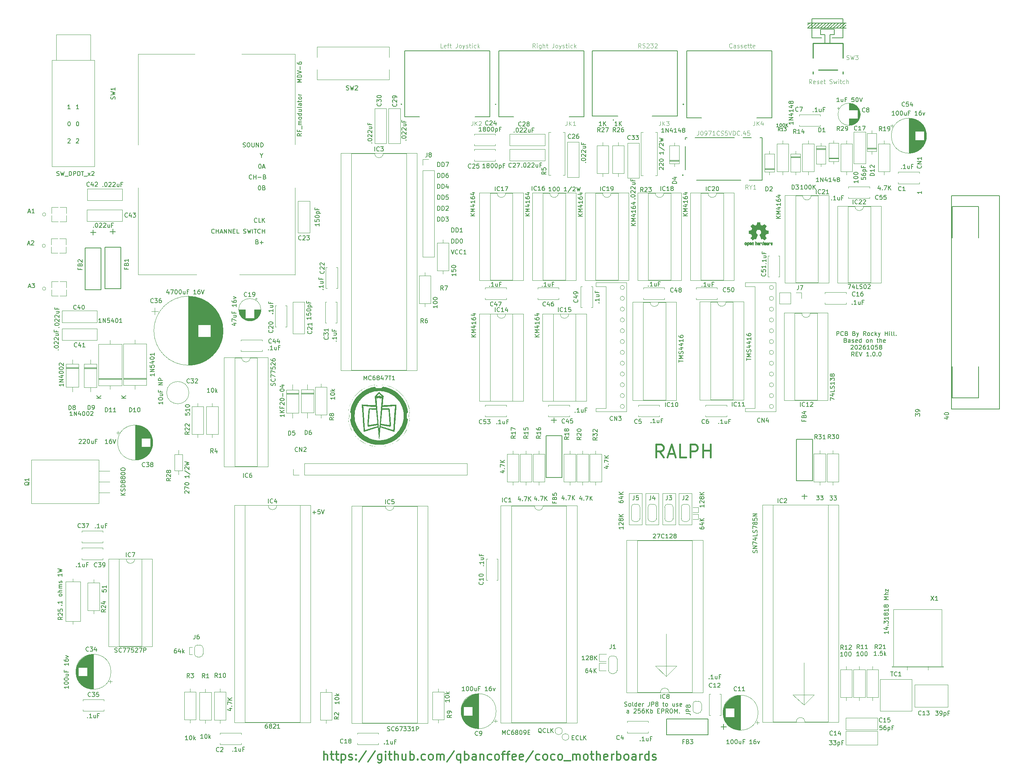
<source format=gbr>
%TF.GenerationSoftware,KiCad,Pcbnew,6.0.8-f2edbf62ab~116~ubuntu20.04.1*%
%TF.CreationDate,2022-10-23T21:23:01-04:00*%
%TF.ProjectId,coco2,636f636f-322e-46b6-9963-61645f706362,1.0.0*%
%TF.SameCoordinates,Original*%
%TF.FileFunction,Legend,Top*%
%TF.FilePolarity,Positive*%
%FSLAX46Y46*%
G04 Gerber Fmt 4.6, Leading zero omitted, Abs format (unit mm)*
G04 Created by KiCad (PCBNEW 6.0.8-f2edbf62ab~116~ubuntu20.04.1) date 2022-10-23 21:23:01*
%MOMM*%
%LPD*%
G01*
G04 APERTURE LIST*
%ADD10C,0.120000*%
%ADD11C,0.150000*%
%ADD12C,0.300000*%
%ADD13C,0.450000*%
%ADD14C,0.015000*%
%ADD15C,0.152400*%
%ADD16C,0.127000*%
%ADD17C,0.200000*%
%ADD18C,0.254000*%
%ADD19C,0.010000*%
G04 APERTURE END LIST*
D10*
X243006400Y-152089000D02*
X243006400Y-144719000D01*
X231296400Y-152089000D02*
X231296400Y-144719000D01*
X231296400Y-144719000D02*
X234346400Y-144719000D01*
X234346400Y-152089000D02*
X231296400Y-152089000D01*
X234346400Y-144719000D02*
X234346400Y-152089000D01*
X246286400Y-149589000D02*
X247506400Y-149589000D01*
X247506400Y-150819000D02*
X246286400Y-150819000D01*
X247506400Y-149589000D02*
X247506400Y-150819000D01*
X225906400Y-184579000D02*
X224236400Y-184579000D01*
X224236400Y-184579000D02*
X224236400Y-186329000D01*
X224236400Y-186329000D02*
X225876400Y-186329000D01*
X269741400Y-192024000D02*
X272316400Y-194424000D01*
X240041400Y-187674000D02*
X242466400Y-185274000D01*
X240041400Y-177724000D02*
X240041400Y-187674000D01*
X237466400Y-185274000D02*
X240041400Y-187674000D01*
X242466400Y-185274000D02*
X237466400Y-185274000D01*
X272316400Y-184474000D02*
X272316400Y-194424000D01*
X272316400Y-194424000D02*
X274741400Y-192024000D01*
X235166400Y-152089000D02*
X235166400Y-144719000D01*
X238216400Y-144719000D02*
X238216400Y-152089000D01*
X274741400Y-192024000D02*
X269741400Y-192024000D01*
X242186400Y-144729000D02*
X242186400Y-152099000D01*
X224256400Y-184199000D02*
X225896400Y-184199000D01*
X247506400Y-147999000D02*
X247506400Y-149229000D01*
X239136400Y-152099000D02*
X239136400Y-144729000D01*
X239136400Y-144729000D02*
X242186400Y-144729000D01*
X242186400Y-152099000D02*
X239136400Y-152099000D01*
X224256400Y-182449000D02*
X224256400Y-184199000D01*
X246056400Y-144719000D02*
X246056400Y-152089000D01*
X246056400Y-152089000D02*
X243006400Y-152089000D01*
X243006400Y-144719000D02*
X246056400Y-144719000D01*
X238216400Y-152089000D02*
X235166400Y-152089000D01*
X128046400Y-182509000D02*
X128746400Y-182509000D01*
X247506400Y-149229000D02*
X246286400Y-149229000D01*
X225926400Y-182449000D02*
X224256400Y-182449000D01*
X128786400Y-180839000D02*
X128046400Y-180839000D01*
X215615664Y-200549000D02*
G75*
G03*
X215615664Y-200549000I-849264J0D01*
G01*
X246286400Y-147999000D02*
X247506400Y-147999000D01*
X235166400Y-144719000D02*
X238216400Y-144719000D01*
X217156969Y-201949000D02*
G75*
G03*
X217156969Y-201949000I-790569J0D01*
G01*
X128046400Y-180839000D02*
X128046400Y-182509000D01*
D11*
X189536876Y-87471380D02*
X189870209Y-88471380D01*
X190203542Y-87471380D01*
X191108304Y-88376142D02*
X191060685Y-88423761D01*
X190917828Y-88471380D01*
X190822590Y-88471380D01*
X190679733Y-88423761D01*
X190584495Y-88328523D01*
X190536876Y-88233285D01*
X190489257Y-88042809D01*
X190489257Y-87899952D01*
X190536876Y-87709476D01*
X190584495Y-87614238D01*
X190679733Y-87519000D01*
X190822590Y-87471380D01*
X190917828Y-87471380D01*
X191060685Y-87519000D01*
X191108304Y-87566619D01*
X192108304Y-88376142D02*
X192060685Y-88423761D01*
X191917828Y-88471380D01*
X191822590Y-88471380D01*
X191679733Y-88423761D01*
X191584495Y-88328523D01*
X191536876Y-88233285D01*
X191489257Y-88042809D01*
X191489257Y-87899952D01*
X191536876Y-87709476D01*
X191584495Y-87614238D01*
X191679733Y-87519000D01*
X191822590Y-87471380D01*
X191917828Y-87471380D01*
X192060685Y-87519000D01*
X192108304Y-87566619D01*
X193060685Y-88471380D02*
X192489257Y-88471380D01*
X192774971Y-88471380D02*
X192774971Y-87471380D01*
X192679733Y-87614238D01*
X192584495Y-87709476D01*
X192489257Y-87757095D01*
X186358304Y-80777630D02*
X186358304Y-79777630D01*
X186596400Y-79777630D01*
X186739257Y-79825250D01*
X186834495Y-79920488D01*
X186882114Y-80015726D01*
X186929733Y-80206202D01*
X186929733Y-80349059D01*
X186882114Y-80539535D01*
X186834495Y-80634773D01*
X186739257Y-80730011D01*
X186596400Y-80777630D01*
X186358304Y-80777630D01*
X187358304Y-80777630D02*
X187358304Y-79777630D01*
X187596400Y-79777630D01*
X187739257Y-79825250D01*
X187834495Y-79920488D01*
X187882114Y-80015726D01*
X187929733Y-80206202D01*
X187929733Y-80349059D01*
X187882114Y-80539535D01*
X187834495Y-80634773D01*
X187739257Y-80730011D01*
X187596400Y-80777630D01*
X187358304Y-80777630D01*
X188263066Y-79777630D02*
X188882114Y-79777630D01*
X188548780Y-80158583D01*
X188691638Y-80158583D01*
X188786876Y-80206202D01*
X188834495Y-80253821D01*
X188882114Y-80349059D01*
X188882114Y-80587154D01*
X188834495Y-80682392D01*
X188786876Y-80730011D01*
X188691638Y-80777630D01*
X188405923Y-80777630D01*
X188310685Y-80730011D01*
X188263066Y-80682392D01*
X186358304Y-67933880D02*
X186358304Y-66933880D01*
X186596400Y-66933880D01*
X186739257Y-66981500D01*
X186834495Y-67076738D01*
X186882114Y-67171976D01*
X186929733Y-67362452D01*
X186929733Y-67505309D01*
X186882114Y-67695785D01*
X186834495Y-67791023D01*
X186739257Y-67886261D01*
X186596400Y-67933880D01*
X186358304Y-67933880D01*
X187358304Y-67933880D02*
X187358304Y-66933880D01*
X187596400Y-66933880D01*
X187739257Y-66981500D01*
X187834495Y-67076738D01*
X187882114Y-67171976D01*
X187929733Y-67362452D01*
X187929733Y-67505309D01*
X187882114Y-67695785D01*
X187834495Y-67791023D01*
X187739257Y-67886261D01*
X187596400Y-67933880D01*
X187358304Y-67933880D01*
X188263066Y-66933880D02*
X188929733Y-66933880D01*
X188501161Y-67933880D01*
X189668304Y-85915130D02*
X189668304Y-84915130D01*
X189906400Y-84915130D01*
X190049257Y-84962750D01*
X190144495Y-85057988D01*
X190192114Y-85153226D01*
X190239733Y-85343702D01*
X190239733Y-85486559D01*
X190192114Y-85677035D01*
X190144495Y-85772273D01*
X190049257Y-85867511D01*
X189906400Y-85915130D01*
X189668304Y-85915130D01*
X190668304Y-85915130D02*
X190668304Y-84915130D01*
X190906400Y-84915130D01*
X191049257Y-84962750D01*
X191144495Y-85057988D01*
X191192114Y-85153226D01*
X191239733Y-85343702D01*
X191239733Y-85486559D01*
X191192114Y-85677035D01*
X191144495Y-85772273D01*
X191049257Y-85867511D01*
X190906400Y-85915130D01*
X190668304Y-85915130D01*
X191858780Y-84915130D02*
X191954019Y-84915130D01*
X192049257Y-84962750D01*
X192096876Y-85010369D01*
X192144495Y-85105607D01*
X192192114Y-85296083D01*
X192192114Y-85534178D01*
X192144495Y-85724654D01*
X192096876Y-85819892D01*
X192049257Y-85867511D01*
X191954019Y-85915130D01*
X191858780Y-85915130D01*
X191763542Y-85867511D01*
X191715923Y-85819892D01*
X191668304Y-85724654D01*
X191620685Y-85534178D01*
X191620685Y-85296083D01*
X191668304Y-85105607D01*
X191715923Y-85010369D01*
X191763542Y-84962750D01*
X191858780Y-84915130D01*
X186358304Y-73071380D02*
X186358304Y-72071380D01*
X186596400Y-72071380D01*
X186739257Y-72119000D01*
X186834495Y-72214238D01*
X186882114Y-72309476D01*
X186929733Y-72499952D01*
X186929733Y-72642809D01*
X186882114Y-72833285D01*
X186834495Y-72928523D01*
X186739257Y-73023761D01*
X186596400Y-73071380D01*
X186358304Y-73071380D01*
X187358304Y-73071380D02*
X187358304Y-72071380D01*
X187596400Y-72071380D01*
X187739257Y-72119000D01*
X187834495Y-72214238D01*
X187882114Y-72309476D01*
X187929733Y-72499952D01*
X187929733Y-72642809D01*
X187882114Y-72833285D01*
X187834495Y-72928523D01*
X187739257Y-73023761D01*
X187596400Y-73071380D01*
X187358304Y-73071380D01*
X188786876Y-72404714D02*
X188786876Y-73071380D01*
X188548780Y-72023761D02*
X188310685Y-72738047D01*
X188929733Y-72738047D01*
X280020209Y-107646380D02*
X280020209Y-106646380D01*
X280401161Y-106646380D01*
X280496400Y-106694000D01*
X280544019Y-106741619D01*
X280591638Y-106836857D01*
X280591638Y-106979714D01*
X280544019Y-107074952D01*
X280496400Y-107122571D01*
X280401161Y-107170190D01*
X280020209Y-107170190D01*
X281591638Y-107551142D02*
X281544019Y-107598761D01*
X281401161Y-107646380D01*
X281305923Y-107646380D01*
X281163066Y-107598761D01*
X281067828Y-107503523D01*
X281020209Y-107408285D01*
X280972590Y-107217809D01*
X280972590Y-107074952D01*
X281020209Y-106884476D01*
X281067828Y-106789238D01*
X281163066Y-106694000D01*
X281305923Y-106646380D01*
X281401161Y-106646380D01*
X281544019Y-106694000D01*
X281591638Y-106741619D01*
X282353542Y-107122571D02*
X282496400Y-107170190D01*
X282544019Y-107217809D01*
X282591638Y-107313047D01*
X282591638Y-107455904D01*
X282544019Y-107551142D01*
X282496400Y-107598761D01*
X282401161Y-107646380D01*
X282020209Y-107646380D01*
X282020209Y-106646380D01*
X282353542Y-106646380D01*
X282448780Y-106694000D01*
X282496400Y-106741619D01*
X282544019Y-106836857D01*
X282544019Y-106932095D01*
X282496400Y-107027333D01*
X282448780Y-107074952D01*
X282353542Y-107122571D01*
X282020209Y-107122571D01*
X284115447Y-107122571D02*
X284258304Y-107170190D01*
X284305923Y-107217809D01*
X284353542Y-107313047D01*
X284353542Y-107455904D01*
X284305923Y-107551142D01*
X284258304Y-107598761D01*
X284163066Y-107646380D01*
X283782114Y-107646380D01*
X283782114Y-106646380D01*
X284115447Y-106646380D01*
X284210685Y-106694000D01*
X284258304Y-106741619D01*
X284305923Y-106836857D01*
X284305923Y-106932095D01*
X284258304Y-107027333D01*
X284210685Y-107074952D01*
X284115447Y-107122571D01*
X283782114Y-107122571D01*
X284686876Y-106979714D02*
X284924971Y-107646380D01*
X285163066Y-106979714D02*
X284924971Y-107646380D01*
X284829733Y-107884476D01*
X284782114Y-107932095D01*
X284686876Y-107979714D01*
X286877352Y-107646380D02*
X286544019Y-107170190D01*
X286305923Y-107646380D02*
X286305923Y-106646380D01*
X286686876Y-106646380D01*
X286782114Y-106694000D01*
X286829733Y-106741619D01*
X286877352Y-106836857D01*
X286877352Y-106979714D01*
X286829733Y-107074952D01*
X286782114Y-107122571D01*
X286686876Y-107170190D01*
X286305923Y-107170190D01*
X287448780Y-107646380D02*
X287353542Y-107598761D01*
X287305923Y-107551142D01*
X287258304Y-107455904D01*
X287258304Y-107170190D01*
X287305923Y-107074952D01*
X287353542Y-107027333D01*
X287448780Y-106979714D01*
X287591638Y-106979714D01*
X287686876Y-107027333D01*
X287734495Y-107074952D01*
X287782114Y-107170190D01*
X287782114Y-107455904D01*
X287734495Y-107551142D01*
X287686876Y-107598761D01*
X287591638Y-107646380D01*
X287448780Y-107646380D01*
X288639257Y-107598761D02*
X288544019Y-107646380D01*
X288353542Y-107646380D01*
X288258304Y-107598761D01*
X288210685Y-107551142D01*
X288163066Y-107455904D01*
X288163066Y-107170190D01*
X288210685Y-107074952D01*
X288258304Y-107027333D01*
X288353542Y-106979714D01*
X288544019Y-106979714D01*
X288639257Y-107027333D01*
X289067828Y-107646380D02*
X289067828Y-106646380D01*
X289163066Y-107265428D02*
X289448780Y-107646380D01*
X289448780Y-106979714D02*
X289067828Y-107360666D01*
X289782114Y-106979714D02*
X290020209Y-107646380D01*
X290258304Y-106979714D02*
X290020209Y-107646380D01*
X289924971Y-107884476D01*
X289877352Y-107932095D01*
X289782114Y-107979714D01*
X291401161Y-107646380D02*
X291401161Y-106646380D01*
X291401161Y-107122571D02*
X291972590Y-107122571D01*
X291972590Y-107646380D02*
X291972590Y-106646380D01*
X292448780Y-107646380D02*
X292448780Y-106979714D01*
X292448780Y-106646380D02*
X292401161Y-106694000D01*
X292448780Y-106741619D01*
X292496400Y-106694000D01*
X292448780Y-106646380D01*
X292448780Y-106741619D01*
X293067828Y-107646380D02*
X292972590Y-107598761D01*
X292924971Y-107503523D01*
X292924971Y-106646380D01*
X293591638Y-107646380D02*
X293496400Y-107598761D01*
X293448780Y-107503523D01*
X293448780Y-106646380D01*
X293972590Y-107551142D02*
X294020209Y-107598761D01*
X293972590Y-107646380D01*
X293924971Y-107598761D01*
X293972590Y-107551142D01*
X293972590Y-107646380D01*
X282115447Y-108732571D02*
X282258304Y-108780190D01*
X282305923Y-108827809D01*
X282353542Y-108923047D01*
X282353542Y-109065904D01*
X282305923Y-109161142D01*
X282258304Y-109208761D01*
X282163066Y-109256380D01*
X281782114Y-109256380D01*
X281782114Y-108256380D01*
X282115447Y-108256380D01*
X282210685Y-108304000D01*
X282258304Y-108351619D01*
X282305923Y-108446857D01*
X282305923Y-108542095D01*
X282258304Y-108637333D01*
X282210685Y-108684952D01*
X282115447Y-108732571D01*
X281782114Y-108732571D01*
X283210685Y-109256380D02*
X283210685Y-108732571D01*
X283163066Y-108637333D01*
X283067828Y-108589714D01*
X282877352Y-108589714D01*
X282782114Y-108637333D01*
X283210685Y-109208761D02*
X283115447Y-109256380D01*
X282877352Y-109256380D01*
X282782114Y-109208761D01*
X282734495Y-109113523D01*
X282734495Y-109018285D01*
X282782114Y-108923047D01*
X282877352Y-108875428D01*
X283115447Y-108875428D01*
X283210685Y-108827809D01*
X283639257Y-109208761D02*
X283734495Y-109256380D01*
X283924971Y-109256380D01*
X284020209Y-109208761D01*
X284067828Y-109113523D01*
X284067828Y-109065904D01*
X284020209Y-108970666D01*
X283924971Y-108923047D01*
X283782114Y-108923047D01*
X283686876Y-108875428D01*
X283639257Y-108780190D01*
X283639257Y-108732571D01*
X283686876Y-108637333D01*
X283782114Y-108589714D01*
X283924971Y-108589714D01*
X284020209Y-108637333D01*
X284877352Y-109208761D02*
X284782114Y-109256380D01*
X284591638Y-109256380D01*
X284496400Y-109208761D01*
X284448780Y-109113523D01*
X284448780Y-108732571D01*
X284496400Y-108637333D01*
X284591638Y-108589714D01*
X284782114Y-108589714D01*
X284877352Y-108637333D01*
X284924971Y-108732571D01*
X284924971Y-108827809D01*
X284448780Y-108923047D01*
X285782114Y-109256380D02*
X285782114Y-108256380D01*
X285782114Y-109208761D02*
X285686876Y-109256380D01*
X285496400Y-109256380D01*
X285401161Y-109208761D01*
X285353542Y-109161142D01*
X285305923Y-109065904D01*
X285305923Y-108780190D01*
X285353542Y-108684952D01*
X285401161Y-108637333D01*
X285496400Y-108589714D01*
X285686876Y-108589714D01*
X285782114Y-108637333D01*
X287163066Y-109256380D02*
X287067828Y-109208761D01*
X287020209Y-109161142D01*
X286972590Y-109065904D01*
X286972590Y-108780190D01*
X287020209Y-108684952D01*
X287067828Y-108637333D01*
X287163066Y-108589714D01*
X287305923Y-108589714D01*
X287401161Y-108637333D01*
X287448780Y-108684952D01*
X287496400Y-108780190D01*
X287496400Y-109065904D01*
X287448780Y-109161142D01*
X287401161Y-109208761D01*
X287305923Y-109256380D01*
X287163066Y-109256380D01*
X287924971Y-108589714D02*
X287924971Y-109256380D01*
X287924971Y-108684952D02*
X287972590Y-108637333D01*
X288067828Y-108589714D01*
X288210685Y-108589714D01*
X288305923Y-108637333D01*
X288353542Y-108732571D01*
X288353542Y-109256380D01*
X289448780Y-108589714D02*
X289829733Y-108589714D01*
X289591638Y-108256380D02*
X289591638Y-109113523D01*
X289639257Y-109208761D01*
X289734495Y-109256380D01*
X289829733Y-109256380D01*
X290163066Y-109256380D02*
X290163066Y-108256380D01*
X290591638Y-109256380D02*
X290591638Y-108732571D01*
X290544019Y-108637333D01*
X290448780Y-108589714D01*
X290305923Y-108589714D01*
X290210685Y-108637333D01*
X290163066Y-108684952D01*
X291448780Y-109208761D02*
X291353542Y-109256380D01*
X291163066Y-109256380D01*
X291067828Y-109208761D01*
X291020209Y-109113523D01*
X291020209Y-108732571D01*
X291067828Y-108637333D01*
X291163066Y-108589714D01*
X291353542Y-108589714D01*
X291448780Y-108637333D01*
X291496400Y-108732571D01*
X291496400Y-108827809D01*
X291020209Y-108923047D01*
X283377352Y-109961619D02*
X283424971Y-109914000D01*
X283520209Y-109866380D01*
X283758304Y-109866380D01*
X283853542Y-109914000D01*
X283901161Y-109961619D01*
X283948780Y-110056857D01*
X283948780Y-110152095D01*
X283901161Y-110294952D01*
X283329733Y-110866380D01*
X283948780Y-110866380D01*
X284567828Y-109866380D02*
X284663066Y-109866380D01*
X284758304Y-109914000D01*
X284805923Y-109961619D01*
X284853542Y-110056857D01*
X284901161Y-110247333D01*
X284901161Y-110485428D01*
X284853542Y-110675904D01*
X284805923Y-110771142D01*
X284758304Y-110818761D01*
X284663066Y-110866380D01*
X284567828Y-110866380D01*
X284472590Y-110818761D01*
X284424971Y-110771142D01*
X284377352Y-110675904D01*
X284329733Y-110485428D01*
X284329733Y-110247333D01*
X284377352Y-110056857D01*
X284424971Y-109961619D01*
X284472590Y-109914000D01*
X284567828Y-109866380D01*
X285282114Y-109961619D02*
X285329733Y-109914000D01*
X285424971Y-109866380D01*
X285663066Y-109866380D01*
X285758304Y-109914000D01*
X285805923Y-109961619D01*
X285853542Y-110056857D01*
X285853542Y-110152095D01*
X285805923Y-110294952D01*
X285234495Y-110866380D01*
X285853542Y-110866380D01*
X286710685Y-109866380D02*
X286520209Y-109866380D01*
X286424971Y-109914000D01*
X286377352Y-109961619D01*
X286282114Y-110104476D01*
X286234495Y-110294952D01*
X286234495Y-110675904D01*
X286282114Y-110771142D01*
X286329733Y-110818761D01*
X286424971Y-110866380D01*
X286615447Y-110866380D01*
X286710685Y-110818761D01*
X286758304Y-110771142D01*
X286805923Y-110675904D01*
X286805923Y-110437809D01*
X286758304Y-110342571D01*
X286710685Y-110294952D01*
X286615447Y-110247333D01*
X286424971Y-110247333D01*
X286329733Y-110294952D01*
X286282114Y-110342571D01*
X286234495Y-110437809D01*
X287758304Y-110866380D02*
X287186876Y-110866380D01*
X287472590Y-110866380D02*
X287472590Y-109866380D01*
X287377352Y-110009238D01*
X287282114Y-110104476D01*
X287186876Y-110152095D01*
X288377352Y-109866380D02*
X288472590Y-109866380D01*
X288567828Y-109914000D01*
X288615447Y-109961619D01*
X288663066Y-110056857D01*
X288710685Y-110247333D01*
X288710685Y-110485428D01*
X288663066Y-110675904D01*
X288615447Y-110771142D01*
X288567828Y-110818761D01*
X288472590Y-110866380D01*
X288377352Y-110866380D01*
X288282114Y-110818761D01*
X288234495Y-110771142D01*
X288186876Y-110675904D01*
X288139257Y-110485428D01*
X288139257Y-110247333D01*
X288186876Y-110056857D01*
X288234495Y-109961619D01*
X288282114Y-109914000D01*
X288377352Y-109866380D01*
X289615447Y-109866380D02*
X289139257Y-109866380D01*
X289091638Y-110342571D01*
X289139257Y-110294952D01*
X289234495Y-110247333D01*
X289472590Y-110247333D01*
X289567828Y-110294952D01*
X289615447Y-110342571D01*
X289663066Y-110437809D01*
X289663066Y-110675904D01*
X289615447Y-110771142D01*
X289567828Y-110818761D01*
X289472590Y-110866380D01*
X289234495Y-110866380D01*
X289139257Y-110818761D01*
X289091638Y-110771142D01*
X290234495Y-110294952D02*
X290139257Y-110247333D01*
X290091638Y-110199714D01*
X290044019Y-110104476D01*
X290044019Y-110056857D01*
X290091638Y-109961619D01*
X290139257Y-109914000D01*
X290234495Y-109866380D01*
X290424971Y-109866380D01*
X290520209Y-109914000D01*
X290567828Y-109961619D01*
X290615447Y-110056857D01*
X290615447Y-110104476D01*
X290567828Y-110199714D01*
X290520209Y-110247333D01*
X290424971Y-110294952D01*
X290234495Y-110294952D01*
X290139257Y-110342571D01*
X290091638Y-110390190D01*
X290044019Y-110485428D01*
X290044019Y-110675904D01*
X290091638Y-110771142D01*
X290139257Y-110818761D01*
X290234495Y-110866380D01*
X290424971Y-110866380D01*
X290520209Y-110818761D01*
X290567828Y-110771142D01*
X290615447Y-110675904D01*
X290615447Y-110485428D01*
X290567828Y-110390190D01*
X290520209Y-110342571D01*
X290424971Y-110294952D01*
X284139257Y-112476380D02*
X283805923Y-112000190D01*
X283567828Y-112476380D02*
X283567828Y-111476380D01*
X283948780Y-111476380D01*
X284044019Y-111524000D01*
X284091638Y-111571619D01*
X284139257Y-111666857D01*
X284139257Y-111809714D01*
X284091638Y-111904952D01*
X284044019Y-111952571D01*
X283948780Y-112000190D01*
X283567828Y-112000190D01*
X284567828Y-111952571D02*
X284901161Y-111952571D01*
X285044019Y-112476380D02*
X284567828Y-112476380D01*
X284567828Y-111476380D01*
X285044019Y-111476380D01*
X285329733Y-111476380D02*
X285663066Y-112476380D01*
X285996400Y-111476380D01*
X287615447Y-112476380D02*
X287044019Y-112476380D01*
X287329733Y-112476380D02*
X287329733Y-111476380D01*
X287234495Y-111619238D01*
X287139257Y-111714476D01*
X287044019Y-111762095D01*
X288044019Y-112381142D02*
X288091638Y-112428761D01*
X288044019Y-112476380D01*
X287996400Y-112428761D01*
X288044019Y-112381142D01*
X288044019Y-112476380D01*
X288710685Y-111476380D02*
X288805923Y-111476380D01*
X288901161Y-111524000D01*
X288948780Y-111571619D01*
X288996400Y-111666857D01*
X289044019Y-111857333D01*
X289044019Y-112095428D01*
X288996400Y-112285904D01*
X288948780Y-112381142D01*
X288901161Y-112428761D01*
X288805923Y-112476380D01*
X288710685Y-112476380D01*
X288615447Y-112428761D01*
X288567828Y-112381142D01*
X288520209Y-112285904D01*
X288472590Y-112095428D01*
X288472590Y-111857333D01*
X288520209Y-111666857D01*
X288567828Y-111571619D01*
X288615447Y-111524000D01*
X288710685Y-111476380D01*
X289472590Y-112381142D02*
X289520209Y-112428761D01*
X289472590Y-112476380D01*
X289424971Y-112428761D01*
X289472590Y-112381142D01*
X289472590Y-112476380D01*
X290139257Y-111476380D02*
X290234495Y-111476380D01*
X290329733Y-111524000D01*
X290377352Y-111571619D01*
X290424971Y-111666857D01*
X290472590Y-111857333D01*
X290472590Y-112095428D01*
X290424971Y-112285904D01*
X290377352Y-112381142D01*
X290329733Y-112428761D01*
X290234495Y-112476380D01*
X290139257Y-112476380D01*
X290044019Y-112428761D01*
X289996400Y-112381142D01*
X289948780Y-112285904D01*
X289901161Y-112095428D01*
X289901161Y-111857333D01*
X289948780Y-111666857D01*
X289996400Y-111571619D01*
X290044019Y-111524000D01*
X290139257Y-111476380D01*
X186358304Y-78208880D02*
X186358304Y-77208880D01*
X186596400Y-77208880D01*
X186739257Y-77256500D01*
X186834495Y-77351738D01*
X186882114Y-77446976D01*
X186929733Y-77637452D01*
X186929733Y-77780309D01*
X186882114Y-77970785D01*
X186834495Y-78066023D01*
X186739257Y-78161261D01*
X186596400Y-78208880D01*
X186358304Y-78208880D01*
X187358304Y-78208880D02*
X187358304Y-77208880D01*
X187596400Y-77208880D01*
X187739257Y-77256500D01*
X187834495Y-77351738D01*
X187882114Y-77446976D01*
X187929733Y-77637452D01*
X187929733Y-77780309D01*
X187882114Y-77970785D01*
X187834495Y-78066023D01*
X187739257Y-78161261D01*
X187596400Y-78208880D01*
X187358304Y-78208880D01*
X188310685Y-77304119D02*
X188358304Y-77256500D01*
X188453542Y-77208880D01*
X188691638Y-77208880D01*
X188786876Y-77256500D01*
X188834495Y-77304119D01*
X188882114Y-77399357D01*
X188882114Y-77494595D01*
X188834495Y-77637452D01*
X188263066Y-78208880D01*
X188882114Y-78208880D01*
X217947352Y-202102571D02*
X218280685Y-202102571D01*
X218423542Y-202626380D02*
X217947352Y-202626380D01*
X217947352Y-201626380D01*
X218423542Y-201626380D01*
X219423542Y-202531142D02*
X219375923Y-202578761D01*
X219233066Y-202626380D01*
X219137828Y-202626380D01*
X218994971Y-202578761D01*
X218899733Y-202483523D01*
X218852114Y-202388285D01*
X218804495Y-202197809D01*
X218804495Y-202054952D01*
X218852114Y-201864476D01*
X218899733Y-201769238D01*
X218994971Y-201674000D01*
X219137828Y-201626380D01*
X219233066Y-201626380D01*
X219375923Y-201674000D01*
X219423542Y-201721619D01*
X220328304Y-202626380D02*
X219852114Y-202626380D01*
X219852114Y-201626380D01*
X220661638Y-202626380D02*
X220661638Y-201626380D01*
X221233066Y-202626380D02*
X220804495Y-202054952D01*
X221233066Y-201626380D02*
X220661638Y-202197809D01*
X210742590Y-200996619D02*
X210647352Y-200949000D01*
X210552114Y-200853761D01*
X210409257Y-200710904D01*
X210314019Y-200663285D01*
X210218780Y-200663285D01*
X210266400Y-200901380D02*
X210171161Y-200853761D01*
X210075923Y-200758523D01*
X210028304Y-200568047D01*
X210028304Y-200234714D01*
X210075923Y-200044238D01*
X210171161Y-199949000D01*
X210266400Y-199901380D01*
X210456876Y-199901380D01*
X210552114Y-199949000D01*
X210647352Y-200044238D01*
X210694971Y-200234714D01*
X210694971Y-200568047D01*
X210647352Y-200758523D01*
X210552114Y-200853761D01*
X210456876Y-200901380D01*
X210266400Y-200901380D01*
X211694971Y-200806142D02*
X211647352Y-200853761D01*
X211504495Y-200901380D01*
X211409257Y-200901380D01*
X211266400Y-200853761D01*
X211171161Y-200758523D01*
X211123542Y-200663285D01*
X211075923Y-200472809D01*
X211075923Y-200329952D01*
X211123542Y-200139476D01*
X211171161Y-200044238D01*
X211266400Y-199949000D01*
X211409257Y-199901380D01*
X211504495Y-199901380D01*
X211647352Y-199949000D01*
X211694971Y-199996619D01*
X212599733Y-200901380D02*
X212123542Y-200901380D01*
X212123542Y-199901380D01*
X212933066Y-200901380D02*
X212933066Y-199901380D01*
X213504495Y-200901380D02*
X213075923Y-200329952D01*
X213504495Y-199901380D02*
X212933066Y-200472809D01*
X186358304Y-75640130D02*
X186358304Y-74640130D01*
X186596400Y-74640130D01*
X186739257Y-74687750D01*
X186834495Y-74782988D01*
X186882114Y-74878226D01*
X186929733Y-75068702D01*
X186929733Y-75211559D01*
X186882114Y-75402035D01*
X186834495Y-75497273D01*
X186739257Y-75592511D01*
X186596400Y-75640130D01*
X186358304Y-75640130D01*
X187358304Y-75640130D02*
X187358304Y-74640130D01*
X187596400Y-74640130D01*
X187739257Y-74687750D01*
X187834495Y-74782988D01*
X187882114Y-74878226D01*
X187929733Y-75068702D01*
X187929733Y-75211559D01*
X187882114Y-75402035D01*
X187834495Y-75497273D01*
X187739257Y-75592511D01*
X187596400Y-75640130D01*
X187358304Y-75640130D01*
X188834495Y-74640130D02*
X188358304Y-74640130D01*
X188310685Y-75116321D01*
X188358304Y-75068702D01*
X188453542Y-75021083D01*
X188691638Y-75021083D01*
X188786876Y-75068702D01*
X188834495Y-75116321D01*
X188882114Y-75211559D01*
X188882114Y-75449654D01*
X188834495Y-75544892D01*
X188786876Y-75592511D01*
X188691638Y-75640130D01*
X188453542Y-75640130D01*
X188358304Y-75592511D01*
X188310685Y-75544892D01*
D12*
X159664019Y-207328761D02*
X159664019Y-205328761D01*
X160521161Y-207328761D02*
X160521161Y-206281142D01*
X160425923Y-206090666D01*
X160235447Y-205995428D01*
X159949733Y-205995428D01*
X159759257Y-206090666D01*
X159664019Y-206185904D01*
X161187828Y-205995428D02*
X161949733Y-205995428D01*
X161473542Y-205328761D02*
X161473542Y-207043047D01*
X161568780Y-207233523D01*
X161759257Y-207328761D01*
X161949733Y-207328761D01*
X162330685Y-205995428D02*
X163092590Y-205995428D01*
X162616400Y-205328761D02*
X162616400Y-207043047D01*
X162711638Y-207233523D01*
X162902114Y-207328761D01*
X163092590Y-207328761D01*
X163759257Y-205995428D02*
X163759257Y-207995428D01*
X163759257Y-206090666D02*
X163949733Y-205995428D01*
X164330685Y-205995428D01*
X164521161Y-206090666D01*
X164616400Y-206185904D01*
X164711638Y-206376380D01*
X164711638Y-206947809D01*
X164616400Y-207138285D01*
X164521161Y-207233523D01*
X164330685Y-207328761D01*
X163949733Y-207328761D01*
X163759257Y-207233523D01*
X165473542Y-207233523D02*
X165664019Y-207328761D01*
X166044971Y-207328761D01*
X166235447Y-207233523D01*
X166330685Y-207043047D01*
X166330685Y-206947809D01*
X166235447Y-206757333D01*
X166044971Y-206662095D01*
X165759257Y-206662095D01*
X165568780Y-206566857D01*
X165473542Y-206376380D01*
X165473542Y-206281142D01*
X165568780Y-206090666D01*
X165759257Y-205995428D01*
X166044971Y-205995428D01*
X166235447Y-206090666D01*
X167187828Y-207138285D02*
X167283066Y-207233523D01*
X167187828Y-207328761D01*
X167092590Y-207233523D01*
X167187828Y-207138285D01*
X167187828Y-207328761D01*
X167187828Y-206090666D02*
X167283066Y-206185904D01*
X167187828Y-206281142D01*
X167092590Y-206185904D01*
X167187828Y-206090666D01*
X167187828Y-206281142D01*
X169568780Y-205233523D02*
X167854495Y-207804952D01*
X171664019Y-205233523D02*
X169949733Y-207804952D01*
X173187828Y-205995428D02*
X173187828Y-207614476D01*
X173092590Y-207804952D01*
X172997352Y-207900190D01*
X172806876Y-207995428D01*
X172521161Y-207995428D01*
X172330685Y-207900190D01*
X173187828Y-207233523D02*
X172997352Y-207328761D01*
X172616400Y-207328761D01*
X172425923Y-207233523D01*
X172330685Y-207138285D01*
X172235447Y-206947809D01*
X172235447Y-206376380D01*
X172330685Y-206185904D01*
X172425923Y-206090666D01*
X172616400Y-205995428D01*
X172997352Y-205995428D01*
X173187828Y-206090666D01*
X174140209Y-207328761D02*
X174140209Y-205995428D01*
X174140209Y-205328761D02*
X174044971Y-205424000D01*
X174140209Y-205519238D01*
X174235447Y-205424000D01*
X174140209Y-205328761D01*
X174140209Y-205519238D01*
X174806876Y-205995428D02*
X175568780Y-205995428D01*
X175092590Y-205328761D02*
X175092590Y-207043047D01*
X175187828Y-207233523D01*
X175378304Y-207328761D01*
X175568780Y-207328761D01*
X176235447Y-207328761D02*
X176235447Y-205328761D01*
X177092590Y-207328761D02*
X177092590Y-206281142D01*
X176997352Y-206090666D01*
X176806876Y-205995428D01*
X176521161Y-205995428D01*
X176330685Y-206090666D01*
X176235447Y-206185904D01*
X178902114Y-205995428D02*
X178902114Y-207328761D01*
X178044971Y-205995428D02*
X178044971Y-207043047D01*
X178140209Y-207233523D01*
X178330685Y-207328761D01*
X178616400Y-207328761D01*
X178806876Y-207233523D01*
X178902114Y-207138285D01*
X179854495Y-207328761D02*
X179854495Y-205328761D01*
X179854495Y-206090666D02*
X180044971Y-205995428D01*
X180425923Y-205995428D01*
X180616400Y-206090666D01*
X180711638Y-206185904D01*
X180806876Y-206376380D01*
X180806876Y-206947809D01*
X180711638Y-207138285D01*
X180616400Y-207233523D01*
X180425923Y-207328761D01*
X180044971Y-207328761D01*
X179854495Y-207233523D01*
X181664019Y-207138285D02*
X181759257Y-207233523D01*
X181664019Y-207328761D01*
X181568780Y-207233523D01*
X181664019Y-207138285D01*
X181664019Y-207328761D01*
X183473542Y-207233523D02*
X183283066Y-207328761D01*
X182902114Y-207328761D01*
X182711638Y-207233523D01*
X182616400Y-207138285D01*
X182521161Y-206947809D01*
X182521161Y-206376380D01*
X182616400Y-206185904D01*
X182711638Y-206090666D01*
X182902114Y-205995428D01*
X183283066Y-205995428D01*
X183473542Y-206090666D01*
X184616400Y-207328761D02*
X184425923Y-207233523D01*
X184330685Y-207138285D01*
X184235447Y-206947809D01*
X184235447Y-206376380D01*
X184330685Y-206185904D01*
X184425923Y-206090666D01*
X184616400Y-205995428D01*
X184902114Y-205995428D01*
X185092590Y-206090666D01*
X185187828Y-206185904D01*
X185283066Y-206376380D01*
X185283066Y-206947809D01*
X185187828Y-207138285D01*
X185092590Y-207233523D01*
X184902114Y-207328761D01*
X184616400Y-207328761D01*
X186140209Y-207328761D02*
X186140209Y-205995428D01*
X186140209Y-206185904D02*
X186235447Y-206090666D01*
X186425923Y-205995428D01*
X186711638Y-205995428D01*
X186902114Y-206090666D01*
X186997352Y-206281142D01*
X186997352Y-207328761D01*
X186997352Y-206281142D02*
X187092590Y-206090666D01*
X187283066Y-205995428D01*
X187568780Y-205995428D01*
X187759257Y-206090666D01*
X187854495Y-206281142D01*
X187854495Y-207328761D01*
X190235447Y-205233523D02*
X188521161Y-207804952D01*
X191759257Y-205995428D02*
X191759257Y-207995428D01*
X191759257Y-207233523D02*
X191568780Y-207328761D01*
X191187828Y-207328761D01*
X190997352Y-207233523D01*
X190902114Y-207138285D01*
X190806876Y-206947809D01*
X190806876Y-206376380D01*
X190902114Y-206185904D01*
X190997352Y-206090666D01*
X191187828Y-205995428D01*
X191568780Y-205995428D01*
X191759257Y-206090666D01*
X192711638Y-207328761D02*
X192711638Y-205328761D01*
X192711638Y-206090666D02*
X192902114Y-205995428D01*
X193283066Y-205995428D01*
X193473542Y-206090666D01*
X193568780Y-206185904D01*
X193664019Y-206376380D01*
X193664019Y-206947809D01*
X193568780Y-207138285D01*
X193473542Y-207233523D01*
X193283066Y-207328761D01*
X192902114Y-207328761D01*
X192711638Y-207233523D01*
X195378304Y-207328761D02*
X195378304Y-206281142D01*
X195283066Y-206090666D01*
X195092590Y-205995428D01*
X194711638Y-205995428D01*
X194521161Y-206090666D01*
X195378304Y-207233523D02*
X195187828Y-207328761D01*
X194711638Y-207328761D01*
X194521161Y-207233523D01*
X194425923Y-207043047D01*
X194425923Y-206852571D01*
X194521161Y-206662095D01*
X194711638Y-206566857D01*
X195187828Y-206566857D01*
X195378304Y-206471619D01*
X196330685Y-205995428D02*
X196330685Y-207328761D01*
X196330685Y-206185904D02*
X196425923Y-206090666D01*
X196616400Y-205995428D01*
X196902114Y-205995428D01*
X197092590Y-206090666D01*
X197187828Y-206281142D01*
X197187828Y-207328761D01*
X198997352Y-207233523D02*
X198806876Y-207328761D01*
X198425923Y-207328761D01*
X198235447Y-207233523D01*
X198140209Y-207138285D01*
X198044971Y-206947809D01*
X198044971Y-206376380D01*
X198140209Y-206185904D01*
X198235447Y-206090666D01*
X198425923Y-205995428D01*
X198806876Y-205995428D01*
X198997352Y-206090666D01*
X200140209Y-207328761D02*
X199949733Y-207233523D01*
X199854495Y-207138285D01*
X199759257Y-206947809D01*
X199759257Y-206376380D01*
X199854495Y-206185904D01*
X199949733Y-206090666D01*
X200140209Y-205995428D01*
X200425923Y-205995428D01*
X200616400Y-206090666D01*
X200711638Y-206185904D01*
X200806876Y-206376380D01*
X200806876Y-206947809D01*
X200711638Y-207138285D01*
X200616400Y-207233523D01*
X200425923Y-207328761D01*
X200140209Y-207328761D01*
X201378304Y-205995428D02*
X202140209Y-205995428D01*
X201664019Y-207328761D02*
X201664019Y-205614476D01*
X201759257Y-205424000D01*
X201949733Y-205328761D01*
X202140209Y-205328761D01*
X202521161Y-205995428D02*
X203283066Y-205995428D01*
X202806876Y-207328761D02*
X202806876Y-205614476D01*
X202902114Y-205424000D01*
X203092590Y-205328761D01*
X203283066Y-205328761D01*
X204711638Y-207233523D02*
X204521161Y-207328761D01*
X204140209Y-207328761D01*
X203949733Y-207233523D01*
X203854495Y-207043047D01*
X203854495Y-206281142D01*
X203949733Y-206090666D01*
X204140209Y-205995428D01*
X204521161Y-205995428D01*
X204711638Y-206090666D01*
X204806876Y-206281142D01*
X204806876Y-206471619D01*
X203854495Y-206662095D01*
X206425923Y-207233523D02*
X206235447Y-207328761D01*
X205854495Y-207328761D01*
X205664019Y-207233523D01*
X205568780Y-207043047D01*
X205568780Y-206281142D01*
X205664019Y-206090666D01*
X205854495Y-205995428D01*
X206235447Y-205995428D01*
X206425923Y-206090666D01*
X206521161Y-206281142D01*
X206521161Y-206471619D01*
X205568780Y-206662095D01*
X208806876Y-205233523D02*
X207092590Y-207804952D01*
X210330685Y-207233523D02*
X210140209Y-207328761D01*
X209759257Y-207328761D01*
X209568780Y-207233523D01*
X209473542Y-207138285D01*
X209378304Y-206947809D01*
X209378304Y-206376380D01*
X209473542Y-206185904D01*
X209568780Y-206090666D01*
X209759257Y-205995428D01*
X210140209Y-205995428D01*
X210330685Y-206090666D01*
X211473542Y-207328761D02*
X211283066Y-207233523D01*
X211187828Y-207138285D01*
X211092590Y-206947809D01*
X211092590Y-206376380D01*
X211187828Y-206185904D01*
X211283066Y-206090666D01*
X211473542Y-205995428D01*
X211759257Y-205995428D01*
X211949733Y-206090666D01*
X212044971Y-206185904D01*
X212140209Y-206376380D01*
X212140209Y-206947809D01*
X212044971Y-207138285D01*
X211949733Y-207233523D01*
X211759257Y-207328761D01*
X211473542Y-207328761D01*
X213854495Y-207233523D02*
X213664019Y-207328761D01*
X213283066Y-207328761D01*
X213092590Y-207233523D01*
X212997352Y-207138285D01*
X212902114Y-206947809D01*
X212902114Y-206376380D01*
X212997352Y-206185904D01*
X213092590Y-206090666D01*
X213283066Y-205995428D01*
X213664019Y-205995428D01*
X213854495Y-206090666D01*
X214997352Y-207328761D02*
X214806876Y-207233523D01*
X214711638Y-207138285D01*
X214616400Y-206947809D01*
X214616400Y-206376380D01*
X214711638Y-206185904D01*
X214806876Y-206090666D01*
X214997352Y-205995428D01*
X215283066Y-205995428D01*
X215473542Y-206090666D01*
X215568780Y-206185904D01*
X215664019Y-206376380D01*
X215664019Y-206947809D01*
X215568780Y-207138285D01*
X215473542Y-207233523D01*
X215283066Y-207328761D01*
X214997352Y-207328761D01*
X216044971Y-207519238D02*
X217568780Y-207519238D01*
X218044971Y-207328761D02*
X218044971Y-205995428D01*
X218044971Y-206185904D02*
X218140209Y-206090666D01*
X218330685Y-205995428D01*
X218616399Y-205995428D01*
X218806876Y-206090666D01*
X218902114Y-206281142D01*
X218902114Y-207328761D01*
X218902114Y-206281142D02*
X218997352Y-206090666D01*
X219187828Y-205995428D01*
X219473542Y-205995428D01*
X219664019Y-206090666D01*
X219759257Y-206281142D01*
X219759257Y-207328761D01*
X220997352Y-207328761D02*
X220806876Y-207233523D01*
X220711638Y-207138285D01*
X220616399Y-206947809D01*
X220616399Y-206376380D01*
X220711638Y-206185904D01*
X220806876Y-206090666D01*
X220997352Y-205995428D01*
X221283066Y-205995428D01*
X221473542Y-206090666D01*
X221568780Y-206185904D01*
X221664019Y-206376380D01*
X221664019Y-206947809D01*
X221568780Y-207138285D01*
X221473542Y-207233523D01*
X221283066Y-207328761D01*
X220997352Y-207328761D01*
X222235447Y-205995428D02*
X222997352Y-205995428D01*
X222521161Y-205328761D02*
X222521161Y-207043047D01*
X222616399Y-207233523D01*
X222806876Y-207328761D01*
X222997352Y-207328761D01*
X223664019Y-207328761D02*
X223664019Y-205328761D01*
X224521161Y-207328761D02*
X224521161Y-206281142D01*
X224425923Y-206090666D01*
X224235447Y-205995428D01*
X223949733Y-205995428D01*
X223759257Y-206090666D01*
X223664019Y-206185904D01*
X226235447Y-207233523D02*
X226044971Y-207328761D01*
X225664019Y-207328761D01*
X225473542Y-207233523D01*
X225378304Y-207043047D01*
X225378304Y-206281142D01*
X225473542Y-206090666D01*
X225664019Y-205995428D01*
X226044971Y-205995428D01*
X226235447Y-206090666D01*
X226330685Y-206281142D01*
X226330685Y-206471619D01*
X225378304Y-206662095D01*
X227187828Y-207328761D02*
X227187828Y-205995428D01*
X227187828Y-206376380D02*
X227283066Y-206185904D01*
X227378304Y-206090666D01*
X227568780Y-205995428D01*
X227759257Y-205995428D01*
X228425923Y-207328761D02*
X228425923Y-205328761D01*
X228425923Y-206090666D02*
X228616399Y-205995428D01*
X228997352Y-205995428D01*
X229187828Y-206090666D01*
X229283066Y-206185904D01*
X229378304Y-206376380D01*
X229378304Y-206947809D01*
X229283066Y-207138285D01*
X229187828Y-207233523D01*
X228997352Y-207328761D01*
X228616399Y-207328761D01*
X228425923Y-207233523D01*
X230521161Y-207328761D02*
X230330685Y-207233523D01*
X230235447Y-207138285D01*
X230140209Y-206947809D01*
X230140209Y-206376380D01*
X230235447Y-206185904D01*
X230330685Y-206090666D01*
X230521161Y-205995428D01*
X230806876Y-205995428D01*
X230997352Y-206090666D01*
X231092590Y-206185904D01*
X231187828Y-206376380D01*
X231187828Y-206947809D01*
X231092590Y-207138285D01*
X230997352Y-207233523D01*
X230806876Y-207328761D01*
X230521161Y-207328761D01*
X232902114Y-207328761D02*
X232902114Y-206281142D01*
X232806876Y-206090666D01*
X232616399Y-205995428D01*
X232235447Y-205995428D01*
X232044971Y-206090666D01*
X232902114Y-207233523D02*
X232711638Y-207328761D01*
X232235447Y-207328761D01*
X232044971Y-207233523D01*
X231949733Y-207043047D01*
X231949733Y-206852571D01*
X232044971Y-206662095D01*
X232235447Y-206566857D01*
X232711638Y-206566857D01*
X232902114Y-206471619D01*
X233854495Y-207328761D02*
X233854495Y-205995428D01*
X233854495Y-206376380D02*
X233949733Y-206185904D01*
X234044971Y-206090666D01*
X234235447Y-205995428D01*
X234425923Y-205995428D01*
X235949733Y-207328761D02*
X235949733Y-205328761D01*
X235949733Y-207233523D02*
X235759257Y-207328761D01*
X235378304Y-207328761D01*
X235187828Y-207233523D01*
X235092590Y-207138285D01*
X234997352Y-206947809D01*
X234997352Y-206376380D01*
X235092590Y-206185904D01*
X235187828Y-206090666D01*
X235378304Y-205995428D01*
X235759257Y-205995428D01*
X235949733Y-206090666D01*
X236806876Y-207233523D02*
X236997352Y-207328761D01*
X237378304Y-207328761D01*
X237568780Y-207233523D01*
X237664019Y-207043047D01*
X237664019Y-206947809D01*
X237568780Y-206757333D01*
X237378304Y-206662095D01*
X237092590Y-206662095D01*
X236902114Y-206566857D01*
X236806876Y-206376380D01*
X236806876Y-206281142D01*
X236902114Y-206090666D01*
X237092590Y-205995428D01*
X237378304Y-205995428D01*
X237568780Y-206090666D01*
D11*
X230242114Y-194668761D02*
X230384971Y-194716380D01*
X230623066Y-194716380D01*
X230718304Y-194668761D01*
X230765923Y-194621142D01*
X230813542Y-194525904D01*
X230813542Y-194430666D01*
X230765923Y-194335428D01*
X230718304Y-194287809D01*
X230623066Y-194240190D01*
X230432590Y-194192571D01*
X230337352Y-194144952D01*
X230289733Y-194097333D01*
X230242114Y-194002095D01*
X230242114Y-193906857D01*
X230289733Y-193811619D01*
X230337352Y-193764000D01*
X230432590Y-193716380D01*
X230670685Y-193716380D01*
X230813542Y-193764000D01*
X231384971Y-194716380D02*
X231289733Y-194668761D01*
X231242114Y-194621142D01*
X231194495Y-194525904D01*
X231194495Y-194240190D01*
X231242114Y-194144952D01*
X231289733Y-194097333D01*
X231384971Y-194049714D01*
X231527828Y-194049714D01*
X231623066Y-194097333D01*
X231670685Y-194144952D01*
X231718304Y-194240190D01*
X231718304Y-194525904D01*
X231670685Y-194621142D01*
X231623066Y-194668761D01*
X231527828Y-194716380D01*
X231384971Y-194716380D01*
X232289733Y-194716380D02*
X232194495Y-194668761D01*
X232146876Y-194573523D01*
X232146876Y-193716380D01*
X233099257Y-194716380D02*
X233099257Y-193716380D01*
X233099257Y-194668761D02*
X233004019Y-194716380D01*
X232813542Y-194716380D01*
X232718304Y-194668761D01*
X232670685Y-194621142D01*
X232623066Y-194525904D01*
X232623066Y-194240190D01*
X232670685Y-194144952D01*
X232718304Y-194097333D01*
X232813542Y-194049714D01*
X233004019Y-194049714D01*
X233099257Y-194097333D01*
X233956400Y-194668761D02*
X233861161Y-194716380D01*
X233670685Y-194716380D01*
X233575447Y-194668761D01*
X233527828Y-194573523D01*
X233527828Y-194192571D01*
X233575447Y-194097333D01*
X233670685Y-194049714D01*
X233861161Y-194049714D01*
X233956400Y-194097333D01*
X234004019Y-194192571D01*
X234004019Y-194287809D01*
X233527828Y-194383047D01*
X234432590Y-194716380D02*
X234432590Y-194049714D01*
X234432590Y-194240190D02*
X234480209Y-194144952D01*
X234527828Y-194097333D01*
X234623066Y-194049714D01*
X234718304Y-194049714D01*
X236099257Y-193716380D02*
X236099257Y-194430666D01*
X236051638Y-194573523D01*
X235956400Y-194668761D01*
X235813542Y-194716380D01*
X235718304Y-194716380D01*
X236575447Y-194716380D02*
X236575447Y-193716380D01*
X236956400Y-193716380D01*
X237051638Y-193764000D01*
X237099257Y-193811619D01*
X237146876Y-193906857D01*
X237146876Y-194049714D01*
X237099257Y-194144952D01*
X237051638Y-194192571D01*
X236956400Y-194240190D01*
X236575447Y-194240190D01*
X237718304Y-194144952D02*
X237623066Y-194097333D01*
X237575447Y-194049714D01*
X237527828Y-193954476D01*
X237527828Y-193906857D01*
X237575447Y-193811619D01*
X237623066Y-193764000D01*
X237718304Y-193716380D01*
X237908780Y-193716380D01*
X238004019Y-193764000D01*
X238051638Y-193811619D01*
X238099257Y-193906857D01*
X238099257Y-193954476D01*
X238051638Y-194049714D01*
X238004019Y-194097333D01*
X237908780Y-194144952D01*
X237718304Y-194144952D01*
X237623066Y-194192571D01*
X237575447Y-194240190D01*
X237527828Y-194335428D01*
X237527828Y-194525904D01*
X237575447Y-194621142D01*
X237623066Y-194668761D01*
X237718304Y-194716380D01*
X237908780Y-194716380D01*
X238004019Y-194668761D01*
X238051638Y-194621142D01*
X238099257Y-194525904D01*
X238099257Y-194335428D01*
X238051638Y-194240190D01*
X238004019Y-194192571D01*
X237908780Y-194144952D01*
X239146876Y-194049714D02*
X239527828Y-194049714D01*
X239289733Y-193716380D02*
X239289733Y-194573523D01*
X239337352Y-194668761D01*
X239432590Y-194716380D01*
X239527828Y-194716380D01*
X240004019Y-194716380D02*
X239908780Y-194668761D01*
X239861161Y-194621142D01*
X239813542Y-194525904D01*
X239813542Y-194240190D01*
X239861161Y-194144952D01*
X239908780Y-194097333D01*
X240004019Y-194049714D01*
X240146876Y-194049714D01*
X240242114Y-194097333D01*
X240289733Y-194144952D01*
X240337352Y-194240190D01*
X240337352Y-194525904D01*
X240289733Y-194621142D01*
X240242114Y-194668761D01*
X240146876Y-194716380D01*
X240004019Y-194716380D01*
X241956400Y-194049714D02*
X241956400Y-194716380D01*
X241527828Y-194049714D02*
X241527828Y-194573523D01*
X241575447Y-194668761D01*
X241670685Y-194716380D01*
X241813542Y-194716380D01*
X241908780Y-194668761D01*
X241956400Y-194621142D01*
X242384971Y-194668761D02*
X242480209Y-194716380D01*
X242670685Y-194716380D01*
X242765923Y-194668761D01*
X242813542Y-194573523D01*
X242813542Y-194525904D01*
X242765923Y-194430666D01*
X242670685Y-194383047D01*
X242527828Y-194383047D01*
X242432590Y-194335428D01*
X242384971Y-194240190D01*
X242384971Y-194192571D01*
X242432590Y-194097333D01*
X242527828Y-194049714D01*
X242670685Y-194049714D01*
X242765923Y-194097333D01*
X243623066Y-194668761D02*
X243527828Y-194716380D01*
X243337352Y-194716380D01*
X243242114Y-194668761D01*
X243194495Y-194573523D01*
X243194495Y-194192571D01*
X243242114Y-194097333D01*
X243337352Y-194049714D01*
X243527828Y-194049714D01*
X243623066Y-194097333D01*
X243670685Y-194192571D01*
X243670685Y-194287809D01*
X243194495Y-194383047D01*
X231242114Y-196326380D02*
X231242114Y-195802571D01*
X231194495Y-195707333D01*
X231099257Y-195659714D01*
X230908780Y-195659714D01*
X230813542Y-195707333D01*
X231242114Y-196278761D02*
X231146876Y-196326380D01*
X230908780Y-196326380D01*
X230813542Y-196278761D01*
X230765923Y-196183523D01*
X230765923Y-196088285D01*
X230813542Y-195993047D01*
X230908780Y-195945428D01*
X231146876Y-195945428D01*
X231242114Y-195897809D01*
X232432590Y-195421619D02*
X232480209Y-195374000D01*
X232575447Y-195326380D01*
X232813542Y-195326380D01*
X232908780Y-195374000D01*
X232956400Y-195421619D01*
X233004019Y-195516857D01*
X233004019Y-195612095D01*
X232956400Y-195754952D01*
X232384971Y-196326380D01*
X233004019Y-196326380D01*
X233908780Y-195326380D02*
X233432590Y-195326380D01*
X233384971Y-195802571D01*
X233432590Y-195754952D01*
X233527828Y-195707333D01*
X233765923Y-195707333D01*
X233861161Y-195754952D01*
X233908780Y-195802571D01*
X233956400Y-195897809D01*
X233956400Y-196135904D01*
X233908780Y-196231142D01*
X233861161Y-196278761D01*
X233765923Y-196326380D01*
X233527828Y-196326380D01*
X233432590Y-196278761D01*
X233384971Y-196231142D01*
X234813542Y-195326380D02*
X234623066Y-195326380D01*
X234527828Y-195374000D01*
X234480209Y-195421619D01*
X234384971Y-195564476D01*
X234337352Y-195754952D01*
X234337352Y-196135904D01*
X234384971Y-196231142D01*
X234432590Y-196278761D01*
X234527828Y-196326380D01*
X234718304Y-196326380D01*
X234813542Y-196278761D01*
X234861161Y-196231142D01*
X234908780Y-196135904D01*
X234908780Y-195897809D01*
X234861161Y-195802571D01*
X234813542Y-195754952D01*
X234718304Y-195707333D01*
X234527828Y-195707333D01*
X234432590Y-195754952D01*
X234384971Y-195802571D01*
X234337352Y-195897809D01*
X235337352Y-196326380D02*
X235337352Y-195326380D01*
X235908780Y-196326380D02*
X235480209Y-195754952D01*
X235908780Y-195326380D02*
X235337352Y-195897809D01*
X236337352Y-196326380D02*
X236337352Y-195326380D01*
X236337352Y-195707333D02*
X236432590Y-195659714D01*
X236623066Y-195659714D01*
X236718304Y-195707333D01*
X236765923Y-195754952D01*
X236813542Y-195850190D01*
X236813542Y-196135904D01*
X236765923Y-196231142D01*
X236718304Y-196278761D01*
X236623066Y-196326380D01*
X236432590Y-196326380D01*
X236337352Y-196278761D01*
X238004019Y-195802571D02*
X238337352Y-195802571D01*
X238480209Y-196326380D02*
X238004019Y-196326380D01*
X238004019Y-195326380D01*
X238480209Y-195326380D01*
X238908780Y-196326380D02*
X238908780Y-195326380D01*
X239289733Y-195326380D01*
X239384971Y-195374000D01*
X239432590Y-195421619D01*
X239480209Y-195516857D01*
X239480209Y-195659714D01*
X239432590Y-195754952D01*
X239384971Y-195802571D01*
X239289733Y-195850190D01*
X238908780Y-195850190D01*
X240480209Y-196326380D02*
X240146876Y-195850190D01*
X239908780Y-196326380D02*
X239908780Y-195326380D01*
X240289733Y-195326380D01*
X240384971Y-195374000D01*
X240432590Y-195421619D01*
X240480209Y-195516857D01*
X240480209Y-195659714D01*
X240432590Y-195754952D01*
X240384971Y-195802571D01*
X240289733Y-195850190D01*
X239908780Y-195850190D01*
X241099257Y-195326380D02*
X241289733Y-195326380D01*
X241384971Y-195374000D01*
X241480209Y-195469238D01*
X241527828Y-195659714D01*
X241527828Y-195993047D01*
X241480209Y-196183523D01*
X241384971Y-196278761D01*
X241289733Y-196326380D01*
X241099257Y-196326380D01*
X241004019Y-196278761D01*
X240908780Y-196183523D01*
X240861161Y-195993047D01*
X240861161Y-195659714D01*
X240908780Y-195469238D01*
X241004019Y-195374000D01*
X241099257Y-195326380D01*
X241956400Y-196326380D02*
X241956400Y-195326380D01*
X242289733Y-196040666D01*
X242623066Y-195326380D01*
X242623066Y-196326380D01*
X243099257Y-196231142D02*
X243146876Y-196278761D01*
X243099257Y-196326380D01*
X243051638Y-196278761D01*
X243099257Y-196231142D01*
X243099257Y-196326380D01*
X157030685Y-149170428D02*
X157792590Y-149170428D01*
X157411638Y-149551380D02*
X157411638Y-148789476D01*
X158744971Y-148551380D02*
X158268780Y-148551380D01*
X158221161Y-149027571D01*
X158268780Y-148979952D01*
X158364019Y-148932333D01*
X158602114Y-148932333D01*
X158697352Y-148979952D01*
X158744971Y-149027571D01*
X158792590Y-149122809D01*
X158792590Y-149360904D01*
X158744971Y-149456142D01*
X158697352Y-149503761D01*
X158602114Y-149551380D01*
X158364019Y-149551380D01*
X158268780Y-149503761D01*
X158221161Y-149456142D01*
X159078304Y-148551380D02*
X159411638Y-149551380D01*
X159744971Y-148551380D01*
X189668304Y-83346380D02*
X189668304Y-82346380D01*
X189906400Y-82346380D01*
X190049257Y-82394000D01*
X190144495Y-82489238D01*
X190192114Y-82584476D01*
X190239733Y-82774952D01*
X190239733Y-82917809D01*
X190192114Y-83108285D01*
X190144495Y-83203523D01*
X190049257Y-83298761D01*
X189906400Y-83346380D01*
X189668304Y-83346380D01*
X190668304Y-83346380D02*
X190668304Y-82346380D01*
X190906400Y-82346380D01*
X191049257Y-82394000D01*
X191144495Y-82489238D01*
X191192114Y-82584476D01*
X191239733Y-82774952D01*
X191239733Y-82917809D01*
X191192114Y-83108285D01*
X191144495Y-83203523D01*
X191049257Y-83298761D01*
X190906400Y-83346380D01*
X190668304Y-83346380D01*
X192192114Y-83346380D02*
X191620685Y-83346380D01*
X191906400Y-83346380D02*
X191906400Y-82346380D01*
X191811161Y-82489238D01*
X191715923Y-82584476D01*
X191620685Y-82632095D01*
D13*
X239383542Y-136226142D02*
X238383542Y-134797571D01*
X237669257Y-136226142D02*
X237669257Y-133226142D01*
X238812114Y-133226142D01*
X239097828Y-133369000D01*
X239240685Y-133511857D01*
X239383542Y-133797571D01*
X239383542Y-134226142D01*
X239240685Y-134511857D01*
X239097828Y-134654714D01*
X238812114Y-134797571D01*
X237669257Y-134797571D01*
X240526400Y-135369000D02*
X241954971Y-135369000D01*
X240240685Y-136226142D02*
X241240685Y-133226142D01*
X242240685Y-136226142D01*
X244669257Y-136226142D02*
X243240685Y-136226142D01*
X243240685Y-133226142D01*
X245669257Y-136226142D02*
X245669257Y-133226142D01*
X246812114Y-133226142D01*
X247097828Y-133369000D01*
X247240685Y-133511857D01*
X247383542Y-133797571D01*
X247383542Y-134226142D01*
X247240685Y-134511857D01*
X247097828Y-134654714D01*
X246812114Y-134797571D01*
X245669257Y-134797571D01*
X248669257Y-136226142D02*
X248669257Y-133226142D01*
X248669257Y-134654714D02*
X250383542Y-134654714D01*
X250383542Y-136226142D02*
X250383542Y-133226142D01*
D11*
X186358304Y-70502630D02*
X186358304Y-69502630D01*
X186596400Y-69502630D01*
X186739257Y-69550250D01*
X186834495Y-69645488D01*
X186882114Y-69740726D01*
X186929733Y-69931202D01*
X186929733Y-70074059D01*
X186882114Y-70264535D01*
X186834495Y-70359773D01*
X186739257Y-70455011D01*
X186596400Y-70502630D01*
X186358304Y-70502630D01*
X187358304Y-70502630D02*
X187358304Y-69502630D01*
X187596400Y-69502630D01*
X187739257Y-69550250D01*
X187834495Y-69645488D01*
X187882114Y-69740726D01*
X187929733Y-69931202D01*
X187929733Y-70074059D01*
X187882114Y-70264535D01*
X187834495Y-70359773D01*
X187739257Y-70455011D01*
X187596400Y-70502630D01*
X187358304Y-70502630D01*
X188786876Y-69502630D02*
X188596400Y-69502630D01*
X188501161Y-69550250D01*
X188453542Y-69597869D01*
X188358304Y-69740726D01*
X188310685Y-69931202D01*
X188310685Y-70312154D01*
X188358304Y-70407392D01*
X188405923Y-70455011D01*
X188501161Y-70502630D01*
X188691638Y-70502630D01*
X188786876Y-70455011D01*
X188834495Y-70407392D01*
X188882114Y-70312154D01*
X188882114Y-70074059D01*
X188834495Y-69978821D01*
X188786876Y-69931202D01*
X188691638Y-69883583D01*
X188501161Y-69883583D01*
X188405923Y-69931202D01*
X188358304Y-69978821D01*
X188310685Y-70074059D01*
%TO.C,C2*%
X135019733Y-205286142D02*
X134972114Y-205333761D01*
X134829257Y-205381380D01*
X134734019Y-205381380D01*
X134591161Y-205333761D01*
X134495923Y-205238523D01*
X134448304Y-205143285D01*
X134400685Y-204952809D01*
X134400685Y-204809952D01*
X134448304Y-204619476D01*
X134495923Y-204524238D01*
X134591161Y-204429000D01*
X134734019Y-204381380D01*
X134829257Y-204381380D01*
X134972114Y-204429000D01*
X135019733Y-204476619D01*
X135400685Y-204476619D02*
X135448304Y-204429000D01*
X135543542Y-204381380D01*
X135781638Y-204381380D01*
X135876876Y-204429000D01*
X135924495Y-204476619D01*
X135972114Y-204571857D01*
X135972114Y-204667095D01*
X135924495Y-204809952D01*
X135353066Y-205381380D01*
X135972114Y-205381380D01*
X138249257Y-205206142D02*
X138296876Y-205253761D01*
X138249257Y-205301380D01*
X138201638Y-205253761D01*
X138249257Y-205206142D01*
X138249257Y-205301380D01*
X139249257Y-205301380D02*
X138677828Y-205301380D01*
X138963542Y-205301380D02*
X138963542Y-204301380D01*
X138868304Y-204444238D01*
X138773066Y-204539476D01*
X138677828Y-204587095D01*
X140106400Y-204634714D02*
X140106400Y-205301380D01*
X139677828Y-204634714D02*
X139677828Y-205158523D01*
X139725447Y-205253761D01*
X139820685Y-205301380D01*
X139963542Y-205301380D01*
X140058780Y-205253761D01*
X140106400Y-205206142D01*
X140915923Y-204777571D02*
X140582590Y-204777571D01*
X140582590Y-205301380D02*
X140582590Y-204301380D01*
X141058780Y-204301380D01*
%TO.C,C4*%
X229009733Y-202466142D02*
X228962114Y-202513761D01*
X228819257Y-202561380D01*
X228724019Y-202561380D01*
X228581161Y-202513761D01*
X228485923Y-202418523D01*
X228438304Y-202323285D01*
X228390685Y-202132809D01*
X228390685Y-201989952D01*
X228438304Y-201799476D01*
X228485923Y-201704238D01*
X228581161Y-201609000D01*
X228724019Y-201561380D01*
X228819257Y-201561380D01*
X228962114Y-201609000D01*
X229009733Y-201656619D01*
X229866876Y-201894714D02*
X229866876Y-202561380D01*
X229628780Y-201513761D02*
X229390685Y-202228047D01*
X230009733Y-202228047D01*
X233909257Y-202766142D02*
X233956876Y-202813761D01*
X233909257Y-202861380D01*
X233861638Y-202813761D01*
X233909257Y-202766142D01*
X233909257Y-202861380D01*
X234909257Y-202861380D02*
X234337828Y-202861380D01*
X234623542Y-202861380D02*
X234623542Y-201861380D01*
X234528304Y-202004238D01*
X234433066Y-202099476D01*
X234337828Y-202147095D01*
X235766400Y-202194714D02*
X235766400Y-202861380D01*
X235337828Y-202194714D02*
X235337828Y-202718523D01*
X235385447Y-202813761D01*
X235480685Y-202861380D01*
X235623542Y-202861380D01*
X235718780Y-202813761D01*
X235766400Y-202766142D01*
X236575923Y-202337571D02*
X236242590Y-202337571D01*
X236242590Y-202861380D02*
X236242590Y-201861380D01*
X236718780Y-201861380D01*
%TO.C,C5*%
X233209733Y-128206142D02*
X233162114Y-128253761D01*
X233019257Y-128301380D01*
X232924019Y-128301380D01*
X232781161Y-128253761D01*
X232685923Y-128158523D01*
X232638304Y-128063285D01*
X232590685Y-127872809D01*
X232590685Y-127729952D01*
X232638304Y-127539476D01*
X232685923Y-127444238D01*
X232781161Y-127349000D01*
X232924019Y-127301380D01*
X233019257Y-127301380D01*
X233162114Y-127349000D01*
X233209733Y-127396619D01*
X234114495Y-127301380D02*
X233638304Y-127301380D01*
X233590685Y-127777571D01*
X233638304Y-127729952D01*
X233733542Y-127682333D01*
X233971638Y-127682333D01*
X234066876Y-127729952D01*
X234114495Y-127777571D01*
X234162114Y-127872809D01*
X234162114Y-128110904D01*
X234114495Y-128206142D01*
X234066876Y-128253761D01*
X233971638Y-128301380D01*
X233733542Y-128301380D01*
X233638304Y-128253761D01*
X233590685Y-128206142D01*
X236449257Y-128046142D02*
X236496876Y-128093761D01*
X236449257Y-128141380D01*
X236401638Y-128093761D01*
X236449257Y-128046142D01*
X236449257Y-128141380D01*
X237449257Y-128141380D02*
X236877828Y-128141380D01*
X237163542Y-128141380D02*
X237163542Y-127141380D01*
X237068304Y-127284238D01*
X236973066Y-127379476D01*
X236877828Y-127427095D01*
X238306400Y-127474714D02*
X238306400Y-128141380D01*
X237877828Y-127474714D02*
X237877828Y-127998523D01*
X237925447Y-128093761D01*
X238020685Y-128141380D01*
X238163542Y-128141380D01*
X238258780Y-128093761D01*
X238306400Y-128046142D01*
X239115923Y-127617571D02*
X238782590Y-127617571D01*
X238782590Y-128141380D02*
X238782590Y-127141380D01*
X239258780Y-127141380D01*
%TO.C,C6*%
X249009733Y-128216142D02*
X248962114Y-128263761D01*
X248819257Y-128311380D01*
X248724019Y-128311380D01*
X248581161Y-128263761D01*
X248485923Y-128168523D01*
X248438304Y-128073285D01*
X248390685Y-127882809D01*
X248390685Y-127739952D01*
X248438304Y-127549476D01*
X248485923Y-127454238D01*
X248581161Y-127359000D01*
X248724019Y-127311380D01*
X248819257Y-127311380D01*
X248962114Y-127359000D01*
X249009733Y-127406619D01*
X249866876Y-127311380D02*
X249676400Y-127311380D01*
X249581161Y-127359000D01*
X249533542Y-127406619D01*
X249438304Y-127549476D01*
X249390685Y-127739952D01*
X249390685Y-128120904D01*
X249438304Y-128216142D01*
X249485923Y-128263761D01*
X249581161Y-128311380D01*
X249771638Y-128311380D01*
X249866876Y-128263761D01*
X249914495Y-128216142D01*
X249962114Y-128120904D01*
X249962114Y-127882809D01*
X249914495Y-127787571D01*
X249866876Y-127739952D01*
X249771638Y-127692333D01*
X249581161Y-127692333D01*
X249485923Y-127739952D01*
X249438304Y-127787571D01*
X249390685Y-127882809D01*
X252349257Y-128216142D02*
X252396876Y-128263761D01*
X252349257Y-128311380D01*
X252301638Y-128263761D01*
X252349257Y-128216142D01*
X252349257Y-128311380D01*
X253349257Y-128311380D02*
X252777828Y-128311380D01*
X253063542Y-128311380D02*
X253063542Y-127311380D01*
X252968304Y-127454238D01*
X252873066Y-127549476D01*
X252777828Y-127597095D01*
X254206400Y-127644714D02*
X254206400Y-128311380D01*
X253777828Y-127644714D02*
X253777828Y-128168523D01*
X253825447Y-128263761D01*
X253920685Y-128311380D01*
X254063542Y-128311380D01*
X254158780Y-128263761D01*
X254206400Y-128216142D01*
X255015923Y-127787571D02*
X254682590Y-127787571D01*
X254682590Y-128311380D02*
X254682590Y-127311380D01*
X255158780Y-127311380D01*
%TO.C,C7*%
X270999733Y-54876142D02*
X270952114Y-54923761D01*
X270809257Y-54971380D01*
X270714019Y-54971380D01*
X270571161Y-54923761D01*
X270475923Y-54828523D01*
X270428304Y-54733285D01*
X270380685Y-54542809D01*
X270380685Y-54399952D01*
X270428304Y-54209476D01*
X270475923Y-54114238D01*
X270571161Y-54019000D01*
X270714019Y-53971380D01*
X270809257Y-53971380D01*
X270952114Y-54019000D01*
X270999733Y-54066619D01*
X271333066Y-53971380D02*
X271999733Y-53971380D01*
X271571161Y-54971380D01*
X274519257Y-54966142D02*
X274566876Y-55013761D01*
X274519257Y-55061380D01*
X274471638Y-55013761D01*
X274519257Y-54966142D01*
X274519257Y-55061380D01*
X275519257Y-55061380D02*
X274947828Y-55061380D01*
X275233542Y-55061380D02*
X275233542Y-54061380D01*
X275138304Y-54204238D01*
X275043066Y-54299476D01*
X274947828Y-54347095D01*
X276376400Y-54394714D02*
X276376400Y-55061380D01*
X275947828Y-54394714D02*
X275947828Y-54918523D01*
X275995447Y-55013761D01*
X276090685Y-55061380D01*
X276233542Y-55061380D01*
X276328780Y-55013761D01*
X276376400Y-54966142D01*
X277185923Y-54537571D02*
X276852590Y-54537571D01*
X276852590Y-55061380D02*
X276852590Y-54061380D01*
X277328780Y-54061380D01*
%TO.C,C8*%
X286649733Y-55016142D02*
X286602114Y-55063761D01*
X286459257Y-55111380D01*
X286364019Y-55111380D01*
X286221161Y-55063761D01*
X286125923Y-54968523D01*
X286078304Y-54873285D01*
X286030685Y-54682809D01*
X286030685Y-54539952D01*
X286078304Y-54349476D01*
X286125923Y-54254238D01*
X286221161Y-54159000D01*
X286364019Y-54111380D01*
X286459257Y-54111380D01*
X286602114Y-54159000D01*
X286649733Y-54206619D01*
X287221161Y-54539952D02*
X287125923Y-54492333D01*
X287078304Y-54444714D01*
X287030685Y-54349476D01*
X287030685Y-54301857D01*
X287078304Y-54206619D01*
X287125923Y-54159000D01*
X287221161Y-54111380D01*
X287411638Y-54111380D01*
X287506876Y-54159000D01*
X287554495Y-54206619D01*
X287602114Y-54301857D01*
X287602114Y-54349476D01*
X287554495Y-54444714D01*
X287506876Y-54492333D01*
X287411638Y-54539952D01*
X287221161Y-54539952D01*
X287125923Y-54587571D01*
X287078304Y-54635190D01*
X287030685Y-54730428D01*
X287030685Y-54920904D01*
X287078304Y-55016142D01*
X287125923Y-55063761D01*
X287221161Y-55111380D01*
X287411638Y-55111380D01*
X287506876Y-55063761D01*
X287554495Y-55016142D01*
X287602114Y-54920904D01*
X287602114Y-54730428D01*
X287554495Y-54635190D01*
X287506876Y-54587571D01*
X287411638Y-54539952D01*
X280659257Y-52711380D02*
X280087828Y-52711380D01*
X280373542Y-52711380D02*
X280373542Y-51711380D01*
X280278304Y-51854238D01*
X280183066Y-51949476D01*
X280087828Y-51997095D01*
X281516400Y-52044714D02*
X281516400Y-52711380D01*
X281087828Y-52044714D02*
X281087828Y-52568523D01*
X281135447Y-52663761D01*
X281230685Y-52711380D01*
X281373542Y-52711380D01*
X281468780Y-52663761D01*
X281516400Y-52616142D01*
X282325923Y-52187571D02*
X281992590Y-52187571D01*
X281992590Y-52711380D02*
X281992590Y-51711380D01*
X282468780Y-51711380D01*
X284087828Y-51711380D02*
X283611638Y-51711380D01*
X283564019Y-52187571D01*
X283611638Y-52139952D01*
X283706876Y-52092333D01*
X283944971Y-52092333D01*
X284040209Y-52139952D01*
X284087828Y-52187571D01*
X284135447Y-52282809D01*
X284135447Y-52520904D01*
X284087828Y-52616142D01*
X284040209Y-52663761D01*
X283944971Y-52711380D01*
X283706876Y-52711380D01*
X283611638Y-52663761D01*
X283564019Y-52616142D01*
X284754495Y-51711380D02*
X284849733Y-51711380D01*
X284944971Y-51759000D01*
X284992590Y-51806619D01*
X285040209Y-51901857D01*
X285087828Y-52092333D01*
X285087828Y-52330428D01*
X285040209Y-52520904D01*
X284992590Y-52616142D01*
X284944971Y-52663761D01*
X284849733Y-52711380D01*
X284754495Y-52711380D01*
X284659257Y-52663761D01*
X284611638Y-52616142D01*
X284564019Y-52520904D01*
X284516400Y-52330428D01*
X284516400Y-52092333D01*
X284564019Y-51901857D01*
X284611638Y-51806619D01*
X284659257Y-51759000D01*
X284754495Y-51711380D01*
X285373542Y-51711380D02*
X285706876Y-52711380D01*
X286040209Y-51711380D01*
%TO.C,C9*%
X195789733Y-201486142D02*
X195742114Y-201533761D01*
X195599257Y-201581380D01*
X195504019Y-201581380D01*
X195361161Y-201533761D01*
X195265923Y-201438523D01*
X195218304Y-201343285D01*
X195170685Y-201152809D01*
X195170685Y-201009952D01*
X195218304Y-200819476D01*
X195265923Y-200724238D01*
X195361161Y-200629000D01*
X195504019Y-200581380D01*
X195599257Y-200581380D01*
X195742114Y-200629000D01*
X195789733Y-200676619D01*
X196265923Y-201581380D02*
X196456400Y-201581380D01*
X196551638Y-201533761D01*
X196599257Y-201486142D01*
X196694495Y-201343285D01*
X196742114Y-201152809D01*
X196742114Y-200771857D01*
X196694495Y-200676619D01*
X196646876Y-200629000D01*
X196551638Y-200581380D01*
X196361161Y-200581380D01*
X196265923Y-200629000D01*
X196218304Y-200676619D01*
X196170685Y-200771857D01*
X196170685Y-201009952D01*
X196218304Y-201105190D01*
X196265923Y-201152809D01*
X196361161Y-201200428D01*
X196551638Y-201200428D01*
X196646876Y-201152809D01*
X196694495Y-201105190D01*
X196742114Y-201009952D01*
X192694495Y-191081380D02*
X192123066Y-191081380D01*
X192408780Y-191081380D02*
X192408780Y-190081380D01*
X192313542Y-190224238D01*
X192218304Y-190319476D01*
X192123066Y-190367095D01*
X193313542Y-190081380D02*
X193408780Y-190081380D01*
X193504019Y-190129000D01*
X193551638Y-190176619D01*
X193599257Y-190271857D01*
X193646876Y-190462333D01*
X193646876Y-190700428D01*
X193599257Y-190890904D01*
X193551638Y-190986142D01*
X193504019Y-191033761D01*
X193408780Y-191081380D01*
X193313542Y-191081380D01*
X193218304Y-191033761D01*
X193170685Y-190986142D01*
X193123066Y-190890904D01*
X193075447Y-190700428D01*
X193075447Y-190462333D01*
X193123066Y-190271857D01*
X193170685Y-190176619D01*
X193218304Y-190129000D01*
X193313542Y-190081380D01*
X194265923Y-190081380D02*
X194361161Y-190081380D01*
X194456400Y-190129000D01*
X194504019Y-190176619D01*
X194551638Y-190271857D01*
X194599257Y-190462333D01*
X194599257Y-190700428D01*
X194551638Y-190890904D01*
X194504019Y-190986142D01*
X194456400Y-191033761D01*
X194361161Y-191081380D01*
X194265923Y-191081380D01*
X194170685Y-191033761D01*
X194123066Y-190986142D01*
X194075447Y-190890904D01*
X194027828Y-190700428D01*
X194027828Y-190462333D01*
X194075447Y-190271857D01*
X194123066Y-190176619D01*
X194170685Y-190129000D01*
X194265923Y-190081380D01*
X195456400Y-190414714D02*
X195456400Y-191081380D01*
X195027828Y-190414714D02*
X195027828Y-190938523D01*
X195075447Y-191033761D01*
X195170685Y-191081380D01*
X195313542Y-191081380D01*
X195408780Y-191033761D01*
X195456400Y-190986142D01*
X196265923Y-190557571D02*
X195932590Y-190557571D01*
X195932590Y-191081380D02*
X195932590Y-190081380D01*
X196408780Y-190081380D01*
X198075447Y-191081380D02*
X197504019Y-191081380D01*
X197789733Y-191081380D02*
X197789733Y-190081380D01*
X197694495Y-190224238D01*
X197599257Y-190319476D01*
X197504019Y-190367095D01*
X198932590Y-190081380D02*
X198742114Y-190081380D01*
X198646876Y-190129000D01*
X198599257Y-190176619D01*
X198504019Y-190319476D01*
X198456400Y-190509952D01*
X198456400Y-190890904D01*
X198504019Y-190986142D01*
X198551638Y-191033761D01*
X198646876Y-191081380D01*
X198837352Y-191081380D01*
X198932590Y-191033761D01*
X198980209Y-190986142D01*
X199027828Y-190890904D01*
X199027828Y-190652809D01*
X198980209Y-190557571D01*
X198932590Y-190509952D01*
X198837352Y-190462333D01*
X198646876Y-190462333D01*
X198551638Y-190509952D01*
X198504019Y-190557571D01*
X198456400Y-190652809D01*
X199361161Y-190414714D02*
X199599257Y-191081380D01*
X199837352Y-190414714D01*
%TO.C,C10*%
X196963542Y-165531857D02*
X197011161Y-165579476D01*
X197058780Y-165722333D01*
X197058780Y-165817571D01*
X197011161Y-165960428D01*
X196915923Y-166055666D01*
X196820685Y-166103285D01*
X196630209Y-166150904D01*
X196487352Y-166150904D01*
X196296876Y-166103285D01*
X196201638Y-166055666D01*
X196106400Y-165960428D01*
X196058780Y-165817571D01*
X196058780Y-165722333D01*
X196106400Y-165579476D01*
X196154019Y-165531857D01*
X197058780Y-164579476D02*
X197058780Y-165150904D01*
X197058780Y-164865190D02*
X196058780Y-164865190D01*
X196201638Y-164960428D01*
X196296876Y-165055666D01*
X196344495Y-165150904D01*
X196058780Y-163960428D02*
X196058780Y-163865190D01*
X196106400Y-163769952D01*
X196154019Y-163722333D01*
X196249257Y-163674714D01*
X196439733Y-163627095D01*
X196677828Y-163627095D01*
X196868304Y-163674714D01*
X196963542Y-163722333D01*
X197011161Y-163769952D01*
X197058780Y-163865190D01*
X197058780Y-163960428D01*
X197011161Y-164055666D01*
X196963542Y-164103285D01*
X196868304Y-164150904D01*
X196677828Y-164198523D01*
X196439733Y-164198523D01*
X196249257Y-164150904D01*
X196154019Y-164103285D01*
X196106400Y-164055666D01*
X196058780Y-163960428D01*
X197043542Y-161696142D02*
X197091161Y-161648523D01*
X197138780Y-161696142D01*
X197091161Y-161743761D01*
X197043542Y-161696142D01*
X197138780Y-161696142D01*
X197138780Y-160696142D02*
X197138780Y-161267571D01*
X197138780Y-160981857D02*
X196138780Y-160981857D01*
X196281638Y-161077095D01*
X196376876Y-161172333D01*
X196424495Y-161267571D01*
X196472114Y-159839000D02*
X197138780Y-159839000D01*
X196472114Y-160267571D02*
X196995923Y-160267571D01*
X197091161Y-160219952D01*
X197138780Y-160124714D01*
X197138780Y-159981857D01*
X197091161Y-159886619D01*
X197043542Y-159839000D01*
X196614971Y-159029476D02*
X196614971Y-159362809D01*
X197138780Y-159362809D02*
X196138780Y-159362809D01*
X196138780Y-158886619D01*
%TO.C,C11*%
X256543542Y-191026142D02*
X256495923Y-191073761D01*
X256353066Y-191121380D01*
X256257828Y-191121380D01*
X256114971Y-191073761D01*
X256019733Y-190978523D01*
X255972114Y-190883285D01*
X255924495Y-190692809D01*
X255924495Y-190549952D01*
X255972114Y-190359476D01*
X256019733Y-190264238D01*
X256114971Y-190169000D01*
X256257828Y-190121380D01*
X256353066Y-190121380D01*
X256495923Y-190169000D01*
X256543542Y-190216619D01*
X257495923Y-191121380D02*
X256924495Y-191121380D01*
X257210209Y-191121380D02*
X257210209Y-190121380D01*
X257114971Y-190264238D01*
X257019733Y-190359476D01*
X256924495Y-190407095D01*
X258448304Y-191121380D02*
X257876876Y-191121380D01*
X258162590Y-191121380D02*
X258162590Y-190121380D01*
X258067352Y-190264238D01*
X257972114Y-190359476D01*
X257876876Y-190407095D01*
X254794495Y-203551380D02*
X254223066Y-203551380D01*
X254508780Y-203551380D02*
X254508780Y-202551380D01*
X254413542Y-202694238D01*
X254318304Y-202789476D01*
X254223066Y-202837095D01*
X255413542Y-202551380D02*
X255508780Y-202551380D01*
X255604019Y-202599000D01*
X255651638Y-202646619D01*
X255699257Y-202741857D01*
X255746876Y-202932333D01*
X255746876Y-203170428D01*
X255699257Y-203360904D01*
X255651638Y-203456142D01*
X255604019Y-203503761D01*
X255508780Y-203551380D01*
X255413542Y-203551380D01*
X255318304Y-203503761D01*
X255270685Y-203456142D01*
X255223066Y-203360904D01*
X255175447Y-203170428D01*
X255175447Y-202932333D01*
X255223066Y-202741857D01*
X255270685Y-202646619D01*
X255318304Y-202599000D01*
X255413542Y-202551380D01*
X256365923Y-202551380D02*
X256461161Y-202551380D01*
X256556400Y-202599000D01*
X256604019Y-202646619D01*
X256651638Y-202741857D01*
X256699257Y-202932333D01*
X256699257Y-203170428D01*
X256651638Y-203360904D01*
X256604019Y-203456142D01*
X256556400Y-203503761D01*
X256461161Y-203551380D01*
X256365923Y-203551380D01*
X256270685Y-203503761D01*
X256223066Y-203456142D01*
X256175447Y-203360904D01*
X256127828Y-203170428D01*
X256127828Y-202932333D01*
X256175447Y-202741857D01*
X256223066Y-202646619D01*
X256270685Y-202599000D01*
X256365923Y-202551380D01*
X257556400Y-202884714D02*
X257556400Y-203551380D01*
X257127828Y-202884714D02*
X257127828Y-203408523D01*
X257175447Y-203503761D01*
X257270685Y-203551380D01*
X257413542Y-203551380D01*
X257508780Y-203503761D01*
X257556400Y-203456142D01*
X258365923Y-203027571D02*
X258032590Y-203027571D01*
X258032590Y-203551380D02*
X258032590Y-202551380D01*
X258508780Y-202551380D01*
X260175447Y-203551380D02*
X259604019Y-203551380D01*
X259889733Y-203551380D02*
X259889733Y-202551380D01*
X259794495Y-202694238D01*
X259699257Y-202789476D01*
X259604019Y-202837095D01*
X261032590Y-202551380D02*
X260842114Y-202551380D01*
X260746876Y-202599000D01*
X260699257Y-202646619D01*
X260604019Y-202789476D01*
X260556400Y-202979952D01*
X260556400Y-203360904D01*
X260604019Y-203456142D01*
X260651638Y-203503761D01*
X260746876Y-203551380D01*
X260937352Y-203551380D01*
X261032590Y-203503761D01*
X261080209Y-203456142D01*
X261127828Y-203360904D01*
X261127828Y-203122809D01*
X261080209Y-203027571D01*
X261032590Y-202979952D01*
X260937352Y-202932333D01*
X260746876Y-202932333D01*
X260651638Y-202979952D01*
X260604019Y-203027571D01*
X260556400Y-203122809D01*
X261461161Y-202884714D02*
X261699257Y-203551380D01*
X261937352Y-202884714D01*
%TO.C,C14*%
X279053542Y-201446142D02*
X279005923Y-201493761D01*
X278863066Y-201541380D01*
X278767828Y-201541380D01*
X278624971Y-201493761D01*
X278529733Y-201398523D01*
X278482114Y-201303285D01*
X278434495Y-201112809D01*
X278434495Y-200969952D01*
X278482114Y-200779476D01*
X278529733Y-200684238D01*
X278624971Y-200589000D01*
X278767828Y-200541380D01*
X278863066Y-200541380D01*
X279005923Y-200589000D01*
X279053542Y-200636619D01*
X280005923Y-201541380D02*
X279434495Y-201541380D01*
X279720209Y-201541380D02*
X279720209Y-200541380D01*
X279624971Y-200684238D01*
X279529733Y-200779476D01*
X279434495Y-200827095D01*
X280863066Y-200874714D02*
X280863066Y-201541380D01*
X280624971Y-200493761D02*
X280386876Y-201208047D01*
X281005923Y-201208047D01*
X278295923Y-202781380D02*
X278914971Y-202781380D01*
X278581638Y-203162333D01*
X278724495Y-203162333D01*
X278819733Y-203209952D01*
X278867352Y-203257571D01*
X278914971Y-203352809D01*
X278914971Y-203590904D01*
X278867352Y-203686142D01*
X278819733Y-203733761D01*
X278724495Y-203781380D01*
X278438780Y-203781380D01*
X278343542Y-203733761D01*
X278295923Y-203686142D01*
X279248304Y-202781380D02*
X279867352Y-202781380D01*
X279534019Y-203162333D01*
X279676876Y-203162333D01*
X279772114Y-203209952D01*
X279819733Y-203257571D01*
X279867352Y-203352809D01*
X279867352Y-203590904D01*
X279819733Y-203686142D01*
X279772114Y-203733761D01*
X279676876Y-203781380D01*
X279391161Y-203781380D01*
X279295923Y-203733761D01*
X279248304Y-203686142D01*
X280295923Y-203114714D02*
X280295923Y-204114714D01*
X280295923Y-203162333D02*
X280391161Y-203114714D01*
X280581638Y-203114714D01*
X280676876Y-203162333D01*
X280724495Y-203209952D01*
X280772114Y-203305190D01*
X280772114Y-203590904D01*
X280724495Y-203686142D01*
X280676876Y-203733761D01*
X280581638Y-203781380D01*
X280391161Y-203781380D01*
X280295923Y-203733761D01*
X281534019Y-203257571D02*
X281200685Y-203257571D01*
X281200685Y-203781380D02*
X281200685Y-202781380D01*
X281676876Y-202781380D01*
%TO.C,C15*%
X290653542Y-198346142D02*
X290605923Y-198393761D01*
X290463066Y-198441380D01*
X290367828Y-198441380D01*
X290224971Y-198393761D01*
X290129733Y-198298523D01*
X290082114Y-198203285D01*
X290034495Y-198012809D01*
X290034495Y-197869952D01*
X290082114Y-197679476D01*
X290129733Y-197584238D01*
X290224971Y-197489000D01*
X290367828Y-197441380D01*
X290463066Y-197441380D01*
X290605923Y-197489000D01*
X290653542Y-197536619D01*
X291605923Y-198441380D02*
X291034495Y-198441380D01*
X291320209Y-198441380D02*
X291320209Y-197441380D01*
X291224971Y-197584238D01*
X291129733Y-197679476D01*
X291034495Y-197727095D01*
X292510685Y-197441380D02*
X292034495Y-197441380D01*
X291986876Y-197917571D01*
X292034495Y-197869952D01*
X292129733Y-197822333D01*
X292367828Y-197822333D01*
X292463066Y-197869952D01*
X292510685Y-197917571D01*
X292558304Y-198012809D01*
X292558304Y-198250904D01*
X292510685Y-198346142D01*
X292463066Y-198393761D01*
X292367828Y-198441380D01*
X292129733Y-198441380D01*
X292034495Y-198393761D01*
X291986876Y-198346142D01*
X290637352Y-199281380D02*
X290161161Y-199281380D01*
X290113542Y-199757571D01*
X290161161Y-199709952D01*
X290256400Y-199662333D01*
X290494495Y-199662333D01*
X290589733Y-199709952D01*
X290637352Y-199757571D01*
X290684971Y-199852809D01*
X290684971Y-200090904D01*
X290637352Y-200186142D01*
X290589733Y-200233761D01*
X290494495Y-200281380D01*
X290256400Y-200281380D01*
X290161161Y-200233761D01*
X290113542Y-200186142D01*
X291542114Y-199281380D02*
X291351638Y-199281380D01*
X291256400Y-199329000D01*
X291208780Y-199376619D01*
X291113542Y-199519476D01*
X291065923Y-199709952D01*
X291065923Y-200090904D01*
X291113542Y-200186142D01*
X291161161Y-200233761D01*
X291256400Y-200281380D01*
X291446876Y-200281380D01*
X291542114Y-200233761D01*
X291589733Y-200186142D01*
X291637352Y-200090904D01*
X291637352Y-199852809D01*
X291589733Y-199757571D01*
X291542114Y-199709952D01*
X291446876Y-199662333D01*
X291256400Y-199662333D01*
X291161161Y-199709952D01*
X291113542Y-199757571D01*
X291065923Y-199852809D01*
X292065923Y-199614714D02*
X292065923Y-200614714D01*
X292065923Y-199662333D02*
X292161161Y-199614714D01*
X292351638Y-199614714D01*
X292446876Y-199662333D01*
X292494495Y-199709952D01*
X292542114Y-199805190D01*
X292542114Y-200090904D01*
X292494495Y-200186142D01*
X292446876Y-200233761D01*
X292351638Y-200281380D01*
X292161161Y-200281380D01*
X292065923Y-200233761D01*
X293304019Y-199757571D02*
X292970685Y-199757571D01*
X292970685Y-200281380D02*
X292970685Y-199281380D01*
X293446876Y-199281380D01*
%TO.C,C16*%
X284333542Y-98256142D02*
X284285923Y-98303761D01*
X284143066Y-98351380D01*
X284047828Y-98351380D01*
X283904971Y-98303761D01*
X283809733Y-98208523D01*
X283762114Y-98113285D01*
X283714495Y-97922809D01*
X283714495Y-97779952D01*
X283762114Y-97589476D01*
X283809733Y-97494238D01*
X283904971Y-97399000D01*
X284047828Y-97351380D01*
X284143066Y-97351380D01*
X284285923Y-97399000D01*
X284333542Y-97446619D01*
X285285923Y-98351380D02*
X284714495Y-98351380D01*
X285000209Y-98351380D02*
X285000209Y-97351380D01*
X284904971Y-97494238D01*
X284809733Y-97589476D01*
X284714495Y-97637095D01*
X286143066Y-97351380D02*
X285952590Y-97351380D01*
X285857352Y-97399000D01*
X285809733Y-97446619D01*
X285714495Y-97589476D01*
X285666876Y-97779952D01*
X285666876Y-98160904D01*
X285714495Y-98256142D01*
X285762114Y-98303761D01*
X285857352Y-98351380D01*
X286047828Y-98351380D01*
X286143066Y-98303761D01*
X286190685Y-98256142D01*
X286238304Y-98160904D01*
X286238304Y-97922809D01*
X286190685Y-97827571D01*
X286143066Y-97779952D01*
X286047828Y-97732333D01*
X285857352Y-97732333D01*
X285762114Y-97779952D01*
X285714495Y-97827571D01*
X285666876Y-97922809D01*
X283669257Y-100206142D02*
X283716876Y-100253761D01*
X283669257Y-100301380D01*
X283621638Y-100253761D01*
X283669257Y-100206142D01*
X283669257Y-100301380D01*
X284669257Y-100301380D02*
X284097828Y-100301380D01*
X284383542Y-100301380D02*
X284383542Y-99301380D01*
X284288304Y-99444238D01*
X284193066Y-99539476D01*
X284097828Y-99587095D01*
X285526400Y-99634714D02*
X285526400Y-100301380D01*
X285097828Y-99634714D02*
X285097828Y-100158523D01*
X285145447Y-100253761D01*
X285240685Y-100301380D01*
X285383542Y-100301380D01*
X285478780Y-100253761D01*
X285526400Y-100206142D01*
X286335923Y-99777571D02*
X286002590Y-99777571D01*
X286002590Y-100301380D02*
X286002590Y-99301380D01*
X286478780Y-99301380D01*
%TO.C,C17*%
X284783542Y-59296142D02*
X284735923Y-59343761D01*
X284593066Y-59391380D01*
X284497828Y-59391380D01*
X284354971Y-59343761D01*
X284259733Y-59248523D01*
X284212114Y-59153285D01*
X284164495Y-58962809D01*
X284164495Y-58819952D01*
X284212114Y-58629476D01*
X284259733Y-58534238D01*
X284354971Y-58439000D01*
X284497828Y-58391380D01*
X284593066Y-58391380D01*
X284735923Y-58439000D01*
X284783542Y-58486619D01*
X285735923Y-59391380D02*
X285164495Y-59391380D01*
X285450209Y-59391380D02*
X285450209Y-58391380D01*
X285354971Y-58534238D01*
X285259733Y-58629476D01*
X285164495Y-58677095D01*
X286069257Y-58391380D02*
X286735923Y-58391380D01*
X286307352Y-59391380D01*
X285838780Y-70468047D02*
X285838780Y-70944238D01*
X286314971Y-70991857D01*
X286267352Y-70944238D01*
X286219733Y-70849000D01*
X286219733Y-70610904D01*
X286267352Y-70515666D01*
X286314971Y-70468047D01*
X286410209Y-70420428D01*
X286648304Y-70420428D01*
X286743542Y-70468047D01*
X286791161Y-70515666D01*
X286838780Y-70610904D01*
X286838780Y-70849000D01*
X286791161Y-70944238D01*
X286743542Y-70991857D01*
X285838780Y-69563285D02*
X285838780Y-69753761D01*
X285886400Y-69849000D01*
X285934019Y-69896619D01*
X286076876Y-69991857D01*
X286267352Y-70039476D01*
X286648304Y-70039476D01*
X286743542Y-69991857D01*
X286791161Y-69944238D01*
X286838780Y-69849000D01*
X286838780Y-69658523D01*
X286791161Y-69563285D01*
X286743542Y-69515666D01*
X286648304Y-69468047D01*
X286410209Y-69468047D01*
X286314971Y-69515666D01*
X286267352Y-69563285D01*
X286219733Y-69658523D01*
X286219733Y-69849000D01*
X286267352Y-69944238D01*
X286314971Y-69991857D01*
X286410209Y-70039476D01*
X286172114Y-69039476D02*
X287172114Y-69039476D01*
X286219733Y-69039476D02*
X286172114Y-68944238D01*
X286172114Y-68753761D01*
X286219733Y-68658523D01*
X286267352Y-68610904D01*
X286362590Y-68563285D01*
X286648304Y-68563285D01*
X286743542Y-68610904D01*
X286791161Y-68658523D01*
X286838780Y-68753761D01*
X286838780Y-68944238D01*
X286791161Y-69039476D01*
X286314971Y-67801380D02*
X286314971Y-68134714D01*
X286838780Y-68134714D02*
X285838780Y-68134714D01*
X285838780Y-67658523D01*
%TO.C,C18*%
X164143542Y-203316142D02*
X164095923Y-203363761D01*
X163953066Y-203411380D01*
X163857828Y-203411380D01*
X163714971Y-203363761D01*
X163619733Y-203268523D01*
X163572114Y-203173285D01*
X163524495Y-202982809D01*
X163524495Y-202839952D01*
X163572114Y-202649476D01*
X163619733Y-202554238D01*
X163714971Y-202459000D01*
X163857828Y-202411380D01*
X163953066Y-202411380D01*
X164095923Y-202459000D01*
X164143542Y-202506619D01*
X165095923Y-203411380D02*
X164524495Y-203411380D01*
X164810209Y-203411380D02*
X164810209Y-202411380D01*
X164714971Y-202554238D01*
X164619733Y-202649476D01*
X164524495Y-202697095D01*
X165667352Y-202839952D02*
X165572114Y-202792333D01*
X165524495Y-202744714D01*
X165476876Y-202649476D01*
X165476876Y-202601857D01*
X165524495Y-202506619D01*
X165572114Y-202459000D01*
X165667352Y-202411380D01*
X165857828Y-202411380D01*
X165953066Y-202459000D01*
X166000685Y-202506619D01*
X166048304Y-202601857D01*
X166048304Y-202649476D01*
X166000685Y-202744714D01*
X165953066Y-202792333D01*
X165857828Y-202839952D01*
X165667352Y-202839952D01*
X165572114Y-202887571D01*
X165524495Y-202935190D01*
X165476876Y-203030428D01*
X165476876Y-203220904D01*
X165524495Y-203316142D01*
X165572114Y-203363761D01*
X165667352Y-203411380D01*
X165857828Y-203411380D01*
X165953066Y-203363761D01*
X166000685Y-203316142D01*
X166048304Y-203220904D01*
X166048304Y-203030428D01*
X166000685Y-202935190D01*
X165953066Y-202887571D01*
X165857828Y-202839952D01*
X173889257Y-203496142D02*
X173936876Y-203543761D01*
X173889257Y-203591380D01*
X173841638Y-203543761D01*
X173889257Y-203496142D01*
X173889257Y-203591380D01*
X174889257Y-203591380D02*
X174317828Y-203591380D01*
X174603542Y-203591380D02*
X174603542Y-202591380D01*
X174508304Y-202734238D01*
X174413066Y-202829476D01*
X174317828Y-202877095D01*
X175746400Y-202924714D02*
X175746400Y-203591380D01*
X175317828Y-202924714D02*
X175317828Y-203448523D01*
X175365447Y-203543761D01*
X175460685Y-203591380D01*
X175603542Y-203591380D01*
X175698780Y-203543761D01*
X175746400Y-203496142D01*
X176555923Y-203067571D02*
X176222590Y-203067571D01*
X176222590Y-203591380D02*
X176222590Y-202591380D01*
X176698780Y-202591380D01*
%TO.C,C19*%
X141563542Y-98361030D02*
X141515923Y-98408649D01*
X141373066Y-98456268D01*
X141277828Y-98456268D01*
X141134971Y-98408649D01*
X141039733Y-98313411D01*
X140992114Y-98218173D01*
X140944495Y-98027697D01*
X140944495Y-97884840D01*
X140992114Y-97694364D01*
X141039733Y-97599126D01*
X141134971Y-97503888D01*
X141277828Y-97456268D01*
X141373066Y-97456268D01*
X141515923Y-97503888D01*
X141563542Y-97551507D01*
X142515923Y-98456268D02*
X141944495Y-98456268D01*
X142230209Y-98456268D02*
X142230209Y-97456268D01*
X142134971Y-97599126D01*
X142039733Y-97694364D01*
X141944495Y-97741983D01*
X142992114Y-98456268D02*
X143182590Y-98456268D01*
X143277828Y-98408649D01*
X143325447Y-98361030D01*
X143420685Y-98218173D01*
X143468304Y-98027697D01*
X143468304Y-97646745D01*
X143420685Y-97551507D01*
X143373066Y-97503888D01*
X143277828Y-97456268D01*
X143087352Y-97456268D01*
X142992114Y-97503888D01*
X142944495Y-97551507D01*
X142896876Y-97646745D01*
X142896876Y-97884840D01*
X142944495Y-97980078D01*
X142992114Y-98027697D01*
X143087352Y-98075316D01*
X143277828Y-98075316D01*
X143373066Y-98027697D01*
X143420685Y-97980078D01*
X143468304Y-97884840D01*
X138442114Y-104774840D02*
X139108780Y-104774840D01*
X138061161Y-105012935D02*
X138775447Y-105251030D01*
X138775447Y-104631983D01*
X138108780Y-104346268D02*
X138108780Y-103679602D01*
X139108780Y-104108173D01*
X138442114Y-102870078D02*
X139108780Y-102870078D01*
X138442114Y-103298649D02*
X138965923Y-103298649D01*
X139061161Y-103251030D01*
X139108780Y-103155792D01*
X139108780Y-103012935D01*
X139061161Y-102917697D01*
X139013542Y-102870078D01*
X138584971Y-102060554D02*
X138584971Y-102393888D01*
X139108780Y-102393888D02*
X138108780Y-102393888D01*
X138108780Y-101917697D01*
X139108780Y-100251030D02*
X139108780Y-100822459D01*
X139108780Y-100536745D02*
X138108780Y-100536745D01*
X138251638Y-100631983D01*
X138346876Y-100727221D01*
X138394495Y-100822459D01*
X138108780Y-99393888D02*
X138108780Y-99584364D01*
X138156400Y-99679602D01*
X138204019Y-99727221D01*
X138346876Y-99822459D01*
X138537352Y-99870078D01*
X138918304Y-99870078D01*
X139013542Y-99822459D01*
X139061161Y-99774840D01*
X139108780Y-99679602D01*
X139108780Y-99489126D01*
X139061161Y-99393888D01*
X139013542Y-99346268D01*
X138918304Y-99298649D01*
X138680209Y-99298649D01*
X138584971Y-99346268D01*
X138537352Y-99393888D01*
X138489733Y-99489126D01*
X138489733Y-99679602D01*
X138537352Y-99774840D01*
X138584971Y-99822459D01*
X138680209Y-99870078D01*
X138442114Y-98965316D02*
X139108780Y-98727221D01*
X138442114Y-98489126D01*
%TO.C,C20*%
X147585542Y-106317857D02*
X147633161Y-106365476D01*
X147680780Y-106508333D01*
X147680780Y-106603571D01*
X147633161Y-106746428D01*
X147537923Y-106841666D01*
X147442685Y-106889285D01*
X147252209Y-106936904D01*
X147109352Y-106936904D01*
X146918876Y-106889285D01*
X146823638Y-106841666D01*
X146728400Y-106746428D01*
X146680780Y-106603571D01*
X146680780Y-106508333D01*
X146728400Y-106365476D01*
X146776019Y-106317857D01*
X146776019Y-105936904D02*
X146728400Y-105889285D01*
X146680780Y-105794047D01*
X146680780Y-105555952D01*
X146728400Y-105460714D01*
X146776019Y-105413095D01*
X146871257Y-105365476D01*
X146966495Y-105365476D01*
X147109352Y-105413095D01*
X147680780Y-105984523D01*
X147680780Y-105365476D01*
X146680780Y-104746428D02*
X146680780Y-104651190D01*
X146728400Y-104555952D01*
X146776019Y-104508333D01*
X146871257Y-104460714D01*
X147061733Y-104413095D01*
X147299828Y-104413095D01*
X147490304Y-104460714D01*
X147585542Y-104508333D01*
X147633161Y-104555952D01*
X147680780Y-104651190D01*
X147680780Y-104746428D01*
X147633161Y-104841666D01*
X147585542Y-104889285D01*
X147490304Y-104936904D01*
X147299828Y-104984523D01*
X147061733Y-104984523D01*
X146871257Y-104936904D01*
X146776019Y-104889285D01*
X146728400Y-104841666D01*
X146680780Y-104746428D01*
X147585542Y-102460142D02*
X147633161Y-102412523D01*
X147680780Y-102460142D01*
X147633161Y-102507761D01*
X147585542Y-102460142D01*
X147680780Y-102460142D01*
X147680780Y-101460142D02*
X147680780Y-102031571D01*
X147680780Y-101745857D02*
X146680780Y-101745857D01*
X146823638Y-101841095D01*
X146918876Y-101936333D01*
X146966495Y-102031571D01*
X147014114Y-100603000D02*
X147680780Y-100603000D01*
X147014114Y-101031571D02*
X147537923Y-101031571D01*
X147633161Y-100983952D01*
X147680780Y-100888714D01*
X147680780Y-100745857D01*
X147633161Y-100650619D01*
X147585542Y-100603000D01*
X147156971Y-99793476D02*
X147156971Y-100126809D01*
X147680780Y-100126809D02*
X146680780Y-100126809D01*
X146680780Y-99650619D01*
%TO.C,C21*%
X156729542Y-106571857D02*
X156777161Y-106619476D01*
X156824780Y-106762333D01*
X156824780Y-106857571D01*
X156777161Y-107000428D01*
X156681923Y-107095666D01*
X156586685Y-107143285D01*
X156396209Y-107190904D01*
X156253352Y-107190904D01*
X156062876Y-107143285D01*
X155967638Y-107095666D01*
X155872400Y-107000428D01*
X155824780Y-106857571D01*
X155824780Y-106762333D01*
X155872400Y-106619476D01*
X155920019Y-106571857D01*
X155920019Y-106190904D02*
X155872400Y-106143285D01*
X155824780Y-106048047D01*
X155824780Y-105809952D01*
X155872400Y-105714714D01*
X155920019Y-105667095D01*
X156015257Y-105619476D01*
X156110495Y-105619476D01*
X156253352Y-105667095D01*
X156824780Y-106238523D01*
X156824780Y-105619476D01*
X156824780Y-104667095D02*
X156824780Y-105238523D01*
X156824780Y-104952809D02*
X155824780Y-104952809D01*
X155967638Y-105048047D01*
X156062876Y-105143285D01*
X156110495Y-105238523D01*
X156598780Y-103236619D02*
X156598780Y-103808047D01*
X156598780Y-103522333D02*
X155598780Y-103522333D01*
X155741638Y-103617571D01*
X155836876Y-103712809D01*
X155884495Y-103808047D01*
X155598780Y-102331857D02*
X155598780Y-102808047D01*
X156074971Y-102855666D01*
X156027352Y-102808047D01*
X155979733Y-102712809D01*
X155979733Y-102474714D01*
X156027352Y-102379476D01*
X156074971Y-102331857D01*
X156170209Y-102284238D01*
X156408304Y-102284238D01*
X156503542Y-102331857D01*
X156551161Y-102379476D01*
X156598780Y-102474714D01*
X156598780Y-102712809D01*
X156551161Y-102808047D01*
X156503542Y-102855666D01*
X155598780Y-101665190D02*
X155598780Y-101569952D01*
X155646400Y-101474714D01*
X155694019Y-101427095D01*
X155789257Y-101379476D01*
X155979733Y-101331857D01*
X156217828Y-101331857D01*
X156408304Y-101379476D01*
X156503542Y-101427095D01*
X156551161Y-101474714D01*
X156598780Y-101569952D01*
X156598780Y-101665190D01*
X156551161Y-101760428D01*
X156503542Y-101808047D01*
X156408304Y-101855666D01*
X156217828Y-101903285D01*
X155979733Y-101903285D01*
X155789257Y-101855666D01*
X155694019Y-101808047D01*
X155646400Y-101760428D01*
X155598780Y-101665190D01*
X155932114Y-100903285D02*
X156932114Y-100903285D01*
X155979733Y-100903285D02*
X155932114Y-100808047D01*
X155932114Y-100617571D01*
X155979733Y-100522333D01*
X156027352Y-100474714D01*
X156122590Y-100427095D01*
X156408304Y-100427095D01*
X156503542Y-100474714D01*
X156551161Y-100522333D01*
X156598780Y-100617571D01*
X156598780Y-100808047D01*
X156551161Y-100903285D01*
X156074971Y-99665190D02*
X156074971Y-99998523D01*
X156598780Y-99998523D02*
X155598780Y-99998523D01*
X155598780Y-99522333D01*
%TO.C,C22*%
X159633542Y-92431857D02*
X159681161Y-92479476D01*
X159728780Y-92622333D01*
X159728780Y-92717571D01*
X159681161Y-92860428D01*
X159585923Y-92955666D01*
X159490685Y-93003285D01*
X159300209Y-93050904D01*
X159157352Y-93050904D01*
X158966876Y-93003285D01*
X158871638Y-92955666D01*
X158776400Y-92860428D01*
X158728780Y-92717571D01*
X158728780Y-92622333D01*
X158776400Y-92479476D01*
X158824019Y-92431857D01*
X158824019Y-92050904D02*
X158776400Y-92003285D01*
X158728780Y-91908047D01*
X158728780Y-91669952D01*
X158776400Y-91574714D01*
X158824019Y-91527095D01*
X158919257Y-91479476D01*
X159014495Y-91479476D01*
X159157352Y-91527095D01*
X159728780Y-92098523D01*
X159728780Y-91479476D01*
X158824019Y-91098523D02*
X158776400Y-91050904D01*
X158728780Y-90955666D01*
X158728780Y-90717571D01*
X158776400Y-90622333D01*
X158824019Y-90574714D01*
X158919257Y-90527095D01*
X159014495Y-90527095D01*
X159157352Y-90574714D01*
X159728780Y-91146142D01*
X159728780Y-90527095D01*
X159413542Y-96786142D02*
X159461161Y-96738523D01*
X159508780Y-96786142D01*
X159461161Y-96833761D01*
X159413542Y-96786142D01*
X159508780Y-96786142D01*
X159508780Y-95786142D02*
X159508780Y-96357571D01*
X159508780Y-96071857D02*
X158508780Y-96071857D01*
X158651638Y-96167095D01*
X158746876Y-96262333D01*
X158794495Y-96357571D01*
X158842114Y-94929000D02*
X159508780Y-94929000D01*
X158842114Y-95357571D02*
X159365923Y-95357571D01*
X159461161Y-95309952D01*
X159508780Y-95214714D01*
X159508780Y-95071857D01*
X159461161Y-94976619D01*
X159413542Y-94929000D01*
X158984971Y-94119476D02*
X158984971Y-94452809D01*
X159508780Y-94452809D02*
X158508780Y-94452809D01*
X158508780Y-93976619D01*
%TO.C,C23*%
X154343542Y-85086142D02*
X154295923Y-85133761D01*
X154153066Y-85181380D01*
X154057828Y-85181380D01*
X153914971Y-85133761D01*
X153819733Y-85038523D01*
X153772114Y-84943285D01*
X153724495Y-84752809D01*
X153724495Y-84609952D01*
X153772114Y-84419476D01*
X153819733Y-84324238D01*
X153914971Y-84229000D01*
X154057828Y-84181380D01*
X154153066Y-84181380D01*
X154295923Y-84229000D01*
X154343542Y-84276619D01*
X154724495Y-84276619D02*
X154772114Y-84229000D01*
X154867352Y-84181380D01*
X155105447Y-84181380D01*
X155200685Y-84229000D01*
X155248304Y-84276619D01*
X155295923Y-84371857D01*
X155295923Y-84467095D01*
X155248304Y-84609952D01*
X154676876Y-85181380D01*
X155295923Y-85181380D01*
X155629257Y-84181380D02*
X156248304Y-84181380D01*
X155914971Y-84562333D01*
X156057828Y-84562333D01*
X156153066Y-84609952D01*
X156200685Y-84657571D01*
X156248304Y-84752809D01*
X156248304Y-84990904D01*
X156200685Y-85086142D01*
X156153066Y-85133761D01*
X156057828Y-85181380D01*
X155772114Y-85181380D01*
X155676876Y-85133761D01*
X155629257Y-85086142D01*
X158578780Y-81286619D02*
X158578780Y-81858047D01*
X158578780Y-81572333D02*
X157578780Y-81572333D01*
X157721638Y-81667571D01*
X157816876Y-81762809D01*
X157864495Y-81858047D01*
X157578780Y-80381857D02*
X157578780Y-80858047D01*
X158054971Y-80905666D01*
X158007352Y-80858047D01*
X157959733Y-80762809D01*
X157959733Y-80524714D01*
X158007352Y-80429476D01*
X158054971Y-80381857D01*
X158150209Y-80334238D01*
X158388304Y-80334238D01*
X158483542Y-80381857D01*
X158531161Y-80429476D01*
X158578780Y-80524714D01*
X158578780Y-80762809D01*
X158531161Y-80858047D01*
X158483542Y-80905666D01*
X157578780Y-79715190D02*
X157578780Y-79619952D01*
X157626400Y-79524714D01*
X157674019Y-79477095D01*
X157769257Y-79429476D01*
X157959733Y-79381857D01*
X158197828Y-79381857D01*
X158388304Y-79429476D01*
X158483542Y-79477095D01*
X158531161Y-79524714D01*
X158578780Y-79619952D01*
X158578780Y-79715190D01*
X158531161Y-79810428D01*
X158483542Y-79858047D01*
X158388304Y-79905666D01*
X158197828Y-79953285D01*
X157959733Y-79953285D01*
X157769257Y-79905666D01*
X157674019Y-79858047D01*
X157626400Y-79810428D01*
X157578780Y-79715190D01*
X157912114Y-78953285D02*
X158912114Y-78953285D01*
X157959733Y-78953285D02*
X157912114Y-78858047D01*
X157912114Y-78667571D01*
X157959733Y-78572333D01*
X158007352Y-78524714D01*
X158102590Y-78477095D01*
X158388304Y-78477095D01*
X158483542Y-78524714D01*
X158531161Y-78572333D01*
X158578780Y-78667571D01*
X158578780Y-78858047D01*
X158531161Y-78953285D01*
X158054971Y-77715190D02*
X158054971Y-78048523D01*
X158578780Y-78048523D02*
X157578780Y-78048523D01*
X157578780Y-77572333D01*
%TO.C,C25*%
X194173542Y-68206142D02*
X194125923Y-68253761D01*
X193983066Y-68301380D01*
X193887828Y-68301380D01*
X193744971Y-68253761D01*
X193649733Y-68158523D01*
X193602114Y-68063285D01*
X193554495Y-67872809D01*
X193554495Y-67729952D01*
X193602114Y-67539476D01*
X193649733Y-67444238D01*
X193744971Y-67349000D01*
X193887828Y-67301380D01*
X193983066Y-67301380D01*
X194125923Y-67349000D01*
X194173542Y-67396619D01*
X194554495Y-67396619D02*
X194602114Y-67349000D01*
X194697352Y-67301380D01*
X194935447Y-67301380D01*
X195030685Y-67349000D01*
X195078304Y-67396619D01*
X195125923Y-67491857D01*
X195125923Y-67587095D01*
X195078304Y-67729952D01*
X194506876Y-68301380D01*
X195125923Y-68301380D01*
X196030685Y-67301380D02*
X195554495Y-67301380D01*
X195506876Y-67777571D01*
X195554495Y-67729952D01*
X195649733Y-67682333D01*
X195887828Y-67682333D01*
X195983066Y-67729952D01*
X196030685Y-67777571D01*
X196078304Y-67872809D01*
X196078304Y-68110904D01*
X196030685Y-68206142D01*
X195983066Y-68253761D01*
X195887828Y-68301380D01*
X195649733Y-68301380D01*
X195554495Y-68253761D01*
X195506876Y-68206142D01*
X197522590Y-68211380D02*
X196951161Y-68211380D01*
X197236876Y-68211380D02*
X197236876Y-67211380D01*
X197141638Y-67354238D01*
X197046400Y-67449476D01*
X196951161Y-67497095D01*
X198094019Y-67639952D02*
X197998780Y-67592333D01*
X197951161Y-67544714D01*
X197903542Y-67449476D01*
X197903542Y-67401857D01*
X197951161Y-67306619D01*
X197998780Y-67259000D01*
X198094019Y-67211380D01*
X198284495Y-67211380D01*
X198379733Y-67259000D01*
X198427352Y-67306619D01*
X198474971Y-67401857D01*
X198474971Y-67449476D01*
X198427352Y-67544714D01*
X198379733Y-67592333D01*
X198284495Y-67639952D01*
X198094019Y-67639952D01*
X197998780Y-67687571D01*
X197951161Y-67735190D01*
X197903542Y-67830428D01*
X197903542Y-68020904D01*
X197951161Y-68116142D01*
X197998780Y-68163761D01*
X198094019Y-68211380D01*
X198284495Y-68211380D01*
X198379733Y-68163761D01*
X198427352Y-68116142D01*
X198474971Y-68020904D01*
X198474971Y-67830428D01*
X198427352Y-67735190D01*
X198379733Y-67687571D01*
X198284495Y-67639952D01*
X199094019Y-67211380D02*
X199189257Y-67211380D01*
X199284495Y-67259000D01*
X199332114Y-67306619D01*
X199379733Y-67401857D01*
X199427352Y-67592333D01*
X199427352Y-67830428D01*
X199379733Y-68020904D01*
X199332114Y-68116142D01*
X199284495Y-68163761D01*
X199189257Y-68211380D01*
X199094019Y-68211380D01*
X198998780Y-68163761D01*
X198951161Y-68116142D01*
X198903542Y-68020904D01*
X198855923Y-67830428D01*
X198855923Y-67592333D01*
X198903542Y-67401857D01*
X198951161Y-67306619D01*
X198998780Y-67259000D01*
X199094019Y-67211380D01*
X200046400Y-67211380D02*
X200141638Y-67211380D01*
X200236876Y-67259000D01*
X200284495Y-67306619D01*
X200332114Y-67401857D01*
X200379733Y-67592333D01*
X200379733Y-67830428D01*
X200332114Y-68020904D01*
X200284495Y-68116142D01*
X200236876Y-68163761D01*
X200141638Y-68211380D01*
X200046400Y-68211380D01*
X199951161Y-68163761D01*
X199903542Y-68116142D01*
X199855923Y-68020904D01*
X199808304Y-67830428D01*
X199808304Y-67592333D01*
X199855923Y-67401857D01*
X199903542Y-67306619D01*
X199951161Y-67259000D01*
X200046400Y-67211380D01*
X200808304Y-67544714D02*
X200808304Y-68544714D01*
X200808304Y-67592333D02*
X200903542Y-67544714D01*
X201094019Y-67544714D01*
X201189257Y-67592333D01*
X201236876Y-67639952D01*
X201284495Y-67735190D01*
X201284495Y-68020904D01*
X201236876Y-68116142D01*
X201189257Y-68163761D01*
X201094019Y-68211380D01*
X200903542Y-68211380D01*
X200808304Y-68163761D01*
X202046400Y-67687571D02*
X201713066Y-67687571D01*
X201713066Y-68211380D02*
X201713066Y-67211380D01*
X202189257Y-67211380D01*
%TO.C,C24*%
X198223542Y-58096142D02*
X198175923Y-58143761D01*
X198033066Y-58191380D01*
X197937828Y-58191380D01*
X197794971Y-58143761D01*
X197699733Y-58048523D01*
X197652114Y-57953285D01*
X197604495Y-57762809D01*
X197604495Y-57619952D01*
X197652114Y-57429476D01*
X197699733Y-57334238D01*
X197794971Y-57239000D01*
X197937828Y-57191380D01*
X198033066Y-57191380D01*
X198175923Y-57239000D01*
X198223542Y-57286619D01*
X198604495Y-57286619D02*
X198652114Y-57239000D01*
X198747352Y-57191380D01*
X198985447Y-57191380D01*
X199080685Y-57239000D01*
X199128304Y-57286619D01*
X199175923Y-57381857D01*
X199175923Y-57477095D01*
X199128304Y-57619952D01*
X198556876Y-58191380D01*
X199175923Y-58191380D01*
X200033066Y-57524714D02*
X200033066Y-58191380D01*
X199794971Y-57143761D02*
X199556876Y-57858047D01*
X200175923Y-57858047D01*
X196662590Y-59641380D02*
X196091161Y-59641380D01*
X196376876Y-59641380D02*
X196376876Y-58641380D01*
X196281638Y-58784238D01*
X196186400Y-58879476D01*
X196091161Y-58927095D01*
X197234019Y-59069952D02*
X197138780Y-59022333D01*
X197091161Y-58974714D01*
X197043542Y-58879476D01*
X197043542Y-58831857D01*
X197091161Y-58736619D01*
X197138780Y-58689000D01*
X197234019Y-58641380D01*
X197424495Y-58641380D01*
X197519733Y-58689000D01*
X197567352Y-58736619D01*
X197614971Y-58831857D01*
X197614971Y-58879476D01*
X197567352Y-58974714D01*
X197519733Y-59022333D01*
X197424495Y-59069952D01*
X197234019Y-59069952D01*
X197138780Y-59117571D01*
X197091161Y-59165190D01*
X197043542Y-59260428D01*
X197043542Y-59450904D01*
X197091161Y-59546142D01*
X197138780Y-59593761D01*
X197234019Y-59641380D01*
X197424495Y-59641380D01*
X197519733Y-59593761D01*
X197567352Y-59546142D01*
X197614971Y-59450904D01*
X197614971Y-59260428D01*
X197567352Y-59165190D01*
X197519733Y-59117571D01*
X197424495Y-59069952D01*
X198234019Y-58641380D02*
X198329257Y-58641380D01*
X198424495Y-58689000D01*
X198472114Y-58736619D01*
X198519733Y-58831857D01*
X198567352Y-59022333D01*
X198567352Y-59260428D01*
X198519733Y-59450904D01*
X198472114Y-59546142D01*
X198424495Y-59593761D01*
X198329257Y-59641380D01*
X198234019Y-59641380D01*
X198138780Y-59593761D01*
X198091161Y-59546142D01*
X198043542Y-59450904D01*
X197995923Y-59260428D01*
X197995923Y-59022333D01*
X198043542Y-58831857D01*
X198091161Y-58736619D01*
X198138780Y-58689000D01*
X198234019Y-58641380D01*
X199186400Y-58641380D02*
X199281638Y-58641380D01*
X199376876Y-58689000D01*
X199424495Y-58736619D01*
X199472114Y-58831857D01*
X199519733Y-59022333D01*
X199519733Y-59260428D01*
X199472114Y-59450904D01*
X199424495Y-59546142D01*
X199376876Y-59593761D01*
X199281638Y-59641380D01*
X199186400Y-59641380D01*
X199091161Y-59593761D01*
X199043542Y-59546142D01*
X198995923Y-59450904D01*
X198948304Y-59260428D01*
X198948304Y-59022333D01*
X198995923Y-58831857D01*
X199043542Y-58736619D01*
X199091161Y-58689000D01*
X199186400Y-58641380D01*
X199948304Y-58974714D02*
X199948304Y-59974714D01*
X199948304Y-59022333D02*
X200043542Y-58974714D01*
X200234019Y-58974714D01*
X200329257Y-59022333D01*
X200376876Y-59069952D01*
X200424495Y-59165190D01*
X200424495Y-59450904D01*
X200376876Y-59546142D01*
X200329257Y-59593761D01*
X200234019Y-59641380D01*
X200043542Y-59641380D01*
X199948304Y-59593761D01*
X201186400Y-59117571D02*
X200853066Y-59117571D01*
X200853066Y-59641380D02*
X200853066Y-58641380D01*
X201329257Y-58641380D01*
%TO.C,C26*%
X217593542Y-61236142D02*
X217545923Y-61283761D01*
X217403066Y-61331380D01*
X217307828Y-61331380D01*
X217164971Y-61283761D01*
X217069733Y-61188523D01*
X217022114Y-61093285D01*
X216974495Y-60902809D01*
X216974495Y-60759952D01*
X217022114Y-60569476D01*
X217069733Y-60474238D01*
X217164971Y-60379000D01*
X217307828Y-60331380D01*
X217403066Y-60331380D01*
X217545923Y-60379000D01*
X217593542Y-60426619D01*
X217974495Y-60426619D02*
X218022114Y-60379000D01*
X218117352Y-60331380D01*
X218355447Y-60331380D01*
X218450685Y-60379000D01*
X218498304Y-60426619D01*
X218545923Y-60521857D01*
X218545923Y-60617095D01*
X218498304Y-60759952D01*
X217926876Y-61331380D01*
X218545923Y-61331380D01*
X219403066Y-60331380D02*
X219212590Y-60331380D01*
X219117352Y-60379000D01*
X219069733Y-60426619D01*
X218974495Y-60569476D01*
X218926876Y-60759952D01*
X218926876Y-61140904D01*
X218974495Y-61236142D01*
X219022114Y-61283761D01*
X219117352Y-61331380D01*
X219307828Y-61331380D01*
X219403066Y-61283761D01*
X219450685Y-61236142D01*
X219498304Y-61140904D01*
X219498304Y-60902809D01*
X219450685Y-60807571D01*
X219403066Y-60759952D01*
X219307828Y-60712333D01*
X219117352Y-60712333D01*
X219022114Y-60759952D01*
X218974495Y-60807571D01*
X218926876Y-60902809D01*
X221003542Y-66958523D02*
X221051161Y-66910904D01*
X221098780Y-66958523D01*
X221051161Y-67006142D01*
X221003542Y-66958523D01*
X221098780Y-66958523D01*
X220098780Y-66291857D02*
X220098780Y-66196619D01*
X220146400Y-66101380D01*
X220194019Y-66053761D01*
X220289257Y-66006142D01*
X220479733Y-65958523D01*
X220717828Y-65958523D01*
X220908304Y-66006142D01*
X221003542Y-66053761D01*
X221051161Y-66101380D01*
X221098780Y-66196619D01*
X221098780Y-66291857D01*
X221051161Y-66387095D01*
X221003542Y-66434714D01*
X220908304Y-66482333D01*
X220717828Y-66529952D01*
X220479733Y-66529952D01*
X220289257Y-66482333D01*
X220194019Y-66434714D01*
X220146400Y-66387095D01*
X220098780Y-66291857D01*
X220194019Y-65577571D02*
X220146400Y-65529952D01*
X220098780Y-65434714D01*
X220098780Y-65196619D01*
X220146400Y-65101380D01*
X220194019Y-65053761D01*
X220289257Y-65006142D01*
X220384495Y-65006142D01*
X220527352Y-65053761D01*
X221098780Y-65625190D01*
X221098780Y-65006142D01*
X220194019Y-64625190D02*
X220146400Y-64577571D01*
X220098780Y-64482333D01*
X220098780Y-64244238D01*
X220146400Y-64149000D01*
X220194019Y-64101380D01*
X220289257Y-64053761D01*
X220384495Y-64053761D01*
X220527352Y-64101380D01*
X221098780Y-64672809D01*
X221098780Y-64053761D01*
X220432114Y-63196619D02*
X221098780Y-63196619D01*
X220432114Y-63625190D02*
X220955923Y-63625190D01*
X221051161Y-63577571D01*
X221098780Y-63482333D01*
X221098780Y-63339476D01*
X221051161Y-63244238D01*
X221003542Y-63196619D01*
X220574971Y-62387095D02*
X220574971Y-62720428D01*
X221098780Y-62720428D02*
X220098780Y-62720428D01*
X220098780Y-62244238D01*
%TO.C,C27*%
X203683542Y-68016142D02*
X203635923Y-68063761D01*
X203493066Y-68111380D01*
X203397828Y-68111380D01*
X203254971Y-68063761D01*
X203159733Y-67968523D01*
X203112114Y-67873285D01*
X203064495Y-67682809D01*
X203064495Y-67539952D01*
X203112114Y-67349476D01*
X203159733Y-67254238D01*
X203254971Y-67159000D01*
X203397828Y-67111380D01*
X203493066Y-67111380D01*
X203635923Y-67159000D01*
X203683542Y-67206619D01*
X204064495Y-67206619D02*
X204112114Y-67159000D01*
X204207352Y-67111380D01*
X204445447Y-67111380D01*
X204540685Y-67159000D01*
X204588304Y-67206619D01*
X204635923Y-67301857D01*
X204635923Y-67397095D01*
X204588304Y-67539952D01*
X204016876Y-68111380D01*
X204635923Y-68111380D01*
X204969257Y-67111380D02*
X205635923Y-67111380D01*
X205207352Y-68111380D01*
X206106876Y-67996142D02*
X206154495Y-68043761D01*
X206106876Y-68091380D01*
X206059257Y-68043761D01*
X206106876Y-67996142D01*
X206106876Y-68091380D01*
X206773542Y-67091380D02*
X206868780Y-67091380D01*
X206964019Y-67139000D01*
X207011638Y-67186619D01*
X207059257Y-67281857D01*
X207106876Y-67472333D01*
X207106876Y-67710428D01*
X207059257Y-67900904D01*
X207011638Y-67996142D01*
X206964019Y-68043761D01*
X206868780Y-68091380D01*
X206773542Y-68091380D01*
X206678304Y-68043761D01*
X206630685Y-67996142D01*
X206583066Y-67900904D01*
X206535447Y-67710428D01*
X206535447Y-67472333D01*
X206583066Y-67281857D01*
X206630685Y-67186619D01*
X206678304Y-67139000D01*
X206773542Y-67091380D01*
X207487828Y-67186619D02*
X207535447Y-67139000D01*
X207630685Y-67091380D01*
X207868780Y-67091380D01*
X207964019Y-67139000D01*
X208011638Y-67186619D01*
X208059257Y-67281857D01*
X208059257Y-67377095D01*
X208011638Y-67519952D01*
X207440209Y-68091380D01*
X208059257Y-68091380D01*
X208440209Y-67186619D02*
X208487828Y-67139000D01*
X208583066Y-67091380D01*
X208821161Y-67091380D01*
X208916400Y-67139000D01*
X208964019Y-67186619D01*
X209011638Y-67281857D01*
X209011638Y-67377095D01*
X208964019Y-67519952D01*
X208392590Y-68091380D01*
X209011638Y-68091380D01*
X209868780Y-67424714D02*
X209868780Y-68091380D01*
X209440209Y-67424714D02*
X209440209Y-67948523D01*
X209487828Y-68043761D01*
X209583066Y-68091380D01*
X209725923Y-68091380D01*
X209821161Y-68043761D01*
X209868780Y-67996142D01*
X210678304Y-67567571D02*
X210344971Y-67567571D01*
X210344971Y-68091380D02*
X210344971Y-67091380D01*
X210821161Y-67091380D01*
%TO.C,C28*%
X205963542Y-58336142D02*
X205915923Y-58383761D01*
X205773066Y-58431380D01*
X205677828Y-58431380D01*
X205534971Y-58383761D01*
X205439733Y-58288523D01*
X205392114Y-58193285D01*
X205344495Y-58002809D01*
X205344495Y-57859952D01*
X205392114Y-57669476D01*
X205439733Y-57574238D01*
X205534971Y-57479000D01*
X205677828Y-57431380D01*
X205773066Y-57431380D01*
X205915923Y-57479000D01*
X205963542Y-57526619D01*
X206344495Y-57526619D02*
X206392114Y-57479000D01*
X206487352Y-57431380D01*
X206725447Y-57431380D01*
X206820685Y-57479000D01*
X206868304Y-57526619D01*
X206915923Y-57621857D01*
X206915923Y-57717095D01*
X206868304Y-57859952D01*
X206296876Y-58431380D01*
X206915923Y-58431380D01*
X207487352Y-57859952D02*
X207392114Y-57812333D01*
X207344495Y-57764714D01*
X207296876Y-57669476D01*
X207296876Y-57621857D01*
X207344495Y-57526619D01*
X207392114Y-57479000D01*
X207487352Y-57431380D01*
X207677828Y-57431380D01*
X207773066Y-57479000D01*
X207820685Y-57526619D01*
X207868304Y-57621857D01*
X207868304Y-57669476D01*
X207820685Y-57764714D01*
X207773066Y-57812333D01*
X207677828Y-57859952D01*
X207487352Y-57859952D01*
X207392114Y-57907571D01*
X207344495Y-57955190D01*
X207296876Y-58050428D01*
X207296876Y-58240904D01*
X207344495Y-58336142D01*
X207392114Y-58383761D01*
X207487352Y-58431380D01*
X207677828Y-58431380D01*
X207773066Y-58383761D01*
X207820685Y-58336142D01*
X207868304Y-58240904D01*
X207868304Y-58050428D01*
X207820685Y-57955190D01*
X207773066Y-57907571D01*
X207677828Y-57859952D01*
X204316876Y-59746142D02*
X204364495Y-59793761D01*
X204316876Y-59841380D01*
X204269257Y-59793761D01*
X204316876Y-59746142D01*
X204316876Y-59841380D01*
X204983542Y-58841380D02*
X205078780Y-58841380D01*
X205174019Y-58889000D01*
X205221638Y-58936619D01*
X205269257Y-59031857D01*
X205316876Y-59222333D01*
X205316876Y-59460428D01*
X205269257Y-59650904D01*
X205221638Y-59746142D01*
X205174019Y-59793761D01*
X205078780Y-59841380D01*
X204983542Y-59841380D01*
X204888304Y-59793761D01*
X204840685Y-59746142D01*
X204793066Y-59650904D01*
X204745447Y-59460428D01*
X204745447Y-59222333D01*
X204793066Y-59031857D01*
X204840685Y-58936619D01*
X204888304Y-58889000D01*
X204983542Y-58841380D01*
X205697828Y-58936619D02*
X205745447Y-58889000D01*
X205840685Y-58841380D01*
X206078780Y-58841380D01*
X206174019Y-58889000D01*
X206221638Y-58936619D01*
X206269257Y-59031857D01*
X206269257Y-59127095D01*
X206221638Y-59269952D01*
X205650209Y-59841380D01*
X206269257Y-59841380D01*
X206650209Y-58936619D02*
X206697828Y-58889000D01*
X206793066Y-58841380D01*
X207031161Y-58841380D01*
X207126400Y-58889000D01*
X207174019Y-58936619D01*
X207221638Y-59031857D01*
X207221638Y-59127095D01*
X207174019Y-59269952D01*
X206602590Y-59841380D01*
X207221638Y-59841380D01*
X208078780Y-59174714D02*
X208078780Y-59841380D01*
X207650209Y-59174714D02*
X207650209Y-59698523D01*
X207697828Y-59793761D01*
X207793066Y-59841380D01*
X207935923Y-59841380D01*
X208031161Y-59793761D01*
X208078780Y-59746142D01*
X208888304Y-59317571D02*
X208554971Y-59317571D01*
X208554971Y-59841380D02*
X208554971Y-58841380D01*
X209031161Y-58841380D01*
%TO.C,C29*%
X176673542Y-53191857D02*
X176721161Y-53239476D01*
X176768780Y-53382333D01*
X176768780Y-53477571D01*
X176721161Y-53620428D01*
X176625923Y-53715666D01*
X176530685Y-53763285D01*
X176340209Y-53810904D01*
X176197352Y-53810904D01*
X176006876Y-53763285D01*
X175911638Y-53715666D01*
X175816400Y-53620428D01*
X175768780Y-53477571D01*
X175768780Y-53382333D01*
X175816400Y-53239476D01*
X175864019Y-53191857D01*
X175864019Y-52810904D02*
X175816400Y-52763285D01*
X175768780Y-52668047D01*
X175768780Y-52429952D01*
X175816400Y-52334714D01*
X175864019Y-52287095D01*
X175959257Y-52239476D01*
X176054495Y-52239476D01*
X176197352Y-52287095D01*
X176768780Y-52858523D01*
X176768780Y-52239476D01*
X176768780Y-51763285D02*
X176768780Y-51572809D01*
X176721161Y-51477571D01*
X176673542Y-51429952D01*
X176530685Y-51334714D01*
X176340209Y-51287095D01*
X175959257Y-51287095D01*
X175864019Y-51334714D01*
X175816400Y-51382333D01*
X175768780Y-51477571D01*
X175768780Y-51668047D01*
X175816400Y-51763285D01*
X175864019Y-51810904D01*
X175959257Y-51858523D01*
X176197352Y-51858523D01*
X176292590Y-51810904D01*
X176340209Y-51763285D01*
X176387828Y-51668047D01*
X176387828Y-51477571D01*
X176340209Y-51382333D01*
X176292590Y-51334714D01*
X176197352Y-51287095D01*
X178843542Y-61708523D02*
X178891161Y-61660904D01*
X178938780Y-61708523D01*
X178891161Y-61756142D01*
X178843542Y-61708523D01*
X178938780Y-61708523D01*
X177938780Y-61041857D02*
X177938780Y-60946619D01*
X177986400Y-60851380D01*
X178034019Y-60803761D01*
X178129257Y-60756142D01*
X178319733Y-60708523D01*
X178557828Y-60708523D01*
X178748304Y-60756142D01*
X178843542Y-60803761D01*
X178891161Y-60851380D01*
X178938780Y-60946619D01*
X178938780Y-61041857D01*
X178891161Y-61137095D01*
X178843542Y-61184714D01*
X178748304Y-61232333D01*
X178557828Y-61279952D01*
X178319733Y-61279952D01*
X178129257Y-61232333D01*
X178034019Y-61184714D01*
X177986400Y-61137095D01*
X177938780Y-61041857D01*
X178034019Y-60327571D02*
X177986400Y-60279952D01*
X177938780Y-60184714D01*
X177938780Y-59946619D01*
X177986400Y-59851380D01*
X178034019Y-59803761D01*
X178129257Y-59756142D01*
X178224495Y-59756142D01*
X178367352Y-59803761D01*
X178938780Y-60375190D01*
X178938780Y-59756142D01*
X178034019Y-59375190D02*
X177986400Y-59327571D01*
X177938780Y-59232333D01*
X177938780Y-58994238D01*
X177986400Y-58899000D01*
X178034019Y-58851380D01*
X178129257Y-58803761D01*
X178224495Y-58803761D01*
X178367352Y-58851380D01*
X178938780Y-59422809D01*
X178938780Y-58803761D01*
X178272114Y-57946619D02*
X178938780Y-57946619D01*
X178272114Y-58375190D02*
X178795923Y-58375190D01*
X178891161Y-58327571D01*
X178938780Y-58232333D01*
X178938780Y-58089476D01*
X178891161Y-57994238D01*
X178843542Y-57946619D01*
X178414971Y-57137095D02*
X178414971Y-57470428D01*
X178938780Y-57470428D02*
X177938780Y-57470428D01*
X177938780Y-56994238D01*
%TO.C,C30*%
X173013542Y-53101857D02*
X173061161Y-53149476D01*
X173108780Y-53292333D01*
X173108780Y-53387571D01*
X173061161Y-53530428D01*
X172965923Y-53625666D01*
X172870685Y-53673285D01*
X172680209Y-53720904D01*
X172537352Y-53720904D01*
X172346876Y-53673285D01*
X172251638Y-53625666D01*
X172156400Y-53530428D01*
X172108780Y-53387571D01*
X172108780Y-53292333D01*
X172156400Y-53149476D01*
X172204019Y-53101857D01*
X172108780Y-52768523D02*
X172108780Y-52149476D01*
X172489733Y-52482809D01*
X172489733Y-52339952D01*
X172537352Y-52244714D01*
X172584971Y-52197095D01*
X172680209Y-52149476D01*
X172918304Y-52149476D01*
X173013542Y-52197095D01*
X173061161Y-52244714D01*
X173108780Y-52339952D01*
X173108780Y-52625666D01*
X173061161Y-52720904D01*
X173013542Y-52768523D01*
X172108780Y-51530428D02*
X172108780Y-51435190D01*
X172156400Y-51339952D01*
X172204019Y-51292333D01*
X172299257Y-51244714D01*
X172489733Y-51197095D01*
X172727828Y-51197095D01*
X172918304Y-51244714D01*
X173013542Y-51292333D01*
X173061161Y-51339952D01*
X173108780Y-51435190D01*
X173108780Y-51530428D01*
X173061161Y-51625666D01*
X173013542Y-51673285D01*
X172918304Y-51720904D01*
X172727828Y-51768523D01*
X172489733Y-51768523D01*
X172299257Y-51720904D01*
X172204019Y-51673285D01*
X172156400Y-51625666D01*
X172108780Y-51530428D01*
X170853542Y-62338523D02*
X170901161Y-62290904D01*
X170948780Y-62338523D01*
X170901161Y-62386142D01*
X170853542Y-62338523D01*
X170948780Y-62338523D01*
X169948780Y-61671857D02*
X169948780Y-61576619D01*
X169996400Y-61481380D01*
X170044019Y-61433761D01*
X170139257Y-61386142D01*
X170329733Y-61338523D01*
X170567828Y-61338523D01*
X170758304Y-61386142D01*
X170853542Y-61433761D01*
X170901161Y-61481380D01*
X170948780Y-61576619D01*
X170948780Y-61671857D01*
X170901161Y-61767095D01*
X170853542Y-61814714D01*
X170758304Y-61862333D01*
X170567828Y-61909952D01*
X170329733Y-61909952D01*
X170139257Y-61862333D01*
X170044019Y-61814714D01*
X169996400Y-61767095D01*
X169948780Y-61671857D01*
X170044019Y-60957571D02*
X169996400Y-60909952D01*
X169948780Y-60814714D01*
X169948780Y-60576619D01*
X169996400Y-60481380D01*
X170044019Y-60433761D01*
X170139257Y-60386142D01*
X170234495Y-60386142D01*
X170377352Y-60433761D01*
X170948780Y-61005190D01*
X170948780Y-60386142D01*
X170044019Y-60005190D02*
X169996400Y-59957571D01*
X169948780Y-59862333D01*
X169948780Y-59624238D01*
X169996400Y-59529000D01*
X170044019Y-59481380D01*
X170139257Y-59433761D01*
X170234495Y-59433761D01*
X170377352Y-59481380D01*
X170948780Y-60052809D01*
X170948780Y-59433761D01*
X170282114Y-58576619D02*
X170948780Y-58576619D01*
X170282114Y-59005190D02*
X170805923Y-59005190D01*
X170901161Y-58957571D01*
X170948780Y-58862333D01*
X170948780Y-58719476D01*
X170901161Y-58624238D01*
X170853542Y-58576619D01*
X170424971Y-57767095D02*
X170424971Y-58100428D01*
X170948780Y-58100428D02*
X169948780Y-58100428D01*
X169948780Y-57624238D01*
%TO.C,C31*%
X160603542Y-107911857D02*
X160651161Y-107959476D01*
X160698780Y-108102333D01*
X160698780Y-108197571D01*
X160651161Y-108340428D01*
X160555923Y-108435666D01*
X160460685Y-108483285D01*
X160270209Y-108530904D01*
X160127352Y-108530904D01*
X159936876Y-108483285D01*
X159841638Y-108435666D01*
X159746400Y-108340428D01*
X159698780Y-108197571D01*
X159698780Y-108102333D01*
X159746400Y-107959476D01*
X159794019Y-107911857D01*
X159698780Y-107578523D02*
X159698780Y-106959476D01*
X160079733Y-107292809D01*
X160079733Y-107149952D01*
X160127352Y-107054714D01*
X160174971Y-107007095D01*
X160270209Y-106959476D01*
X160508304Y-106959476D01*
X160603542Y-107007095D01*
X160651161Y-107054714D01*
X160698780Y-107149952D01*
X160698780Y-107435666D01*
X160651161Y-107530904D01*
X160603542Y-107578523D01*
X160698780Y-106007095D02*
X160698780Y-106578523D01*
X160698780Y-106292809D02*
X159698780Y-106292809D01*
X159841638Y-106388047D01*
X159936876Y-106483285D01*
X159984495Y-106578523D01*
X162513542Y-108926142D02*
X162561161Y-108878523D01*
X162608780Y-108926142D01*
X162561161Y-108973761D01*
X162513542Y-108926142D01*
X162608780Y-108926142D01*
X162608780Y-107926142D02*
X162608780Y-108497571D01*
X162608780Y-108211857D02*
X161608780Y-108211857D01*
X161751638Y-108307095D01*
X161846876Y-108402333D01*
X161894495Y-108497571D01*
X161942114Y-107069000D02*
X162608780Y-107069000D01*
X161942114Y-107497571D02*
X162465923Y-107497571D01*
X162561161Y-107449952D01*
X162608780Y-107354714D01*
X162608780Y-107211857D01*
X162561161Y-107116619D01*
X162513542Y-107069000D01*
X162084971Y-106259476D02*
X162084971Y-106592809D01*
X162608780Y-106592809D02*
X161608780Y-106592809D01*
X161608780Y-106116619D01*
%TO.C,C32*%
X128123542Y-118686142D02*
X128075923Y-118733761D01*
X127933066Y-118781380D01*
X127837828Y-118781380D01*
X127694971Y-118733761D01*
X127599733Y-118638523D01*
X127552114Y-118543285D01*
X127504495Y-118352809D01*
X127504495Y-118209952D01*
X127552114Y-118019476D01*
X127599733Y-117924238D01*
X127694971Y-117829000D01*
X127837828Y-117781380D01*
X127933066Y-117781380D01*
X128075923Y-117829000D01*
X128123542Y-117876619D01*
X128456876Y-117781380D02*
X129075923Y-117781380D01*
X128742590Y-118162333D01*
X128885447Y-118162333D01*
X128980685Y-118209952D01*
X129028304Y-118257571D01*
X129075923Y-118352809D01*
X129075923Y-118590904D01*
X129028304Y-118686142D01*
X128980685Y-118733761D01*
X128885447Y-118781380D01*
X128599733Y-118781380D01*
X128504495Y-118733761D01*
X128456876Y-118686142D01*
X129456876Y-117876619D02*
X129504495Y-117829000D01*
X129599733Y-117781380D01*
X129837828Y-117781380D01*
X129933066Y-117829000D01*
X129980685Y-117876619D01*
X130028304Y-117971857D01*
X130028304Y-118067095D01*
X129980685Y-118209952D01*
X129409257Y-118781380D01*
X130028304Y-118781380D01*
X121828780Y-123165190D02*
X121828780Y-123736619D01*
X121828780Y-123450904D02*
X120828780Y-123450904D01*
X120971638Y-123546142D01*
X121066876Y-123641380D01*
X121114495Y-123736619D01*
X120828780Y-122546142D02*
X120828780Y-122450904D01*
X120876400Y-122355666D01*
X120924019Y-122308047D01*
X121019257Y-122260428D01*
X121209733Y-122212809D01*
X121447828Y-122212809D01*
X121638304Y-122260428D01*
X121733542Y-122308047D01*
X121781161Y-122355666D01*
X121828780Y-122450904D01*
X121828780Y-122546142D01*
X121781161Y-122641380D01*
X121733542Y-122689000D01*
X121638304Y-122736619D01*
X121447828Y-122784238D01*
X121209733Y-122784238D01*
X121019257Y-122736619D01*
X120924019Y-122689000D01*
X120876400Y-122641380D01*
X120828780Y-122546142D01*
X121162114Y-121355666D02*
X121828780Y-121355666D01*
X121162114Y-121784238D02*
X121685923Y-121784238D01*
X121781161Y-121736619D01*
X121828780Y-121641380D01*
X121828780Y-121498523D01*
X121781161Y-121403285D01*
X121733542Y-121355666D01*
X121304971Y-120546142D02*
X121304971Y-120879476D01*
X121828780Y-120879476D02*
X120828780Y-120879476D01*
X120828780Y-120403285D01*
X121828780Y-119260428D02*
X120828780Y-119260428D01*
X121828780Y-118689000D01*
X120828780Y-118689000D01*
X121828780Y-118212809D02*
X120828780Y-118212809D01*
X120828780Y-117831857D01*
X120876400Y-117736619D01*
X120924019Y-117689000D01*
X121019257Y-117641380D01*
X121162114Y-117641380D01*
X121257352Y-117689000D01*
X121304971Y-117736619D01*
X121352590Y-117831857D01*
X121352590Y-118212809D01*
%TO.C,C33*%
X231603542Y-61496142D02*
X231555923Y-61543761D01*
X231413066Y-61591380D01*
X231317828Y-61591380D01*
X231174971Y-61543761D01*
X231079733Y-61448523D01*
X231032114Y-61353285D01*
X230984495Y-61162809D01*
X230984495Y-61019952D01*
X231032114Y-60829476D01*
X231079733Y-60734238D01*
X231174971Y-60639000D01*
X231317828Y-60591380D01*
X231413066Y-60591380D01*
X231555923Y-60639000D01*
X231603542Y-60686619D01*
X231936876Y-60591380D02*
X232555923Y-60591380D01*
X232222590Y-60972333D01*
X232365447Y-60972333D01*
X232460685Y-61019952D01*
X232508304Y-61067571D01*
X232555923Y-61162809D01*
X232555923Y-61400904D01*
X232508304Y-61496142D01*
X232460685Y-61543761D01*
X232365447Y-61591380D01*
X232079733Y-61591380D01*
X231984495Y-61543761D01*
X231936876Y-61496142D01*
X232889257Y-60591380D02*
X233508304Y-60591380D01*
X233174971Y-60972333D01*
X233317828Y-60972333D01*
X233413066Y-61019952D01*
X233460685Y-61067571D01*
X233508304Y-61162809D01*
X233508304Y-61400904D01*
X233460685Y-61496142D01*
X233413066Y-61543761D01*
X233317828Y-61591380D01*
X233032114Y-61591380D01*
X232936876Y-61543761D01*
X232889257Y-61496142D01*
X232593542Y-75518523D02*
X232641161Y-75470904D01*
X232688780Y-75518523D01*
X232641161Y-75566142D01*
X232593542Y-75518523D01*
X232688780Y-75518523D01*
X231688780Y-74851857D02*
X231688780Y-74756619D01*
X231736400Y-74661380D01*
X231784019Y-74613761D01*
X231879257Y-74566142D01*
X232069733Y-74518523D01*
X232307828Y-74518523D01*
X232498304Y-74566142D01*
X232593542Y-74613761D01*
X232641161Y-74661380D01*
X232688780Y-74756619D01*
X232688780Y-74851857D01*
X232641161Y-74947095D01*
X232593542Y-74994714D01*
X232498304Y-75042333D01*
X232307828Y-75089952D01*
X232069733Y-75089952D01*
X231879257Y-75042333D01*
X231784019Y-74994714D01*
X231736400Y-74947095D01*
X231688780Y-74851857D01*
X231784019Y-74137571D02*
X231736400Y-74089952D01*
X231688780Y-73994714D01*
X231688780Y-73756619D01*
X231736400Y-73661380D01*
X231784019Y-73613761D01*
X231879257Y-73566142D01*
X231974495Y-73566142D01*
X232117352Y-73613761D01*
X232688780Y-74185190D01*
X232688780Y-73566142D01*
X231784019Y-73185190D02*
X231736400Y-73137571D01*
X231688780Y-73042333D01*
X231688780Y-72804238D01*
X231736400Y-72709000D01*
X231784019Y-72661380D01*
X231879257Y-72613761D01*
X231974495Y-72613761D01*
X232117352Y-72661380D01*
X232688780Y-73232809D01*
X232688780Y-72613761D01*
X232022114Y-71756619D02*
X232688780Y-71756619D01*
X232022114Y-72185190D02*
X232545923Y-72185190D01*
X232641161Y-72137571D01*
X232688780Y-72042333D01*
X232688780Y-71899476D01*
X232641161Y-71804238D01*
X232593542Y-71756619D01*
X232164971Y-70947095D02*
X232164971Y-71280428D01*
X232688780Y-71280428D02*
X231688780Y-71280428D01*
X231688780Y-70804238D01*
%TO.C,C34*%
X104433542Y-181706142D02*
X104385923Y-181753761D01*
X104243066Y-181801380D01*
X104147828Y-181801380D01*
X104004971Y-181753761D01*
X103909733Y-181658523D01*
X103862114Y-181563285D01*
X103814495Y-181372809D01*
X103814495Y-181229952D01*
X103862114Y-181039476D01*
X103909733Y-180944238D01*
X104004971Y-180849000D01*
X104147828Y-180801380D01*
X104243066Y-180801380D01*
X104385923Y-180849000D01*
X104433542Y-180896619D01*
X104766876Y-180801380D02*
X105385923Y-180801380D01*
X105052590Y-181182333D01*
X105195447Y-181182333D01*
X105290685Y-181229952D01*
X105338304Y-181277571D01*
X105385923Y-181372809D01*
X105385923Y-181610904D01*
X105338304Y-181706142D01*
X105290685Y-181753761D01*
X105195447Y-181801380D01*
X104909733Y-181801380D01*
X104814495Y-181753761D01*
X104766876Y-181706142D01*
X106243066Y-181134714D02*
X106243066Y-181801380D01*
X106004971Y-180753761D02*
X105766876Y-181468047D01*
X106385923Y-181468047D01*
X99678780Y-189940904D02*
X99678780Y-190512333D01*
X99678780Y-190226619D02*
X98678780Y-190226619D01*
X98821638Y-190321857D01*
X98916876Y-190417095D01*
X98964495Y-190512333D01*
X98678780Y-189321857D02*
X98678780Y-189226619D01*
X98726400Y-189131380D01*
X98774019Y-189083761D01*
X98869257Y-189036142D01*
X99059733Y-188988523D01*
X99297828Y-188988523D01*
X99488304Y-189036142D01*
X99583542Y-189083761D01*
X99631161Y-189131380D01*
X99678780Y-189226619D01*
X99678780Y-189321857D01*
X99631161Y-189417095D01*
X99583542Y-189464714D01*
X99488304Y-189512333D01*
X99297828Y-189559952D01*
X99059733Y-189559952D01*
X98869257Y-189512333D01*
X98774019Y-189464714D01*
X98726400Y-189417095D01*
X98678780Y-189321857D01*
X98678780Y-188369476D02*
X98678780Y-188274238D01*
X98726400Y-188179000D01*
X98774019Y-188131380D01*
X98869257Y-188083761D01*
X99059733Y-188036142D01*
X99297828Y-188036142D01*
X99488304Y-188083761D01*
X99583542Y-188131380D01*
X99631161Y-188179000D01*
X99678780Y-188274238D01*
X99678780Y-188369476D01*
X99631161Y-188464714D01*
X99583542Y-188512333D01*
X99488304Y-188559952D01*
X99297828Y-188607571D01*
X99059733Y-188607571D01*
X98869257Y-188559952D01*
X98774019Y-188512333D01*
X98726400Y-188464714D01*
X98678780Y-188369476D01*
X99012114Y-187179000D02*
X99678780Y-187179000D01*
X99012114Y-187607571D02*
X99535923Y-187607571D01*
X99631161Y-187559952D01*
X99678780Y-187464714D01*
X99678780Y-187321857D01*
X99631161Y-187226619D01*
X99583542Y-187179000D01*
X99154971Y-186369476D02*
X99154971Y-186702809D01*
X99678780Y-186702809D02*
X98678780Y-186702809D01*
X98678780Y-186226619D01*
X99678780Y-184559952D02*
X99678780Y-185131380D01*
X99678780Y-184845666D02*
X98678780Y-184845666D01*
X98821638Y-184940904D01*
X98916876Y-185036142D01*
X98964495Y-185131380D01*
X98678780Y-183702809D02*
X98678780Y-183893285D01*
X98726400Y-183988523D01*
X98774019Y-184036142D01*
X98916876Y-184131380D01*
X99107352Y-184179000D01*
X99488304Y-184179000D01*
X99583542Y-184131380D01*
X99631161Y-184083761D01*
X99678780Y-183988523D01*
X99678780Y-183798047D01*
X99631161Y-183702809D01*
X99583542Y-183655190D01*
X99488304Y-183607571D01*
X99250209Y-183607571D01*
X99154971Y-183655190D01*
X99107352Y-183702809D01*
X99059733Y-183798047D01*
X99059733Y-183988523D01*
X99107352Y-184083761D01*
X99154971Y-184131380D01*
X99250209Y-184179000D01*
X99012114Y-183274238D02*
X99678780Y-183036142D01*
X99012114Y-182798047D01*
%TO.C,C35*%
X104903542Y-192346142D02*
X104855923Y-192393761D01*
X104713066Y-192441380D01*
X104617828Y-192441380D01*
X104474971Y-192393761D01*
X104379733Y-192298523D01*
X104332114Y-192203285D01*
X104284495Y-192012809D01*
X104284495Y-191869952D01*
X104332114Y-191679476D01*
X104379733Y-191584238D01*
X104474971Y-191489000D01*
X104617828Y-191441380D01*
X104713066Y-191441380D01*
X104855923Y-191489000D01*
X104903542Y-191536619D01*
X105236876Y-191441380D02*
X105855923Y-191441380D01*
X105522590Y-191822333D01*
X105665447Y-191822333D01*
X105760685Y-191869952D01*
X105808304Y-191917571D01*
X105855923Y-192012809D01*
X105855923Y-192250904D01*
X105808304Y-192346142D01*
X105760685Y-192393761D01*
X105665447Y-192441380D01*
X105379733Y-192441380D01*
X105284495Y-192393761D01*
X105236876Y-192346142D01*
X106760685Y-191441380D02*
X106284495Y-191441380D01*
X106236876Y-191917571D01*
X106284495Y-191869952D01*
X106379733Y-191822333D01*
X106617828Y-191822333D01*
X106713066Y-191869952D01*
X106760685Y-191917571D01*
X106808304Y-192012809D01*
X106808304Y-192250904D01*
X106760685Y-192346142D01*
X106713066Y-192393761D01*
X106617828Y-192441380D01*
X106379733Y-192441380D01*
X106284495Y-192393761D01*
X106236876Y-192346142D01*
X104189257Y-197346142D02*
X104236876Y-197393761D01*
X104189257Y-197441380D01*
X104141638Y-197393761D01*
X104189257Y-197346142D01*
X104189257Y-197441380D01*
X105189257Y-197441380D02*
X104617828Y-197441380D01*
X104903542Y-197441380D02*
X104903542Y-196441380D01*
X104808304Y-196584238D01*
X104713066Y-196679476D01*
X104617828Y-196727095D01*
X106046400Y-196774714D02*
X106046400Y-197441380D01*
X105617828Y-196774714D02*
X105617828Y-197298523D01*
X105665447Y-197393761D01*
X105760685Y-197441380D01*
X105903542Y-197441380D01*
X105998780Y-197393761D01*
X106046400Y-197346142D01*
X106855923Y-196917571D02*
X106522590Y-196917571D01*
X106522590Y-197441380D02*
X106522590Y-196441380D01*
X106998780Y-196441380D01*
%TO.C,C37*%
X102543542Y-152686142D02*
X102495923Y-152733761D01*
X102353066Y-152781380D01*
X102257828Y-152781380D01*
X102114971Y-152733761D01*
X102019733Y-152638523D01*
X101972114Y-152543285D01*
X101924495Y-152352809D01*
X101924495Y-152209952D01*
X101972114Y-152019476D01*
X102019733Y-151924238D01*
X102114971Y-151829000D01*
X102257828Y-151781380D01*
X102353066Y-151781380D01*
X102495923Y-151829000D01*
X102543542Y-151876619D01*
X102876876Y-151781380D02*
X103495923Y-151781380D01*
X103162590Y-152162333D01*
X103305447Y-152162333D01*
X103400685Y-152209952D01*
X103448304Y-152257571D01*
X103495923Y-152352809D01*
X103495923Y-152590904D01*
X103448304Y-152686142D01*
X103400685Y-152733761D01*
X103305447Y-152781380D01*
X103019733Y-152781380D01*
X102924495Y-152733761D01*
X102876876Y-152686142D01*
X103829257Y-151781380D02*
X104495923Y-151781380D01*
X104067352Y-152781380D01*
X105999257Y-152706142D02*
X106046876Y-152753761D01*
X105999257Y-152801380D01*
X105951638Y-152753761D01*
X105999257Y-152706142D01*
X105999257Y-152801380D01*
X106999257Y-152801380D02*
X106427828Y-152801380D01*
X106713542Y-152801380D02*
X106713542Y-151801380D01*
X106618304Y-151944238D01*
X106523066Y-152039476D01*
X106427828Y-152087095D01*
X107856400Y-152134714D02*
X107856400Y-152801380D01*
X107427828Y-152134714D02*
X107427828Y-152658523D01*
X107475447Y-152753761D01*
X107570685Y-152801380D01*
X107713542Y-152801380D01*
X107808780Y-152753761D01*
X107856400Y-152706142D01*
X108665923Y-152277571D02*
X108332590Y-152277571D01*
X108332590Y-152801380D02*
X108332590Y-151801380D01*
X108808780Y-151801380D01*
%TO.C,C38*%
X117630891Y-138356142D02*
X117583272Y-138403761D01*
X117440415Y-138451380D01*
X117345177Y-138451380D01*
X117202320Y-138403761D01*
X117107082Y-138308523D01*
X117059463Y-138213285D01*
X117011844Y-138022809D01*
X117011844Y-137879952D01*
X117059463Y-137689476D01*
X117107082Y-137594238D01*
X117202320Y-137499000D01*
X117345177Y-137451380D01*
X117440415Y-137451380D01*
X117583272Y-137499000D01*
X117630891Y-137546619D01*
X117964225Y-137451380D02*
X118583272Y-137451380D01*
X118249939Y-137832333D01*
X118392796Y-137832333D01*
X118488034Y-137879952D01*
X118535653Y-137927571D01*
X118583272Y-138022809D01*
X118583272Y-138260904D01*
X118535653Y-138356142D01*
X118488034Y-138403761D01*
X118392796Y-138451380D01*
X118107082Y-138451380D01*
X118011844Y-138403761D01*
X117964225Y-138356142D01*
X119154701Y-137879952D02*
X119059463Y-137832333D01*
X119011844Y-137784714D01*
X118964225Y-137689476D01*
X118964225Y-137641857D01*
X119011844Y-137546619D01*
X119059463Y-137499000D01*
X119154701Y-137451380D01*
X119345177Y-137451380D01*
X119440415Y-137499000D01*
X119488034Y-137546619D01*
X119535653Y-137641857D01*
X119535653Y-137689476D01*
X119488034Y-137784714D01*
X119440415Y-137832333D01*
X119345177Y-137879952D01*
X119154701Y-137879952D01*
X119059463Y-137927571D01*
X119011844Y-137975190D01*
X118964225Y-138070428D01*
X118964225Y-138260904D01*
X119011844Y-138356142D01*
X119059463Y-138403761D01*
X119154701Y-138451380D01*
X119345177Y-138451380D01*
X119440415Y-138403761D01*
X119488034Y-138356142D01*
X119535653Y-138260904D01*
X119535653Y-138070428D01*
X119488034Y-137975190D01*
X119440415Y-137927571D01*
X119345177Y-137879952D01*
X102191844Y-132076619D02*
X102239463Y-132029000D01*
X102334701Y-131981380D01*
X102572796Y-131981380D01*
X102668034Y-132029000D01*
X102715653Y-132076619D01*
X102763272Y-132171857D01*
X102763272Y-132267095D01*
X102715653Y-132409952D01*
X102144225Y-132981380D01*
X102763272Y-132981380D01*
X103144225Y-132076619D02*
X103191844Y-132029000D01*
X103287082Y-131981380D01*
X103525177Y-131981380D01*
X103620415Y-132029000D01*
X103668034Y-132076619D01*
X103715653Y-132171857D01*
X103715653Y-132267095D01*
X103668034Y-132409952D01*
X103096606Y-132981380D01*
X103715653Y-132981380D01*
X104334701Y-131981380D02*
X104429939Y-131981380D01*
X104525177Y-132029000D01*
X104572796Y-132076619D01*
X104620415Y-132171857D01*
X104668034Y-132362333D01*
X104668034Y-132600428D01*
X104620415Y-132790904D01*
X104572796Y-132886142D01*
X104525177Y-132933761D01*
X104429939Y-132981380D01*
X104334701Y-132981380D01*
X104239463Y-132933761D01*
X104191844Y-132886142D01*
X104144225Y-132790904D01*
X104096606Y-132600428D01*
X104096606Y-132362333D01*
X104144225Y-132171857D01*
X104191844Y-132076619D01*
X104239463Y-132029000D01*
X104334701Y-131981380D01*
X105525177Y-132314714D02*
X105525177Y-132981380D01*
X105096606Y-132314714D02*
X105096606Y-132838523D01*
X105144225Y-132933761D01*
X105239463Y-132981380D01*
X105382320Y-132981380D01*
X105477558Y-132933761D01*
X105525177Y-132886142D01*
X106334701Y-132457571D02*
X106001368Y-132457571D01*
X106001368Y-132981380D02*
X106001368Y-131981380D01*
X106477558Y-131981380D01*
X108906129Y-132981380D02*
X108334701Y-132981380D01*
X108620415Y-132981380D02*
X108620415Y-131981380D01*
X108525177Y-132124238D01*
X108429939Y-132219476D01*
X108334701Y-132267095D01*
X109763272Y-131981380D02*
X109572796Y-131981380D01*
X109477558Y-132029000D01*
X109429939Y-132076619D01*
X109334701Y-132219476D01*
X109287082Y-132409952D01*
X109287082Y-132790904D01*
X109334701Y-132886142D01*
X109382320Y-132933761D01*
X109477558Y-132981380D01*
X109668034Y-132981380D01*
X109763272Y-132933761D01*
X109810891Y-132886142D01*
X109858510Y-132790904D01*
X109858510Y-132552809D01*
X109810891Y-132457571D01*
X109763272Y-132409952D01*
X109668034Y-132362333D01*
X109477558Y-132362333D01*
X109382320Y-132409952D01*
X109334701Y-132457571D01*
X109287082Y-132552809D01*
X110144225Y-131981380D02*
X110477558Y-132981380D01*
X110810891Y-131981380D01*
%TO.C,C39*%
X106383542Y-161906142D02*
X106335923Y-161953761D01*
X106193066Y-162001380D01*
X106097828Y-162001380D01*
X105954971Y-161953761D01*
X105859733Y-161858523D01*
X105812114Y-161763285D01*
X105764495Y-161572809D01*
X105764495Y-161429952D01*
X105812114Y-161239476D01*
X105859733Y-161144238D01*
X105954971Y-161049000D01*
X106097828Y-161001380D01*
X106193066Y-161001380D01*
X106335923Y-161049000D01*
X106383542Y-161096619D01*
X106716876Y-161001380D02*
X107335923Y-161001380D01*
X107002590Y-161382333D01*
X107145447Y-161382333D01*
X107240685Y-161429952D01*
X107288304Y-161477571D01*
X107335923Y-161572809D01*
X107335923Y-161810904D01*
X107288304Y-161906142D01*
X107240685Y-161953761D01*
X107145447Y-162001380D01*
X106859733Y-162001380D01*
X106764495Y-161953761D01*
X106716876Y-161906142D01*
X107812114Y-162001380D02*
X108002590Y-162001380D01*
X108097828Y-161953761D01*
X108145447Y-161906142D01*
X108240685Y-161763285D01*
X108288304Y-161572809D01*
X108288304Y-161191857D01*
X108240685Y-161096619D01*
X108193066Y-161049000D01*
X108097828Y-161001380D01*
X107907352Y-161001380D01*
X107812114Y-161049000D01*
X107764495Y-161096619D01*
X107716876Y-161191857D01*
X107716876Y-161429952D01*
X107764495Y-161525190D01*
X107812114Y-161572809D01*
X107907352Y-161620428D01*
X108097828Y-161620428D01*
X108193066Y-161572809D01*
X108240685Y-161525190D01*
X108288304Y-161429952D01*
X101579257Y-161876142D02*
X101626876Y-161923761D01*
X101579257Y-161971380D01*
X101531638Y-161923761D01*
X101579257Y-161876142D01*
X101579257Y-161971380D01*
X102579257Y-161971380D02*
X102007828Y-161971380D01*
X102293542Y-161971380D02*
X102293542Y-160971380D01*
X102198304Y-161114238D01*
X102103066Y-161209476D01*
X102007828Y-161257095D01*
X103436400Y-161304714D02*
X103436400Y-161971380D01*
X103007828Y-161304714D02*
X103007828Y-161828523D01*
X103055447Y-161923761D01*
X103150685Y-161971380D01*
X103293542Y-161971380D01*
X103388780Y-161923761D01*
X103436400Y-161876142D01*
X104245923Y-161447571D02*
X103912590Y-161447571D01*
X103912590Y-161971380D02*
X103912590Y-160971380D01*
X104388780Y-160971380D01*
%TO.C,C40*%
X101523542Y-101376142D02*
X101475923Y-101423761D01*
X101333066Y-101471380D01*
X101237828Y-101471380D01*
X101094971Y-101423761D01*
X100999733Y-101328523D01*
X100952114Y-101233285D01*
X100904495Y-101042809D01*
X100904495Y-100899952D01*
X100952114Y-100709476D01*
X100999733Y-100614238D01*
X101094971Y-100519000D01*
X101237828Y-100471380D01*
X101333066Y-100471380D01*
X101475923Y-100519000D01*
X101523542Y-100566619D01*
X102380685Y-100804714D02*
X102380685Y-101471380D01*
X102142590Y-100423761D02*
X101904495Y-101138047D01*
X102523542Y-101138047D01*
X103094971Y-100471380D02*
X103190209Y-100471380D01*
X103285447Y-100519000D01*
X103333066Y-100566619D01*
X103380685Y-100661857D01*
X103428304Y-100852333D01*
X103428304Y-101090428D01*
X103380685Y-101280904D01*
X103333066Y-101376142D01*
X103285447Y-101423761D01*
X103190209Y-101471380D01*
X103094971Y-101471380D01*
X102999733Y-101423761D01*
X102952114Y-101376142D01*
X102904495Y-101280904D01*
X102856876Y-101090428D01*
X102856876Y-100852333D01*
X102904495Y-100661857D01*
X102952114Y-100566619D01*
X102999733Y-100519000D01*
X103094971Y-100471380D01*
X97393542Y-105698523D02*
X97441161Y-105650904D01*
X97488780Y-105698523D01*
X97441161Y-105746142D01*
X97393542Y-105698523D01*
X97488780Y-105698523D01*
X96488780Y-105031857D02*
X96488780Y-104936619D01*
X96536400Y-104841380D01*
X96584019Y-104793761D01*
X96679257Y-104746142D01*
X96869733Y-104698523D01*
X97107828Y-104698523D01*
X97298304Y-104746142D01*
X97393542Y-104793761D01*
X97441161Y-104841380D01*
X97488780Y-104936619D01*
X97488780Y-105031857D01*
X97441161Y-105127095D01*
X97393542Y-105174714D01*
X97298304Y-105222333D01*
X97107828Y-105269952D01*
X96869733Y-105269952D01*
X96679257Y-105222333D01*
X96584019Y-105174714D01*
X96536400Y-105127095D01*
X96488780Y-105031857D01*
X96584019Y-104317571D02*
X96536400Y-104269952D01*
X96488780Y-104174714D01*
X96488780Y-103936619D01*
X96536400Y-103841380D01*
X96584019Y-103793761D01*
X96679257Y-103746142D01*
X96774495Y-103746142D01*
X96917352Y-103793761D01*
X97488780Y-104365190D01*
X97488780Y-103746142D01*
X96584019Y-103365190D02*
X96536400Y-103317571D01*
X96488780Y-103222333D01*
X96488780Y-102984238D01*
X96536400Y-102889000D01*
X96584019Y-102841380D01*
X96679257Y-102793761D01*
X96774495Y-102793761D01*
X96917352Y-102841380D01*
X97488780Y-103412809D01*
X97488780Y-102793761D01*
X96822114Y-101936619D02*
X97488780Y-101936619D01*
X96822114Y-102365190D02*
X97345923Y-102365190D01*
X97441161Y-102317571D01*
X97488780Y-102222333D01*
X97488780Y-102079476D01*
X97441161Y-101984238D01*
X97393542Y-101936619D01*
X96964971Y-101127095D02*
X96964971Y-101460428D01*
X97488780Y-101460428D02*
X96488780Y-101460428D01*
X96488780Y-100984238D01*
%TO.C,C41*%
X101683542Y-110206142D02*
X101635923Y-110253761D01*
X101493066Y-110301380D01*
X101397828Y-110301380D01*
X101254971Y-110253761D01*
X101159733Y-110158523D01*
X101112114Y-110063285D01*
X101064495Y-109872809D01*
X101064495Y-109729952D01*
X101112114Y-109539476D01*
X101159733Y-109444238D01*
X101254971Y-109349000D01*
X101397828Y-109301380D01*
X101493066Y-109301380D01*
X101635923Y-109349000D01*
X101683542Y-109396619D01*
X102540685Y-109634714D02*
X102540685Y-110301380D01*
X102302590Y-109253761D02*
X102064495Y-109968047D01*
X102683542Y-109968047D01*
X103588304Y-110301380D02*
X103016876Y-110301380D01*
X103302590Y-110301380D02*
X103302590Y-109301380D01*
X103207352Y-109444238D01*
X103112114Y-109539476D01*
X103016876Y-109587095D01*
X97273542Y-110978523D02*
X97321161Y-110930904D01*
X97368780Y-110978523D01*
X97321161Y-111026142D01*
X97273542Y-110978523D01*
X97368780Y-110978523D01*
X96368780Y-110311857D02*
X96368780Y-110216619D01*
X96416400Y-110121380D01*
X96464019Y-110073761D01*
X96559257Y-110026142D01*
X96749733Y-109978523D01*
X96987828Y-109978523D01*
X97178304Y-110026142D01*
X97273542Y-110073761D01*
X97321161Y-110121380D01*
X97368780Y-110216619D01*
X97368780Y-110311857D01*
X97321161Y-110407095D01*
X97273542Y-110454714D01*
X97178304Y-110502333D01*
X96987828Y-110549952D01*
X96749733Y-110549952D01*
X96559257Y-110502333D01*
X96464019Y-110454714D01*
X96416400Y-110407095D01*
X96368780Y-110311857D01*
X96464019Y-109597571D02*
X96416400Y-109549952D01*
X96368780Y-109454714D01*
X96368780Y-109216619D01*
X96416400Y-109121380D01*
X96464019Y-109073761D01*
X96559257Y-109026142D01*
X96654495Y-109026142D01*
X96797352Y-109073761D01*
X97368780Y-109645190D01*
X97368780Y-109026142D01*
X96464019Y-108645190D02*
X96416400Y-108597571D01*
X96368780Y-108502333D01*
X96368780Y-108264238D01*
X96416400Y-108169000D01*
X96464019Y-108121380D01*
X96559257Y-108073761D01*
X96654495Y-108073761D01*
X96797352Y-108121380D01*
X97368780Y-108692809D01*
X97368780Y-108073761D01*
X96702114Y-107216619D02*
X97368780Y-107216619D01*
X96702114Y-107645190D02*
X97225923Y-107645190D01*
X97321161Y-107597571D01*
X97368780Y-107502333D01*
X97368780Y-107359476D01*
X97321161Y-107264238D01*
X97273542Y-107216619D01*
X96844971Y-106407095D02*
X96844971Y-106740428D01*
X97368780Y-106740428D02*
X96368780Y-106740428D01*
X96368780Y-106264238D01*
%TO.C,C43*%
X113563542Y-79726142D02*
X113515923Y-79773761D01*
X113373066Y-79821380D01*
X113277828Y-79821380D01*
X113134971Y-79773761D01*
X113039733Y-79678523D01*
X112992114Y-79583285D01*
X112944495Y-79392809D01*
X112944495Y-79249952D01*
X112992114Y-79059476D01*
X113039733Y-78964238D01*
X113134971Y-78869000D01*
X113277828Y-78821380D01*
X113373066Y-78821380D01*
X113515923Y-78869000D01*
X113563542Y-78916619D01*
X114420685Y-79154714D02*
X114420685Y-79821380D01*
X114182590Y-78773761D02*
X113944495Y-79488047D01*
X114563542Y-79488047D01*
X114849257Y-78821380D02*
X115468304Y-78821380D01*
X115134971Y-79202333D01*
X115277828Y-79202333D01*
X115373066Y-79249952D01*
X115420685Y-79297571D01*
X115468304Y-79392809D01*
X115468304Y-79630904D01*
X115420685Y-79726142D01*
X115373066Y-79773761D01*
X115277828Y-79821380D01*
X114992114Y-79821380D01*
X114896876Y-79773761D01*
X114849257Y-79726142D01*
X105576876Y-82106142D02*
X105624495Y-82153761D01*
X105576876Y-82201380D01*
X105529257Y-82153761D01*
X105576876Y-82106142D01*
X105576876Y-82201380D01*
X106243542Y-81201380D02*
X106338780Y-81201380D01*
X106434019Y-81249000D01*
X106481638Y-81296619D01*
X106529257Y-81391857D01*
X106576876Y-81582333D01*
X106576876Y-81820428D01*
X106529257Y-82010904D01*
X106481638Y-82106142D01*
X106434019Y-82153761D01*
X106338780Y-82201380D01*
X106243542Y-82201380D01*
X106148304Y-82153761D01*
X106100685Y-82106142D01*
X106053066Y-82010904D01*
X106005447Y-81820428D01*
X106005447Y-81582333D01*
X106053066Y-81391857D01*
X106100685Y-81296619D01*
X106148304Y-81249000D01*
X106243542Y-81201380D01*
X106957828Y-81296619D02*
X107005447Y-81249000D01*
X107100685Y-81201380D01*
X107338780Y-81201380D01*
X107434019Y-81249000D01*
X107481638Y-81296619D01*
X107529257Y-81391857D01*
X107529257Y-81487095D01*
X107481638Y-81629952D01*
X106910209Y-82201380D01*
X107529257Y-82201380D01*
X107910209Y-81296619D02*
X107957828Y-81249000D01*
X108053066Y-81201380D01*
X108291161Y-81201380D01*
X108386400Y-81249000D01*
X108434019Y-81296619D01*
X108481638Y-81391857D01*
X108481638Y-81487095D01*
X108434019Y-81629952D01*
X107862590Y-82201380D01*
X108481638Y-82201380D01*
X109338780Y-81534714D02*
X109338780Y-82201380D01*
X108910209Y-81534714D02*
X108910209Y-82058523D01*
X108957828Y-82153761D01*
X109053066Y-82201380D01*
X109195923Y-82201380D01*
X109291161Y-82153761D01*
X109338780Y-82106142D01*
X110148304Y-81677571D02*
X109814971Y-81677571D01*
X109814971Y-82201380D02*
X109814971Y-81201380D01*
X110291161Y-81201380D01*
%TO.C,C44*%
X147338542Y-109321142D02*
X147290923Y-109368761D01*
X147148066Y-109416380D01*
X147052828Y-109416380D01*
X146909971Y-109368761D01*
X146814733Y-109273523D01*
X146767114Y-109178285D01*
X146719495Y-108987809D01*
X146719495Y-108844952D01*
X146767114Y-108654476D01*
X146814733Y-108559238D01*
X146909971Y-108464000D01*
X147052828Y-108416380D01*
X147148066Y-108416380D01*
X147290923Y-108464000D01*
X147338542Y-108511619D01*
X148195685Y-108749714D02*
X148195685Y-109416380D01*
X147957590Y-108368761D02*
X147719495Y-109083047D01*
X148338542Y-109083047D01*
X149148066Y-108749714D02*
X149148066Y-109416380D01*
X148909971Y-108368761D02*
X148671876Y-109083047D01*
X149290923Y-109083047D01*
X146644257Y-110881142D02*
X146691876Y-110928761D01*
X146644257Y-110976380D01*
X146596638Y-110928761D01*
X146644257Y-110881142D01*
X146644257Y-110976380D01*
X147644257Y-110976380D02*
X147072828Y-110976380D01*
X147358542Y-110976380D02*
X147358542Y-109976380D01*
X147263304Y-110119238D01*
X147168066Y-110214476D01*
X147072828Y-110262095D01*
X148501400Y-110309714D02*
X148501400Y-110976380D01*
X148072828Y-110309714D02*
X148072828Y-110833523D01*
X148120447Y-110928761D01*
X148215685Y-110976380D01*
X148358542Y-110976380D01*
X148453780Y-110928761D01*
X148501400Y-110881142D01*
X149310923Y-110452571D02*
X148977590Y-110452571D01*
X148977590Y-110976380D02*
X148977590Y-109976380D01*
X149453780Y-109976380D01*
%TO.C,C55*%
X289763542Y-75556142D02*
X289715923Y-75603761D01*
X289573066Y-75651380D01*
X289477828Y-75651380D01*
X289334971Y-75603761D01*
X289239733Y-75508523D01*
X289192114Y-75413285D01*
X289144495Y-75222809D01*
X289144495Y-75079952D01*
X289192114Y-74889476D01*
X289239733Y-74794238D01*
X289334971Y-74699000D01*
X289477828Y-74651380D01*
X289573066Y-74651380D01*
X289715923Y-74699000D01*
X289763542Y-74746619D01*
X290668304Y-74651380D02*
X290192114Y-74651380D01*
X290144495Y-75127571D01*
X290192114Y-75079952D01*
X290287352Y-75032333D01*
X290525447Y-75032333D01*
X290620685Y-75079952D01*
X290668304Y-75127571D01*
X290715923Y-75222809D01*
X290715923Y-75460904D01*
X290668304Y-75556142D01*
X290620685Y-75603761D01*
X290525447Y-75651380D01*
X290287352Y-75651380D01*
X290192114Y-75603761D01*
X290144495Y-75556142D01*
X291620685Y-74651380D02*
X291144495Y-74651380D01*
X291096876Y-75127571D01*
X291144495Y-75079952D01*
X291239733Y-75032333D01*
X291477828Y-75032333D01*
X291573066Y-75079952D01*
X291620685Y-75127571D01*
X291668304Y-75222809D01*
X291668304Y-75460904D01*
X291620685Y-75556142D01*
X291573066Y-75603761D01*
X291477828Y-75651380D01*
X291239733Y-75651380D01*
X291144495Y-75603761D01*
X291096876Y-75556142D01*
X278839257Y-75676142D02*
X278886876Y-75723761D01*
X278839257Y-75771380D01*
X278791638Y-75723761D01*
X278839257Y-75676142D01*
X278839257Y-75771380D01*
X279839257Y-75771380D02*
X279267828Y-75771380D01*
X279553542Y-75771380D02*
X279553542Y-74771380D01*
X279458304Y-74914238D01*
X279363066Y-75009476D01*
X279267828Y-75057095D01*
X280696400Y-75104714D02*
X280696400Y-75771380D01*
X280267828Y-75104714D02*
X280267828Y-75628523D01*
X280315447Y-75723761D01*
X280410685Y-75771380D01*
X280553542Y-75771380D01*
X280648780Y-75723761D01*
X280696400Y-75676142D01*
X281505923Y-75247571D02*
X281172590Y-75247571D01*
X281172590Y-75771380D02*
X281172590Y-74771380D01*
X281648780Y-74771380D01*
%TO.C,C1*%
X295149733Y-73516142D02*
X295102114Y-73563761D01*
X294959257Y-73611380D01*
X294864019Y-73611380D01*
X294721161Y-73563761D01*
X294625923Y-73468523D01*
X294578304Y-73373285D01*
X294530685Y-73182809D01*
X294530685Y-73039952D01*
X294578304Y-72849476D01*
X294625923Y-72754238D01*
X294721161Y-72659000D01*
X294864019Y-72611380D01*
X294959257Y-72611380D01*
X295102114Y-72659000D01*
X295149733Y-72706619D01*
X296102114Y-73611380D02*
X295530685Y-73611380D01*
X295816400Y-73611380D02*
X295816400Y-72611380D01*
X295721161Y-72754238D01*
X295625923Y-72849476D01*
X295530685Y-72897095D01*
X295219257Y-68306142D02*
X295266876Y-68353761D01*
X295219257Y-68401380D01*
X295171638Y-68353761D01*
X295219257Y-68306142D01*
X295219257Y-68401380D01*
X296219257Y-68401380D02*
X295647828Y-68401380D01*
X295933542Y-68401380D02*
X295933542Y-67401380D01*
X295838304Y-67544238D01*
X295743066Y-67639476D01*
X295647828Y-67687095D01*
X297076400Y-67734714D02*
X297076400Y-68401380D01*
X296647828Y-67734714D02*
X296647828Y-68258523D01*
X296695447Y-68353761D01*
X296790685Y-68401380D01*
X296933542Y-68401380D01*
X297028780Y-68353761D01*
X297076400Y-68306142D01*
X297885923Y-67877571D02*
X297552590Y-67877571D01*
X297552590Y-68401380D02*
X297552590Y-67401380D01*
X298028780Y-67401380D01*
%TO.C,D1*%
X275788304Y-59801380D02*
X275788304Y-58801380D01*
X276026400Y-58801380D01*
X276169257Y-58849000D01*
X276264495Y-58944238D01*
X276312114Y-59039476D01*
X276359733Y-59229952D01*
X276359733Y-59372809D01*
X276312114Y-59563285D01*
X276264495Y-59658523D01*
X276169257Y-59753761D01*
X276026400Y-59801380D01*
X275788304Y-59801380D01*
X277312114Y-59801380D02*
X276740685Y-59801380D01*
X277026400Y-59801380D02*
X277026400Y-58801380D01*
X276931161Y-58944238D01*
X276835923Y-59039476D01*
X276740685Y-59087095D01*
X275843542Y-71501380D02*
X275272114Y-71501380D01*
X275557828Y-71501380D02*
X275557828Y-70501380D01*
X275462590Y-70644238D01*
X275367352Y-70739476D01*
X275272114Y-70787095D01*
X276272114Y-71501380D02*
X276272114Y-70501380D01*
X276843542Y-71501380D01*
X276843542Y-70501380D01*
X277748304Y-70834714D02*
X277748304Y-71501380D01*
X277510209Y-70453761D02*
X277272114Y-71168047D01*
X277891161Y-71168047D01*
X278795923Y-71501380D02*
X278224495Y-71501380D01*
X278510209Y-71501380D02*
X278510209Y-70501380D01*
X278414971Y-70644238D01*
X278319733Y-70739476D01*
X278224495Y-70787095D01*
X279653066Y-70834714D02*
X279653066Y-71501380D01*
X279414971Y-70453761D02*
X279176876Y-71168047D01*
X279795923Y-71168047D01*
X280319733Y-70929952D02*
X280224495Y-70882333D01*
X280176876Y-70834714D01*
X280129257Y-70739476D01*
X280129257Y-70691857D01*
X280176876Y-70596619D01*
X280224495Y-70549000D01*
X280319733Y-70501380D01*
X280510209Y-70501380D01*
X280605447Y-70549000D01*
X280653066Y-70596619D01*
X280700685Y-70691857D01*
X280700685Y-70739476D01*
X280653066Y-70834714D01*
X280605447Y-70882333D01*
X280510209Y-70929952D01*
X280319733Y-70929952D01*
X280224495Y-70977571D01*
X280176876Y-71025190D01*
X280129257Y-71120428D01*
X280129257Y-71310904D01*
X280176876Y-71406142D01*
X280224495Y-71453761D01*
X280319733Y-71501380D01*
X280510209Y-71501380D01*
X280605447Y-71453761D01*
X280653066Y-71406142D01*
X280700685Y-71310904D01*
X280700685Y-71120428D01*
X280653066Y-71025190D01*
X280605447Y-70977571D01*
X280510209Y-70929952D01*
%TO.C,D2*%
X263388304Y-73661380D02*
X263388304Y-72661380D01*
X263626400Y-72661380D01*
X263769257Y-72709000D01*
X263864495Y-72804238D01*
X263912114Y-72899476D01*
X263959733Y-73089952D01*
X263959733Y-73232809D01*
X263912114Y-73423285D01*
X263864495Y-73518523D01*
X263769257Y-73613761D01*
X263626400Y-73661380D01*
X263388304Y-73661380D01*
X264340685Y-72756619D02*
X264388304Y-72709000D01*
X264483542Y-72661380D01*
X264721638Y-72661380D01*
X264816876Y-72709000D01*
X264864495Y-72756619D01*
X264912114Y-72851857D01*
X264912114Y-72947095D01*
X264864495Y-73089952D01*
X264293066Y-73661380D01*
X264912114Y-73661380D01*
%TO.C,D3*%
X269528304Y-73261380D02*
X269528304Y-72261380D01*
X269766400Y-72261380D01*
X269909257Y-72309000D01*
X270004495Y-72404238D01*
X270052114Y-72499476D01*
X270099733Y-72689952D01*
X270099733Y-72832809D01*
X270052114Y-73023285D01*
X270004495Y-73118523D01*
X269909257Y-73213761D01*
X269766400Y-73261380D01*
X269528304Y-73261380D01*
X270433066Y-72261380D02*
X271052114Y-72261380D01*
X270718780Y-72642333D01*
X270861638Y-72642333D01*
X270956876Y-72689952D01*
X271004495Y-72737571D01*
X271052114Y-72832809D01*
X271052114Y-73070904D01*
X271004495Y-73166142D01*
X270956876Y-73213761D01*
X270861638Y-73261380D01*
X270575923Y-73261380D01*
X270480685Y-73213761D01*
X270433066Y-73166142D01*
X269818780Y-57421857D02*
X269818780Y-57993285D01*
X269818780Y-57707571D02*
X268818780Y-57707571D01*
X268961638Y-57802809D01*
X269056876Y-57898047D01*
X269104495Y-57993285D01*
X269818780Y-56993285D02*
X268818780Y-56993285D01*
X269818780Y-56421857D01*
X268818780Y-56421857D01*
X269152114Y-55517095D02*
X269818780Y-55517095D01*
X268771161Y-55755190D02*
X269485447Y-55993285D01*
X269485447Y-55374238D01*
X269818780Y-54469476D02*
X269818780Y-55040904D01*
X269818780Y-54755190D02*
X268818780Y-54755190D01*
X268961638Y-54850428D01*
X269056876Y-54945666D01*
X269104495Y-55040904D01*
X269152114Y-53612333D02*
X269818780Y-53612333D01*
X268771161Y-53850428D02*
X269485447Y-54088523D01*
X269485447Y-53469476D01*
X269247352Y-52945666D02*
X269199733Y-53040904D01*
X269152114Y-53088523D01*
X269056876Y-53136142D01*
X269009257Y-53136142D01*
X268914019Y-53088523D01*
X268866400Y-53040904D01*
X268818780Y-52945666D01*
X268818780Y-52755190D01*
X268866400Y-52659952D01*
X268914019Y-52612333D01*
X269009257Y-52564714D01*
X269056876Y-52564714D01*
X269152114Y-52612333D01*
X269199733Y-52659952D01*
X269247352Y-52755190D01*
X269247352Y-52945666D01*
X269294971Y-53040904D01*
X269342590Y-53088523D01*
X269437828Y-53136142D01*
X269628304Y-53136142D01*
X269723542Y-53088523D01*
X269771161Y-53040904D01*
X269818780Y-52945666D01*
X269818780Y-52755190D01*
X269771161Y-52659952D01*
X269723542Y-52612333D01*
X269628304Y-52564714D01*
X269437828Y-52564714D01*
X269342590Y-52612333D01*
X269294971Y-52659952D01*
X269247352Y-52755190D01*
%TO.C,D4*%
X242458780Y-71897095D02*
X241458780Y-71897095D01*
X241458780Y-71659000D01*
X241506400Y-71516142D01*
X241601638Y-71420904D01*
X241696876Y-71373285D01*
X241887352Y-71325666D01*
X242030209Y-71325666D01*
X242220685Y-71373285D01*
X242315923Y-71420904D01*
X242411161Y-71516142D01*
X242458780Y-71659000D01*
X242458780Y-71897095D01*
X241792114Y-70468523D02*
X242458780Y-70468523D01*
X241411161Y-70706619D02*
X242125447Y-70944714D01*
X242125447Y-70325666D01*
X239513542Y-59901380D02*
X238942114Y-59901380D01*
X239227828Y-59901380D02*
X239227828Y-58901380D01*
X239132590Y-59044238D01*
X239037352Y-59139476D01*
X238942114Y-59187095D01*
X239942114Y-59901380D02*
X239942114Y-58901380D01*
X240513542Y-59901380D01*
X240513542Y-58901380D01*
X241418304Y-59234714D02*
X241418304Y-59901380D01*
X241180209Y-58853761D02*
X240942114Y-59568047D01*
X241561161Y-59568047D01*
X242465923Y-59901380D02*
X241894495Y-59901380D01*
X242180209Y-59901380D02*
X242180209Y-58901380D01*
X242084971Y-59044238D01*
X241989733Y-59139476D01*
X241894495Y-59187095D01*
X243323066Y-59234714D02*
X243323066Y-59901380D01*
X243084971Y-58853761D02*
X242846876Y-59568047D01*
X243465923Y-59568047D01*
X243989733Y-59329952D02*
X243894495Y-59282333D01*
X243846876Y-59234714D01*
X243799257Y-59139476D01*
X243799257Y-59091857D01*
X243846876Y-58996619D01*
X243894495Y-58949000D01*
X243989733Y-58901380D01*
X244180209Y-58901380D01*
X244275447Y-58949000D01*
X244323066Y-58996619D01*
X244370685Y-59091857D01*
X244370685Y-59139476D01*
X244323066Y-59234714D01*
X244275447Y-59282333D01*
X244180209Y-59329952D01*
X243989733Y-59329952D01*
X243894495Y-59377571D01*
X243846876Y-59425190D01*
X243799257Y-59520428D01*
X243799257Y-59710904D01*
X243846876Y-59806142D01*
X243894495Y-59853761D01*
X243989733Y-59901380D01*
X244180209Y-59901380D01*
X244275447Y-59853761D01*
X244323066Y-59806142D01*
X244370685Y-59710904D01*
X244370685Y-59520428D01*
X244323066Y-59425190D01*
X244275447Y-59377571D01*
X244180209Y-59329952D01*
%TO.C,D6*%
X155218304Y-130901380D02*
X155218304Y-129901380D01*
X155456400Y-129901380D01*
X155599257Y-129949000D01*
X155694495Y-130044238D01*
X155742114Y-130139476D01*
X155789733Y-130329952D01*
X155789733Y-130472809D01*
X155742114Y-130663285D01*
X155694495Y-130758523D01*
X155599257Y-130853761D01*
X155456400Y-130901380D01*
X155218304Y-130901380D01*
X156646876Y-129901380D02*
X156456400Y-129901380D01*
X156361161Y-129949000D01*
X156313542Y-129996619D01*
X156218304Y-130139476D01*
X156170685Y-130329952D01*
X156170685Y-130710904D01*
X156218304Y-130806142D01*
X156265923Y-130853761D01*
X156361161Y-130901380D01*
X156551638Y-130901380D01*
X156646876Y-130853761D01*
X156694495Y-130806142D01*
X156742114Y-130710904D01*
X156742114Y-130472809D01*
X156694495Y-130377571D01*
X156646876Y-130329952D01*
X156551638Y-130282333D01*
X156361161Y-130282333D01*
X156265923Y-130329952D01*
X156218304Y-130377571D01*
X156170685Y-130472809D01*
%TO.C,FB1*%
X113284971Y-91722333D02*
X113284971Y-92055666D01*
X113808780Y-92055666D02*
X112808780Y-92055666D01*
X112808780Y-91579476D01*
X113284971Y-90865190D02*
X113332590Y-90722333D01*
X113380209Y-90674714D01*
X113475447Y-90627095D01*
X113618304Y-90627095D01*
X113713542Y-90674714D01*
X113761161Y-90722333D01*
X113808780Y-90817571D01*
X113808780Y-91198523D01*
X112808780Y-91198523D01*
X112808780Y-90865190D01*
X112856400Y-90769952D01*
X112904019Y-90722333D01*
X112999257Y-90674714D01*
X113094495Y-90674714D01*
X113189733Y-90722333D01*
X113237352Y-90769952D01*
X113284971Y-90865190D01*
X113284971Y-91198523D01*
X113808780Y-89674714D02*
X113808780Y-90246142D01*
X113808780Y-89960428D02*
X112808780Y-89960428D01*
X112951638Y-90055666D01*
X113046876Y-90150904D01*
X113094495Y-90246142D01*
%TO.C,FB2*%
X102414971Y-91832333D02*
X102414971Y-92165666D01*
X102938780Y-92165666D02*
X101938780Y-92165666D01*
X101938780Y-91689476D01*
X102414971Y-90975190D02*
X102462590Y-90832333D01*
X102510209Y-90784714D01*
X102605447Y-90737095D01*
X102748304Y-90737095D01*
X102843542Y-90784714D01*
X102891161Y-90832333D01*
X102938780Y-90927571D01*
X102938780Y-91308523D01*
X101938780Y-91308523D01*
X101938780Y-90975190D01*
X101986400Y-90879952D01*
X102034019Y-90832333D01*
X102129257Y-90784714D01*
X102224495Y-90784714D01*
X102319733Y-90832333D01*
X102367352Y-90879952D01*
X102414971Y-90975190D01*
X102414971Y-91308523D01*
X102034019Y-90356142D02*
X101986400Y-90308523D01*
X101938780Y-90213285D01*
X101938780Y-89975190D01*
X101986400Y-89879952D01*
X102034019Y-89832333D01*
X102129257Y-89784714D01*
X102224495Y-89784714D01*
X102367352Y-89832333D01*
X102938780Y-90403761D01*
X102938780Y-89784714D01*
%TO.C,FB3*%
X244213066Y-203017571D02*
X243879733Y-203017571D01*
X243879733Y-203541380D02*
X243879733Y-202541380D01*
X244355923Y-202541380D01*
X245070209Y-203017571D02*
X245213066Y-203065190D01*
X245260685Y-203112809D01*
X245308304Y-203208047D01*
X245308304Y-203350904D01*
X245260685Y-203446142D01*
X245213066Y-203493761D01*
X245117828Y-203541380D01*
X244736876Y-203541380D01*
X244736876Y-202541380D01*
X245070209Y-202541380D01*
X245165447Y-202589000D01*
X245213066Y-202636619D01*
X245260685Y-202731857D01*
X245260685Y-202827095D01*
X245213066Y-202922333D01*
X245165447Y-202969952D01*
X245070209Y-203017571D01*
X244736876Y-203017571D01*
X245641638Y-202541380D02*
X246260685Y-202541380D01*
X245927352Y-202922333D01*
X246070209Y-202922333D01*
X246165447Y-202969952D01*
X246213066Y-203017571D01*
X246260685Y-203112809D01*
X246260685Y-203350904D01*
X246213066Y-203446142D01*
X246165447Y-203493761D01*
X246070209Y-203541380D01*
X245784495Y-203541380D01*
X245689257Y-203493761D01*
X245641638Y-203446142D01*
%TO.C,J1*%
X227133066Y-180221380D02*
X227133066Y-180935666D01*
X227085447Y-181078523D01*
X226990209Y-181173761D01*
X226847352Y-181221380D01*
X226752114Y-181221380D01*
X228133066Y-181221380D02*
X227561638Y-181221380D01*
X227847352Y-181221380D02*
X227847352Y-180221380D01*
X227752114Y-180364238D01*
X227656876Y-180459476D01*
X227561638Y-180507095D01*
X221570685Y-185831380D02*
X221380209Y-185831380D01*
X221284971Y-185879000D01*
X221237352Y-185926619D01*
X221142114Y-186069476D01*
X221094495Y-186259952D01*
X221094495Y-186640904D01*
X221142114Y-186736142D01*
X221189733Y-186783761D01*
X221284971Y-186831380D01*
X221475447Y-186831380D01*
X221570685Y-186783761D01*
X221618304Y-186736142D01*
X221665923Y-186640904D01*
X221665923Y-186402809D01*
X221618304Y-186307571D01*
X221570685Y-186259952D01*
X221475447Y-186212333D01*
X221284971Y-186212333D01*
X221189733Y-186259952D01*
X221142114Y-186307571D01*
X221094495Y-186402809D01*
X222523066Y-186164714D02*
X222523066Y-186831380D01*
X222284971Y-185783761D02*
X222046876Y-186498047D01*
X222665923Y-186498047D01*
X223046876Y-186831380D02*
X223046876Y-185831380D01*
X223618304Y-186831380D02*
X223189733Y-186259952D01*
X223618304Y-185831380D02*
X223046876Y-186402809D01*
X220839733Y-183851380D02*
X220268304Y-183851380D01*
X220554019Y-183851380D02*
X220554019Y-182851380D01*
X220458780Y-182994238D01*
X220363542Y-183089476D01*
X220268304Y-183137095D01*
X221220685Y-182946619D02*
X221268304Y-182899000D01*
X221363542Y-182851380D01*
X221601638Y-182851380D01*
X221696876Y-182899000D01*
X221744495Y-182946619D01*
X221792114Y-183041857D01*
X221792114Y-183137095D01*
X221744495Y-183279952D01*
X221173066Y-183851380D01*
X221792114Y-183851380D01*
X222363542Y-183279952D02*
X222268304Y-183232333D01*
X222220685Y-183184714D01*
X222173066Y-183089476D01*
X222173066Y-183041857D01*
X222220685Y-182946619D01*
X222268304Y-182899000D01*
X222363542Y-182851380D01*
X222554019Y-182851380D01*
X222649257Y-182899000D01*
X222696876Y-182946619D01*
X222744495Y-183041857D01*
X222744495Y-183089476D01*
X222696876Y-183184714D01*
X222649257Y-183232333D01*
X222554019Y-183279952D01*
X222363542Y-183279952D01*
X222268304Y-183327571D01*
X222220685Y-183375190D01*
X222173066Y-183470428D01*
X222173066Y-183660904D01*
X222220685Y-183756142D01*
X222268304Y-183803761D01*
X222363542Y-183851380D01*
X222554019Y-183851380D01*
X222649257Y-183803761D01*
X222696876Y-183756142D01*
X222744495Y-183660904D01*
X222744495Y-183470428D01*
X222696876Y-183375190D01*
X222649257Y-183327571D01*
X222554019Y-183279952D01*
X223173066Y-183851380D02*
X223173066Y-182851380D01*
X223744495Y-183851380D02*
X223315923Y-183279952D01*
X223744495Y-182851380D02*
X223173066Y-183422809D01*
%TO.C,J2*%
X244173066Y-145241380D02*
X244173066Y-145955666D01*
X244125447Y-146098523D01*
X244030209Y-146193761D01*
X243887352Y-146241380D01*
X243792114Y-146241380D01*
X244601638Y-145336619D02*
X244649257Y-145289000D01*
X244744495Y-145241380D01*
X244982590Y-145241380D01*
X245077828Y-145289000D01*
X245125447Y-145336619D01*
X245173066Y-145431857D01*
X245173066Y-145527095D01*
X245125447Y-145669952D01*
X244554019Y-146241380D01*
X245173066Y-146241380D01*
X247858780Y-152636142D02*
X247858780Y-152826619D01*
X247906400Y-152921857D01*
X247954019Y-152969476D01*
X248096876Y-153064714D01*
X248287352Y-153112333D01*
X248668304Y-153112333D01*
X248763542Y-153064714D01*
X248811161Y-153017095D01*
X248858780Y-152921857D01*
X248858780Y-152731380D01*
X248811161Y-152636142D01*
X248763542Y-152588523D01*
X248668304Y-152540904D01*
X248430209Y-152540904D01*
X248334971Y-152588523D01*
X248287352Y-152636142D01*
X248239733Y-152731380D01*
X248239733Y-152921857D01*
X248287352Y-153017095D01*
X248334971Y-153064714D01*
X248430209Y-153112333D01*
X248192114Y-151683761D02*
X248858780Y-151683761D01*
X247811161Y-151921857D02*
X248525447Y-152159952D01*
X248525447Y-151540904D01*
X248858780Y-151159952D02*
X247858780Y-151159952D01*
X248858780Y-150588523D02*
X248287352Y-151017095D01*
X247858780Y-150588523D02*
X248430209Y-151159952D01*
X248858780Y-147350428D02*
X248858780Y-147921857D01*
X248858780Y-147636142D02*
X247858780Y-147636142D01*
X248001638Y-147731380D01*
X248096876Y-147826619D01*
X248144495Y-147921857D01*
X247954019Y-146969476D02*
X247906400Y-146921857D01*
X247858780Y-146826619D01*
X247858780Y-146588523D01*
X247906400Y-146493285D01*
X247954019Y-146445666D01*
X248049257Y-146398047D01*
X248144495Y-146398047D01*
X248287352Y-146445666D01*
X248858780Y-147017095D01*
X248858780Y-146398047D01*
X248287352Y-145826619D02*
X248239733Y-145921857D01*
X248192114Y-145969476D01*
X248096876Y-146017095D01*
X248049257Y-146017095D01*
X247954019Y-145969476D01*
X247906400Y-145921857D01*
X247858780Y-145826619D01*
X247858780Y-145636142D01*
X247906400Y-145540904D01*
X247954019Y-145493285D01*
X248049257Y-145445666D01*
X248096876Y-145445666D01*
X248192114Y-145493285D01*
X248239733Y-145540904D01*
X248287352Y-145636142D01*
X248287352Y-145826619D01*
X248334971Y-145921857D01*
X248382590Y-145969476D01*
X248477828Y-146017095D01*
X248668304Y-146017095D01*
X248763542Y-145969476D01*
X248811161Y-145921857D01*
X248858780Y-145826619D01*
X248858780Y-145636142D01*
X248811161Y-145540904D01*
X248763542Y-145493285D01*
X248668304Y-145445666D01*
X248477828Y-145445666D01*
X248382590Y-145493285D01*
X248334971Y-145540904D01*
X248287352Y-145636142D01*
X248858780Y-145017095D02*
X247858780Y-145017095D01*
X248858780Y-144445666D02*
X248287352Y-144874238D01*
X247858780Y-144445666D02*
X248430209Y-145017095D01*
%TO.C,J3*%
X240286398Y-145241380D02*
X240286398Y-145955666D01*
X240238779Y-146098523D01*
X240143541Y-146193761D01*
X240000684Y-146241380D01*
X239905446Y-146241380D01*
X240667351Y-145241380D02*
X241286398Y-145241380D01*
X240953065Y-145622333D01*
X241095922Y-145622333D01*
X241191160Y-145669952D01*
X241238779Y-145717571D01*
X241286398Y-145812809D01*
X241286398Y-146050904D01*
X241238779Y-146146142D01*
X241191160Y-146193761D01*
X241095922Y-146241380D01*
X240810208Y-146241380D01*
X240714970Y-146193761D01*
X240667351Y-146146142D01*
%TO.C,J4*%
X236399732Y-145241380D02*
X236399732Y-145955666D01*
X236352113Y-146098523D01*
X236256875Y-146193761D01*
X236114018Y-146241380D01*
X236018780Y-146241380D01*
X237304494Y-145574714D02*
X237304494Y-146241380D01*
X237066399Y-145193761D02*
X236828304Y-145908047D01*
X237447351Y-145908047D01*
%TO.C,J5*%
X232513066Y-145241380D02*
X232513066Y-145955666D01*
X232465447Y-146098523D01*
X232370209Y-146193761D01*
X232227352Y-146241380D01*
X232132114Y-146241380D01*
X233465447Y-145241380D02*
X232989257Y-145241380D01*
X232941638Y-145717571D01*
X232989257Y-145669952D01*
X233084495Y-145622333D01*
X233322590Y-145622333D01*
X233417828Y-145669952D01*
X233465447Y-145717571D01*
X233513066Y-145812809D01*
X233513066Y-146050904D01*
X233465447Y-146146142D01*
X233417828Y-146193761D01*
X233322590Y-146241380D01*
X233084495Y-146241380D01*
X232989257Y-146193761D01*
X232941638Y-146146142D01*
X229898780Y-152500904D02*
X229898780Y-153072333D01*
X229898780Y-152786619D02*
X228898780Y-152786619D01*
X229041638Y-152881857D01*
X229136876Y-152977095D01*
X229184495Y-153072333D01*
X228994019Y-152119952D02*
X228946400Y-152072333D01*
X228898780Y-151977095D01*
X228898780Y-151739000D01*
X228946400Y-151643761D01*
X228994019Y-151596142D01*
X229089257Y-151548523D01*
X229184495Y-151548523D01*
X229327352Y-151596142D01*
X229898780Y-152167571D01*
X229898780Y-151548523D01*
X229327352Y-150977095D02*
X229279733Y-151072333D01*
X229232114Y-151119952D01*
X229136876Y-151167571D01*
X229089257Y-151167571D01*
X228994019Y-151119952D01*
X228946400Y-151072333D01*
X228898780Y-150977095D01*
X228898780Y-150786619D01*
X228946400Y-150691380D01*
X228994019Y-150643761D01*
X229089257Y-150596142D01*
X229136876Y-150596142D01*
X229232114Y-150643761D01*
X229279733Y-150691380D01*
X229327352Y-150786619D01*
X229327352Y-150977095D01*
X229374971Y-151072333D01*
X229422590Y-151119952D01*
X229517828Y-151167571D01*
X229708304Y-151167571D01*
X229803542Y-151119952D01*
X229851161Y-151072333D01*
X229898780Y-150977095D01*
X229898780Y-150786619D01*
X229851161Y-150691380D01*
X229803542Y-150643761D01*
X229708304Y-150596142D01*
X229517828Y-150596142D01*
X229422590Y-150643761D01*
X229374971Y-150691380D01*
X229327352Y-150786619D01*
X229898780Y-150167571D02*
X228898780Y-150167571D01*
X229898780Y-149596142D02*
X229327352Y-150024714D01*
X228898780Y-149596142D02*
X229470209Y-150167571D01*
X228898780Y-146453285D02*
X228898780Y-146643761D01*
X228946400Y-146739000D01*
X228994019Y-146786619D01*
X229136876Y-146881857D01*
X229327352Y-146929476D01*
X229708304Y-146929476D01*
X229803542Y-146881857D01*
X229851161Y-146834238D01*
X229898780Y-146739000D01*
X229898780Y-146548523D01*
X229851161Y-146453285D01*
X229803542Y-146405666D01*
X229708304Y-146358047D01*
X229470209Y-146358047D01*
X229374971Y-146405666D01*
X229327352Y-146453285D01*
X229279733Y-146548523D01*
X229279733Y-146739000D01*
X229327352Y-146834238D01*
X229374971Y-146881857D01*
X229470209Y-146929476D01*
X229232114Y-145500904D02*
X229898780Y-145500904D01*
X228851161Y-145739000D02*
X229565447Y-145977095D01*
X229565447Y-145358047D01*
X229898780Y-144977095D02*
X228898780Y-144977095D01*
X229898780Y-144405666D02*
X229327352Y-144834238D01*
X228898780Y-144405666D02*
X229470209Y-144977095D01*
%TO.C,J6*%
X129413066Y-177941380D02*
X129413066Y-178655666D01*
X129365447Y-178798523D01*
X129270209Y-178893761D01*
X129127352Y-178941380D01*
X129032114Y-178941380D01*
X130317828Y-177941380D02*
X130127352Y-177941380D01*
X130032114Y-177989000D01*
X129984495Y-178036619D01*
X129889257Y-178179476D01*
X129841638Y-178369952D01*
X129841638Y-178750904D01*
X129889257Y-178846142D01*
X129936876Y-178893761D01*
X130032114Y-178941380D01*
X130222590Y-178941380D01*
X130317828Y-178893761D01*
X130365447Y-178846142D01*
X130413066Y-178750904D01*
X130413066Y-178512809D01*
X130365447Y-178417571D01*
X130317828Y-178369952D01*
X130222590Y-178322333D01*
X130032114Y-178322333D01*
X129936876Y-178369952D01*
X129889257Y-178417571D01*
X129841638Y-178512809D01*
X124995923Y-181221380D02*
X124805447Y-181221380D01*
X124710209Y-181269000D01*
X124662590Y-181316619D01*
X124567352Y-181459476D01*
X124519733Y-181649952D01*
X124519733Y-182030904D01*
X124567352Y-182126142D01*
X124614971Y-182173761D01*
X124710209Y-182221380D01*
X124900685Y-182221380D01*
X124995923Y-182173761D01*
X125043542Y-182126142D01*
X125091161Y-182030904D01*
X125091161Y-181792809D01*
X125043542Y-181697571D01*
X124995923Y-181649952D01*
X124900685Y-181602333D01*
X124710209Y-181602333D01*
X124614971Y-181649952D01*
X124567352Y-181697571D01*
X124519733Y-181792809D01*
X125948304Y-181554714D02*
X125948304Y-182221380D01*
X125710209Y-181173761D02*
X125472114Y-181888047D01*
X126091161Y-181888047D01*
X126472114Y-182221380D02*
X126472114Y-181221380D01*
X126567352Y-181840428D02*
X126853066Y-182221380D01*
X126853066Y-181554714D02*
X126472114Y-181935666D01*
%TO.C,Q1*%
X90524019Y-142064238D02*
X90476400Y-142159476D01*
X90381161Y-142254714D01*
X90238304Y-142397571D01*
X90190685Y-142492809D01*
X90190685Y-142588047D01*
X90428780Y-142540428D02*
X90381161Y-142635666D01*
X90285923Y-142730904D01*
X90095447Y-142778523D01*
X89762114Y-142778523D01*
X89571638Y-142730904D01*
X89476400Y-142635666D01*
X89428780Y-142540428D01*
X89428780Y-142349952D01*
X89476400Y-142254714D01*
X89571638Y-142159476D01*
X89762114Y-142111857D01*
X90095447Y-142111857D01*
X90285923Y-142159476D01*
X90381161Y-142254714D01*
X90428780Y-142349952D01*
X90428780Y-142540428D01*
X90428780Y-141159476D02*
X90428780Y-141730904D01*
X90428780Y-141445190D02*
X89428780Y-141445190D01*
X89571638Y-141540428D01*
X89666876Y-141635666D01*
X89714495Y-141730904D01*
X113008780Y-145159476D02*
X112008780Y-145159476D01*
X113008780Y-144588047D02*
X112437352Y-145016619D01*
X112008780Y-144588047D02*
X112580209Y-145159476D01*
X112961161Y-144207095D02*
X113008780Y-144064238D01*
X113008780Y-143826142D01*
X112961161Y-143730904D01*
X112913542Y-143683285D01*
X112818304Y-143635666D01*
X112723066Y-143635666D01*
X112627828Y-143683285D01*
X112580209Y-143730904D01*
X112532590Y-143826142D01*
X112484971Y-144016619D01*
X112437352Y-144111857D01*
X112389733Y-144159476D01*
X112294495Y-144207095D01*
X112199257Y-144207095D01*
X112104019Y-144159476D01*
X112056400Y-144111857D01*
X112008780Y-144016619D01*
X112008780Y-143778523D01*
X112056400Y-143635666D01*
X113008780Y-143207095D02*
X112008780Y-143207095D01*
X112008780Y-142969000D01*
X112056400Y-142826142D01*
X112151638Y-142730904D01*
X112246876Y-142683285D01*
X112437352Y-142635666D01*
X112580209Y-142635666D01*
X112770685Y-142683285D01*
X112865923Y-142730904D01*
X112961161Y-142826142D01*
X113008780Y-142969000D01*
X113008780Y-143207095D01*
X112437352Y-142064238D02*
X112389733Y-142159476D01*
X112342114Y-142207095D01*
X112246876Y-142254714D01*
X112199257Y-142254714D01*
X112104019Y-142207095D01*
X112056400Y-142159476D01*
X112008780Y-142064238D01*
X112008780Y-141873761D01*
X112056400Y-141778523D01*
X112104019Y-141730904D01*
X112199257Y-141683285D01*
X112246876Y-141683285D01*
X112342114Y-141730904D01*
X112389733Y-141778523D01*
X112437352Y-141873761D01*
X112437352Y-142064238D01*
X112484971Y-142159476D01*
X112532590Y-142207095D01*
X112627828Y-142254714D01*
X112818304Y-142254714D01*
X112913542Y-142207095D01*
X112961161Y-142159476D01*
X113008780Y-142064238D01*
X113008780Y-141873761D01*
X112961161Y-141778523D01*
X112913542Y-141730904D01*
X112818304Y-141683285D01*
X112627828Y-141683285D01*
X112532590Y-141730904D01*
X112484971Y-141778523D01*
X112437352Y-141873761D01*
X112437352Y-141111857D02*
X112389733Y-141207095D01*
X112342114Y-141254714D01*
X112246876Y-141302333D01*
X112199257Y-141302333D01*
X112104019Y-141254714D01*
X112056400Y-141207095D01*
X112008780Y-141111857D01*
X112008780Y-140921380D01*
X112056400Y-140826142D01*
X112104019Y-140778523D01*
X112199257Y-140730904D01*
X112246876Y-140730904D01*
X112342114Y-140778523D01*
X112389733Y-140826142D01*
X112437352Y-140921380D01*
X112437352Y-141111857D01*
X112484971Y-141207095D01*
X112532590Y-141254714D01*
X112627828Y-141302333D01*
X112818304Y-141302333D01*
X112913542Y-141254714D01*
X112961161Y-141207095D01*
X113008780Y-141111857D01*
X113008780Y-140921380D01*
X112961161Y-140826142D01*
X112913542Y-140778523D01*
X112818304Y-140730904D01*
X112627828Y-140730904D01*
X112532590Y-140778523D01*
X112484971Y-140826142D01*
X112437352Y-140921380D01*
X112008780Y-140111857D02*
X112008780Y-140016619D01*
X112056400Y-139921380D01*
X112104019Y-139873761D01*
X112199257Y-139826142D01*
X112389733Y-139778523D01*
X112627828Y-139778523D01*
X112818304Y-139826142D01*
X112913542Y-139873761D01*
X112961161Y-139921380D01*
X113008780Y-140016619D01*
X113008780Y-140111857D01*
X112961161Y-140207095D01*
X112913542Y-140254714D01*
X112818304Y-140302333D01*
X112627828Y-140349952D01*
X112389733Y-140349952D01*
X112199257Y-140302333D01*
X112104019Y-140254714D01*
X112056400Y-140207095D01*
X112008780Y-140111857D01*
X112008780Y-139159476D02*
X112008780Y-138969000D01*
X112056400Y-138873761D01*
X112151638Y-138778523D01*
X112342114Y-138730904D01*
X112675447Y-138730904D01*
X112865923Y-138778523D01*
X112961161Y-138873761D01*
X113008780Y-138969000D01*
X113008780Y-139159476D01*
X112961161Y-139254714D01*
X112865923Y-139349952D01*
X112675447Y-139397571D01*
X112342114Y-139397571D01*
X112151638Y-139349952D01*
X112056400Y-139254714D01*
X112008780Y-139159476D01*
%TO.C,R1*%
X131699733Y-188051380D02*
X131366400Y-187575190D01*
X131128304Y-188051380D02*
X131128304Y-187051380D01*
X131509257Y-187051380D01*
X131604495Y-187099000D01*
X131652114Y-187146619D01*
X131699733Y-187241857D01*
X131699733Y-187384714D01*
X131652114Y-187479952D01*
X131604495Y-187527571D01*
X131509257Y-187575190D01*
X131128304Y-187575190D01*
X132652114Y-188051380D02*
X132080685Y-188051380D01*
X132366400Y-188051380D02*
X132366400Y-187051380D01*
X132271161Y-187194238D01*
X132175923Y-187289476D01*
X132080685Y-187337095D01*
X131301161Y-202301380D02*
X130729733Y-202301380D01*
X131015447Y-202301380D02*
X131015447Y-201301380D01*
X130920209Y-201444238D01*
X130824971Y-201539476D01*
X130729733Y-201587095D01*
X131920209Y-201301380D02*
X132015447Y-201301380D01*
X132110685Y-201349000D01*
X132158304Y-201396619D01*
X132205923Y-201491857D01*
X132253542Y-201682333D01*
X132253542Y-201920428D01*
X132205923Y-202110904D01*
X132158304Y-202206142D01*
X132110685Y-202253761D01*
X132015447Y-202301380D01*
X131920209Y-202301380D01*
X131824971Y-202253761D01*
X131777352Y-202206142D01*
X131729733Y-202110904D01*
X131682114Y-201920428D01*
X131682114Y-201682333D01*
X131729733Y-201491857D01*
X131777352Y-201396619D01*
X131824971Y-201349000D01*
X131920209Y-201301380D01*
X132682114Y-202301380D02*
X132682114Y-201301380D01*
X132777352Y-201920428D02*
X133063066Y-202301380D01*
X133063066Y-201634714D02*
X132682114Y-202015666D01*
%TO.C,R2*%
X163128780Y-197165666D02*
X162652590Y-197499000D01*
X163128780Y-197737095D02*
X162128780Y-197737095D01*
X162128780Y-197356142D01*
X162176400Y-197260904D01*
X162224019Y-197213285D01*
X162319257Y-197165666D01*
X162462114Y-197165666D01*
X162557352Y-197213285D01*
X162604971Y-197260904D01*
X162652590Y-197356142D01*
X162652590Y-197737095D01*
X162224019Y-196784714D02*
X162176400Y-196737095D01*
X162128780Y-196641857D01*
X162128780Y-196403761D01*
X162176400Y-196308523D01*
X162224019Y-196260904D01*
X162319257Y-196213285D01*
X162414495Y-196213285D01*
X162557352Y-196260904D01*
X163128780Y-196832333D01*
X163128780Y-196213285D01*
X163218780Y-193574238D02*
X163218780Y-194145666D01*
X163218780Y-193859952D02*
X162218780Y-193859952D01*
X162361638Y-193955190D01*
X162456876Y-194050428D01*
X162504495Y-194145666D01*
X162218780Y-192955190D02*
X162218780Y-192859952D01*
X162266400Y-192764714D01*
X162314019Y-192717095D01*
X162409257Y-192669476D01*
X162599733Y-192621857D01*
X162837828Y-192621857D01*
X163028304Y-192669476D01*
X163123542Y-192717095D01*
X163171161Y-192764714D01*
X163218780Y-192859952D01*
X163218780Y-192955190D01*
X163171161Y-193050428D01*
X163123542Y-193098047D01*
X163028304Y-193145666D01*
X162837828Y-193193285D01*
X162599733Y-193193285D01*
X162409257Y-193145666D01*
X162314019Y-193098047D01*
X162266400Y-193050428D01*
X162218780Y-192955190D01*
X163218780Y-192193285D02*
X162218780Y-192193285D01*
X162837828Y-192098047D02*
X163218780Y-191812333D01*
X162552114Y-191812333D02*
X162933066Y-192193285D01*
%TO.C,R3*%
X128119733Y-188021380D02*
X127786400Y-187545190D01*
X127548304Y-188021380D02*
X127548304Y-187021380D01*
X127929257Y-187021380D01*
X128024495Y-187069000D01*
X128072114Y-187116619D01*
X128119733Y-187211857D01*
X128119733Y-187354714D01*
X128072114Y-187449952D01*
X128024495Y-187497571D01*
X127929257Y-187545190D01*
X127548304Y-187545190D01*
X128453066Y-187021380D02*
X129072114Y-187021380D01*
X128738780Y-187402333D01*
X128881638Y-187402333D01*
X128976876Y-187449952D01*
X129024495Y-187497571D01*
X129072114Y-187592809D01*
X129072114Y-187830904D01*
X129024495Y-187926142D01*
X128976876Y-187973761D01*
X128881638Y-188021380D01*
X128595923Y-188021380D01*
X128500685Y-187973761D01*
X128453066Y-187926142D01*
X127721161Y-202611380D02*
X127149733Y-202611380D01*
X127435447Y-202611380D02*
X127435447Y-201611380D01*
X127340209Y-201754238D01*
X127244971Y-201849476D01*
X127149733Y-201897095D01*
X128340209Y-201611380D02*
X128435447Y-201611380D01*
X128530685Y-201659000D01*
X128578304Y-201706619D01*
X128625923Y-201801857D01*
X128673542Y-201992333D01*
X128673542Y-202230428D01*
X128625923Y-202420904D01*
X128578304Y-202516142D01*
X128530685Y-202563761D01*
X128435447Y-202611380D01*
X128340209Y-202611380D01*
X128244971Y-202563761D01*
X128197352Y-202516142D01*
X128149733Y-202420904D01*
X128102114Y-202230428D01*
X128102114Y-201992333D01*
X128149733Y-201801857D01*
X128197352Y-201706619D01*
X128244971Y-201659000D01*
X128340209Y-201611380D01*
X129102114Y-202611380D02*
X129102114Y-201611380D01*
X129197352Y-202230428D02*
X129483066Y-202611380D01*
X129483066Y-201944714D02*
X129102114Y-202325666D01*
%TO.C,R4*%
X133679733Y-135191380D02*
X133346400Y-134715190D01*
X133108304Y-135191380D02*
X133108304Y-134191380D01*
X133489257Y-134191380D01*
X133584495Y-134239000D01*
X133632114Y-134286619D01*
X133679733Y-134381857D01*
X133679733Y-134524714D01*
X133632114Y-134619952D01*
X133584495Y-134667571D01*
X133489257Y-134715190D01*
X133108304Y-134715190D01*
X134536876Y-134524714D02*
X134536876Y-135191380D01*
X134298780Y-134143761D02*
X134060685Y-134858047D01*
X134679733Y-134858047D01*
X132851161Y-120961380D02*
X132279733Y-120961380D01*
X132565447Y-120961380D02*
X132565447Y-119961380D01*
X132470209Y-120104238D01*
X132374971Y-120199476D01*
X132279733Y-120247095D01*
X133470209Y-119961380D02*
X133565447Y-119961380D01*
X133660685Y-120009000D01*
X133708304Y-120056619D01*
X133755923Y-120151857D01*
X133803542Y-120342333D01*
X133803542Y-120580428D01*
X133755923Y-120770904D01*
X133708304Y-120866142D01*
X133660685Y-120913761D01*
X133565447Y-120961380D01*
X133470209Y-120961380D01*
X133374971Y-120913761D01*
X133327352Y-120866142D01*
X133279733Y-120770904D01*
X133232114Y-120580428D01*
X133232114Y-120342333D01*
X133279733Y-120151857D01*
X133327352Y-120056619D01*
X133374971Y-120009000D01*
X133470209Y-119961380D01*
X134232114Y-120961380D02*
X134232114Y-119961380D01*
X134327352Y-120580428D02*
X134613066Y-120961380D01*
X134613066Y-120294714D02*
X134232114Y-120675666D01*
%TO.C,R5*%
X211778780Y-69155666D02*
X211302590Y-69489000D01*
X211778780Y-69727095D02*
X210778780Y-69727095D01*
X210778780Y-69346142D01*
X210826400Y-69250904D01*
X210874019Y-69203285D01*
X210969257Y-69155666D01*
X211112114Y-69155666D01*
X211207352Y-69203285D01*
X211254971Y-69250904D01*
X211302590Y-69346142D01*
X211302590Y-69727095D01*
X210778780Y-68250904D02*
X210778780Y-68727095D01*
X211254971Y-68774714D01*
X211207352Y-68727095D01*
X211159733Y-68631857D01*
X211159733Y-68393761D01*
X211207352Y-68298523D01*
X211254971Y-68250904D01*
X211350209Y-68203285D01*
X211588304Y-68203285D01*
X211683542Y-68250904D01*
X211731161Y-68298523D01*
X211778780Y-68393761D01*
X211778780Y-68631857D01*
X211731161Y-68727095D01*
X211683542Y-68774714D01*
X213041161Y-73701380D02*
X212469733Y-73701380D01*
X212755447Y-73701380D02*
X212755447Y-72701380D01*
X212660209Y-72844238D01*
X212564971Y-72939476D01*
X212469733Y-72987095D01*
X213660209Y-72701380D02*
X213755447Y-72701380D01*
X213850685Y-72749000D01*
X213898304Y-72796619D01*
X213945923Y-72891857D01*
X213993542Y-73082333D01*
X213993542Y-73320428D01*
X213945923Y-73510904D01*
X213898304Y-73606142D01*
X213850685Y-73653761D01*
X213755447Y-73701380D01*
X213660209Y-73701380D01*
X213564971Y-73653761D01*
X213517352Y-73606142D01*
X213469733Y-73510904D01*
X213422114Y-73320428D01*
X213422114Y-73082333D01*
X213469733Y-72891857D01*
X213517352Y-72796619D01*
X213564971Y-72749000D01*
X213660209Y-72701380D01*
X214612590Y-72701380D02*
X214707828Y-72701380D01*
X214803066Y-72749000D01*
X214850685Y-72796619D01*
X214898304Y-72891857D01*
X214945923Y-73082333D01*
X214945923Y-73320428D01*
X214898304Y-73510904D01*
X214850685Y-73606142D01*
X214803066Y-73653761D01*
X214707828Y-73701380D01*
X214612590Y-73701380D01*
X214517352Y-73653761D01*
X214469733Y-73606142D01*
X214422114Y-73510904D01*
X214374495Y-73320428D01*
X214374495Y-73082333D01*
X214422114Y-72891857D01*
X214469733Y-72796619D01*
X214517352Y-72749000D01*
X214612590Y-72701380D01*
X216660209Y-73701380D02*
X216088780Y-73701380D01*
X216374495Y-73701380D02*
X216374495Y-72701380D01*
X216279257Y-72844238D01*
X216184019Y-72939476D01*
X216088780Y-72987095D01*
X217803066Y-72653761D02*
X216945923Y-73939476D01*
X218088780Y-72796619D02*
X218136400Y-72749000D01*
X218231638Y-72701380D01*
X218469733Y-72701380D01*
X218564971Y-72749000D01*
X218612590Y-72796619D01*
X218660209Y-72891857D01*
X218660209Y-72987095D01*
X218612590Y-73129952D01*
X218041161Y-73701380D01*
X218660209Y-73701380D01*
X218993542Y-72701380D02*
X219231638Y-73701380D01*
X219422114Y-72987095D01*
X219612590Y-73701380D01*
X219850685Y-72701380D01*
%TO.C,R6*%
X183039733Y-104661380D02*
X182706400Y-104185190D01*
X182468304Y-104661380D02*
X182468304Y-103661380D01*
X182849257Y-103661380D01*
X182944495Y-103709000D01*
X182992114Y-103756619D01*
X183039733Y-103851857D01*
X183039733Y-103994714D01*
X182992114Y-104089952D01*
X182944495Y-104137571D01*
X182849257Y-104185190D01*
X182468304Y-104185190D01*
X183896876Y-103661380D02*
X183706400Y-103661380D01*
X183611161Y-103709000D01*
X183563542Y-103756619D01*
X183468304Y-103899476D01*
X183420685Y-104089952D01*
X183420685Y-104470904D01*
X183468304Y-104566142D01*
X183515923Y-104613761D01*
X183611161Y-104661380D01*
X183801638Y-104661380D01*
X183896876Y-104613761D01*
X183944495Y-104566142D01*
X183992114Y-104470904D01*
X183992114Y-104232809D01*
X183944495Y-104137571D01*
X183896876Y-104089952D01*
X183801638Y-104042333D01*
X183611161Y-104042333D01*
X183515923Y-104089952D01*
X183468304Y-104137571D01*
X183420685Y-104232809D01*
X186278780Y-100545666D02*
X186278780Y-101117095D01*
X186278780Y-100831380D02*
X185278780Y-100831380D01*
X185421638Y-100926619D01*
X185516876Y-101021857D01*
X185564495Y-101117095D01*
X185278780Y-99926619D02*
X185278780Y-99831380D01*
X185326400Y-99736142D01*
X185374019Y-99688523D01*
X185469257Y-99640904D01*
X185659733Y-99593285D01*
X185897828Y-99593285D01*
X186088304Y-99640904D01*
X186183542Y-99688523D01*
X186231161Y-99736142D01*
X186278780Y-99831380D01*
X186278780Y-99926619D01*
X186231161Y-100021857D01*
X186183542Y-100069476D01*
X186088304Y-100117095D01*
X185897828Y-100164714D01*
X185659733Y-100164714D01*
X185469257Y-100117095D01*
X185374019Y-100069476D01*
X185326400Y-100021857D01*
X185278780Y-99926619D01*
X185278780Y-98974238D02*
X185278780Y-98879000D01*
X185326400Y-98783761D01*
X185374019Y-98736142D01*
X185469257Y-98688523D01*
X185659733Y-98640904D01*
X185897828Y-98640904D01*
X186088304Y-98688523D01*
X186183542Y-98736142D01*
X186231161Y-98783761D01*
X186278780Y-98879000D01*
X186278780Y-98974238D01*
X186231161Y-99069476D01*
X186183542Y-99117095D01*
X186088304Y-99164714D01*
X185897828Y-99212333D01*
X185659733Y-99212333D01*
X185469257Y-99164714D01*
X185374019Y-99117095D01*
X185326400Y-99069476D01*
X185278780Y-98974238D01*
%TO.C,R7*%
X187669733Y-96961380D02*
X187336400Y-96485190D01*
X187098304Y-96961380D02*
X187098304Y-95961380D01*
X187479257Y-95961380D01*
X187574495Y-96009000D01*
X187622114Y-96056619D01*
X187669733Y-96151857D01*
X187669733Y-96294714D01*
X187622114Y-96389952D01*
X187574495Y-96437571D01*
X187479257Y-96485190D01*
X187098304Y-96485190D01*
X188003066Y-95961380D02*
X188669733Y-95961380D01*
X188241161Y-96961380D01*
X190618780Y-93025666D02*
X190618780Y-93597095D01*
X190618780Y-93311380D02*
X189618780Y-93311380D01*
X189761638Y-93406619D01*
X189856876Y-93501857D01*
X189904495Y-93597095D01*
X189618780Y-92120904D02*
X189618780Y-92597095D01*
X190094971Y-92644714D01*
X190047352Y-92597095D01*
X189999733Y-92501857D01*
X189999733Y-92263761D01*
X190047352Y-92168523D01*
X190094971Y-92120904D01*
X190190209Y-92073285D01*
X190428304Y-92073285D01*
X190523542Y-92120904D01*
X190571161Y-92168523D01*
X190618780Y-92263761D01*
X190618780Y-92501857D01*
X190571161Y-92597095D01*
X190523542Y-92644714D01*
X189618780Y-91454238D02*
X189618780Y-91359000D01*
X189666400Y-91263761D01*
X189714019Y-91216142D01*
X189809257Y-91168523D01*
X189999733Y-91120904D01*
X190237828Y-91120904D01*
X190428304Y-91168523D01*
X190523542Y-91216142D01*
X190571161Y-91263761D01*
X190618780Y-91359000D01*
X190618780Y-91454238D01*
X190571161Y-91549476D01*
X190523542Y-91597095D01*
X190428304Y-91644714D01*
X190237828Y-91692333D01*
X189999733Y-91692333D01*
X189809257Y-91644714D01*
X189714019Y-91597095D01*
X189666400Y-91549476D01*
X189618780Y-91454238D01*
%TO.C,R8*%
X161978780Y-126875666D02*
X161502590Y-127209000D01*
X161978780Y-127447095D02*
X160978780Y-127447095D01*
X160978780Y-127066142D01*
X161026400Y-126970904D01*
X161074019Y-126923285D01*
X161169257Y-126875666D01*
X161312114Y-126875666D01*
X161407352Y-126923285D01*
X161454971Y-126970904D01*
X161502590Y-127066142D01*
X161502590Y-127447095D01*
X161407352Y-126304238D02*
X161359733Y-126399476D01*
X161312114Y-126447095D01*
X161216876Y-126494714D01*
X161169257Y-126494714D01*
X161074019Y-126447095D01*
X161026400Y-126399476D01*
X160978780Y-126304238D01*
X160978780Y-126113761D01*
X161026400Y-126018523D01*
X161074019Y-125970904D01*
X161169257Y-125923285D01*
X161216876Y-125923285D01*
X161312114Y-125970904D01*
X161359733Y-126018523D01*
X161407352Y-126113761D01*
X161407352Y-126304238D01*
X161454971Y-126399476D01*
X161502590Y-126447095D01*
X161597828Y-126494714D01*
X161788304Y-126494714D01*
X161883542Y-126447095D01*
X161931161Y-126399476D01*
X161978780Y-126304238D01*
X161978780Y-126113761D01*
X161931161Y-126018523D01*
X161883542Y-125970904D01*
X161788304Y-125923285D01*
X161597828Y-125923285D01*
X161502590Y-125970904D01*
X161454971Y-126018523D01*
X161407352Y-126113761D01*
X162198780Y-122024238D02*
X162198780Y-122595666D01*
X162198780Y-122309952D02*
X161198780Y-122309952D01*
X161341638Y-122405190D01*
X161436876Y-122500428D01*
X161484495Y-122595666D01*
X161198780Y-121405190D02*
X161198780Y-121309952D01*
X161246400Y-121214714D01*
X161294019Y-121167095D01*
X161389257Y-121119476D01*
X161579733Y-121071857D01*
X161817828Y-121071857D01*
X162008304Y-121119476D01*
X162103542Y-121167095D01*
X162151161Y-121214714D01*
X162198780Y-121309952D01*
X162198780Y-121405190D01*
X162151161Y-121500428D01*
X162103542Y-121548047D01*
X162008304Y-121595666D01*
X161817828Y-121643285D01*
X161579733Y-121643285D01*
X161389257Y-121595666D01*
X161294019Y-121548047D01*
X161246400Y-121500428D01*
X161198780Y-121405190D01*
X162198780Y-120643285D02*
X161198780Y-120643285D01*
X161817828Y-120548047D02*
X162198780Y-120262333D01*
X161532114Y-120262333D02*
X161913066Y-120643285D01*
%TO.C,R9*%
X189590780Y-196773666D02*
X189114590Y-197107000D01*
X189590780Y-197345095D02*
X188590780Y-197345095D01*
X188590780Y-196964142D01*
X188638400Y-196868904D01*
X188686019Y-196821285D01*
X188781257Y-196773666D01*
X188924114Y-196773666D01*
X189019352Y-196821285D01*
X189066971Y-196868904D01*
X189114590Y-196964142D01*
X189114590Y-197345095D01*
X189590780Y-196297476D02*
X189590780Y-196107000D01*
X189543161Y-196011761D01*
X189495542Y-195964142D01*
X189352685Y-195868904D01*
X189162209Y-195821285D01*
X188781257Y-195821285D01*
X188686019Y-195868904D01*
X188638400Y-195916523D01*
X188590780Y-196011761D01*
X188590780Y-196202238D01*
X188638400Y-196297476D01*
X188686019Y-196345095D01*
X188781257Y-196392714D01*
X189019352Y-196392714D01*
X189114590Y-196345095D01*
X189162209Y-196297476D01*
X189209828Y-196202238D01*
X189209828Y-196011761D01*
X189162209Y-195916523D01*
X189114590Y-195868904D01*
X189019352Y-195821285D01*
X189082780Y-193138238D02*
X189082780Y-193709666D01*
X189082780Y-193423952D02*
X188082780Y-193423952D01*
X188225638Y-193519190D01*
X188320876Y-193614428D01*
X188368495Y-193709666D01*
X188082780Y-192519190D02*
X188082780Y-192423952D01*
X188130400Y-192328714D01*
X188178019Y-192281095D01*
X188273257Y-192233476D01*
X188463733Y-192185857D01*
X188701828Y-192185857D01*
X188892304Y-192233476D01*
X188987542Y-192281095D01*
X189035161Y-192328714D01*
X189082780Y-192423952D01*
X189082780Y-192519190D01*
X189035161Y-192614428D01*
X188987542Y-192662047D01*
X188892304Y-192709666D01*
X188701828Y-192757285D01*
X188463733Y-192757285D01*
X188273257Y-192709666D01*
X188178019Y-192662047D01*
X188130400Y-192614428D01*
X188082780Y-192519190D01*
X189082780Y-191757285D02*
X188082780Y-191757285D01*
X188701828Y-191662047D02*
X189082780Y-191376333D01*
X188416114Y-191376333D02*
X188797066Y-191757285D01*
%TO.C,R10*%
X134673542Y-187951380D02*
X134340209Y-187475190D01*
X134102114Y-187951380D02*
X134102114Y-186951380D01*
X134483066Y-186951380D01*
X134578304Y-186999000D01*
X134625923Y-187046619D01*
X134673542Y-187141857D01*
X134673542Y-187284714D01*
X134625923Y-187379952D01*
X134578304Y-187427571D01*
X134483066Y-187475190D01*
X134102114Y-187475190D01*
X135625923Y-187951380D02*
X135054495Y-187951380D01*
X135340209Y-187951380D02*
X135340209Y-186951380D01*
X135244971Y-187094238D01*
X135149733Y-187189476D01*
X135054495Y-187237095D01*
X136244971Y-186951380D02*
X136340209Y-186951380D01*
X136435447Y-186999000D01*
X136483066Y-187046619D01*
X136530685Y-187141857D01*
X136578304Y-187332333D01*
X136578304Y-187570428D01*
X136530685Y-187760904D01*
X136483066Y-187856142D01*
X136435447Y-187903761D01*
X136340209Y-187951380D01*
X136244971Y-187951380D01*
X136149733Y-187903761D01*
X136102114Y-187856142D01*
X136054495Y-187760904D01*
X136006876Y-187570428D01*
X136006876Y-187332333D01*
X136054495Y-187141857D01*
X136102114Y-187046619D01*
X136149733Y-186999000D01*
X136244971Y-186951380D01*
X137382114Y-195242809D02*
X138048780Y-195242809D01*
X137001161Y-195480904D02*
X137715447Y-195719000D01*
X137715447Y-195099952D01*
X137953542Y-194719000D02*
X138001161Y-194671380D01*
X138048780Y-194719000D01*
X138001161Y-194766619D01*
X137953542Y-194719000D01*
X138048780Y-194719000D01*
X137048780Y-194338047D02*
X137048780Y-193671380D01*
X138048780Y-194099952D01*
X138048780Y-193290428D02*
X137048780Y-193290428D01*
X138048780Y-192719000D02*
X137477352Y-193147571D01*
X137048780Y-192719000D02*
X137620209Y-193290428D01*
%TO.C,R11*%
X285383542Y-181231380D02*
X285050209Y-180755190D01*
X284812114Y-181231380D02*
X284812114Y-180231380D01*
X285193066Y-180231380D01*
X285288304Y-180279000D01*
X285335923Y-180326619D01*
X285383542Y-180421857D01*
X285383542Y-180564714D01*
X285335923Y-180659952D01*
X285288304Y-180707571D01*
X285193066Y-180755190D01*
X284812114Y-180755190D01*
X286335923Y-181231380D02*
X285764495Y-181231380D01*
X286050209Y-181231380D02*
X286050209Y-180231380D01*
X285954971Y-180374238D01*
X285859733Y-180469476D01*
X285764495Y-180517095D01*
X287288304Y-181231380D02*
X286716876Y-181231380D01*
X287002590Y-181231380D02*
X287002590Y-180231380D01*
X286907352Y-180374238D01*
X286812114Y-180469476D01*
X286716876Y-180517095D01*
X285299733Y-182901380D02*
X284728304Y-182901380D01*
X285014019Y-182901380D02*
X285014019Y-181901380D01*
X284918780Y-182044238D01*
X284823542Y-182139476D01*
X284728304Y-182187095D01*
X285918780Y-181901380D02*
X286014019Y-181901380D01*
X286109257Y-181949000D01*
X286156876Y-181996619D01*
X286204495Y-182091857D01*
X286252114Y-182282333D01*
X286252114Y-182520428D01*
X286204495Y-182710904D01*
X286156876Y-182806142D01*
X286109257Y-182853761D01*
X286014019Y-182901380D01*
X285918780Y-182901380D01*
X285823542Y-182853761D01*
X285775923Y-182806142D01*
X285728304Y-182710904D01*
X285680685Y-182520428D01*
X285680685Y-182282333D01*
X285728304Y-182091857D01*
X285775923Y-181996619D01*
X285823542Y-181949000D01*
X285918780Y-181901380D01*
X286871161Y-181901380D02*
X286966400Y-181901380D01*
X287061638Y-181949000D01*
X287109257Y-181996619D01*
X287156876Y-182091857D01*
X287204495Y-182282333D01*
X287204495Y-182520428D01*
X287156876Y-182710904D01*
X287109257Y-182806142D01*
X287061638Y-182853761D01*
X286966400Y-182901380D01*
X286871161Y-182901380D01*
X286775923Y-182853761D01*
X286728304Y-182806142D01*
X286680685Y-182710904D01*
X286633066Y-182520428D01*
X286633066Y-182282333D01*
X286680685Y-182091857D01*
X286728304Y-181996619D01*
X286775923Y-181949000D01*
X286871161Y-181901380D01*
%TO.C,R12*%
X281593542Y-181351380D02*
X281260209Y-180875190D01*
X281022114Y-181351380D02*
X281022114Y-180351380D01*
X281403066Y-180351380D01*
X281498304Y-180399000D01*
X281545923Y-180446619D01*
X281593542Y-180541857D01*
X281593542Y-180684714D01*
X281545923Y-180779952D01*
X281498304Y-180827571D01*
X281403066Y-180875190D01*
X281022114Y-180875190D01*
X282545923Y-181351380D02*
X281974495Y-181351380D01*
X282260209Y-181351380D02*
X282260209Y-180351380D01*
X282164971Y-180494238D01*
X282069733Y-180589476D01*
X281974495Y-180637095D01*
X282926876Y-180446619D02*
X282974495Y-180399000D01*
X283069733Y-180351380D01*
X283307828Y-180351380D01*
X283403066Y-180399000D01*
X283450685Y-180446619D01*
X283498304Y-180541857D01*
X283498304Y-180637095D01*
X283450685Y-180779952D01*
X282879257Y-181351380D01*
X283498304Y-181351380D01*
X281509733Y-182951380D02*
X280938304Y-182951380D01*
X281224019Y-182951380D02*
X281224019Y-181951380D01*
X281128780Y-182094238D01*
X281033542Y-182189476D01*
X280938304Y-182237095D01*
X282128780Y-181951380D02*
X282224019Y-181951380D01*
X282319257Y-181999000D01*
X282366876Y-182046619D01*
X282414495Y-182141857D01*
X282462114Y-182332333D01*
X282462114Y-182570428D01*
X282414495Y-182760904D01*
X282366876Y-182856142D01*
X282319257Y-182903761D01*
X282224019Y-182951380D01*
X282128780Y-182951380D01*
X282033542Y-182903761D01*
X281985923Y-182856142D01*
X281938304Y-182760904D01*
X281890685Y-182570428D01*
X281890685Y-182332333D01*
X281938304Y-182141857D01*
X281985923Y-182046619D01*
X282033542Y-181999000D01*
X282128780Y-181951380D01*
X283081161Y-181951380D02*
X283176400Y-181951380D01*
X283271638Y-181999000D01*
X283319257Y-182046619D01*
X283366876Y-182141857D01*
X283414495Y-182332333D01*
X283414495Y-182570428D01*
X283366876Y-182760904D01*
X283319257Y-182856142D01*
X283271638Y-182903761D01*
X283176400Y-182951380D01*
X283081161Y-182951380D01*
X282985923Y-182903761D01*
X282938304Y-182856142D01*
X282890685Y-182760904D01*
X282843066Y-182570428D01*
X282843066Y-182332333D01*
X282890685Y-182141857D01*
X282938304Y-182046619D01*
X282985923Y-181999000D01*
X283081161Y-181951380D01*
%TO.C,R13*%
X266734257Y-59518285D02*
X266484257Y-59161142D01*
X266305685Y-59518285D02*
X266305685Y-58768285D01*
X266591400Y-58768285D01*
X266662828Y-58804000D01*
X266698542Y-58839714D01*
X266734257Y-58911142D01*
X266734257Y-59018285D01*
X266698542Y-59089714D01*
X266662828Y-59125428D01*
X266591400Y-59161142D01*
X266305685Y-59161142D01*
X267448542Y-59518285D02*
X267019971Y-59518285D01*
X267234257Y-59518285D02*
X267234257Y-58768285D01*
X267162828Y-58875428D01*
X267091400Y-58946857D01*
X267019971Y-58982571D01*
X267698542Y-58768285D02*
X268162828Y-58768285D01*
X267912828Y-59054000D01*
X268019971Y-59054000D01*
X268091400Y-59089714D01*
X268127114Y-59125428D01*
X268162828Y-59196857D01*
X268162828Y-59375428D01*
X268127114Y-59446857D01*
X268091400Y-59482571D01*
X268019971Y-59518285D01*
X267805685Y-59518285D01*
X267734257Y-59482571D01*
X267698542Y-59446857D01*
X266381400Y-58558285D02*
X265952828Y-58558285D01*
X266167114Y-58558285D02*
X266167114Y-57808285D01*
X266095685Y-57915428D01*
X266024257Y-57986857D01*
X265952828Y-58022571D01*
X266845685Y-57808285D02*
X266917114Y-57808285D01*
X266988542Y-57844000D01*
X267024257Y-57879714D01*
X267059971Y-57951142D01*
X267095685Y-58094000D01*
X267095685Y-58272571D01*
X267059971Y-58415428D01*
X267024257Y-58486857D01*
X266988542Y-58522571D01*
X266917114Y-58558285D01*
X266845685Y-58558285D01*
X266774257Y-58522571D01*
X266738542Y-58486857D01*
X266702828Y-58415428D01*
X266667114Y-58272571D01*
X266667114Y-58094000D01*
X266702828Y-57951142D01*
X266738542Y-57879714D01*
X266774257Y-57844000D01*
X266845685Y-57808285D01*
X267559971Y-57808285D02*
X267631400Y-57808285D01*
X267702828Y-57844000D01*
X267738542Y-57879714D01*
X267774257Y-57951142D01*
X267809971Y-58094000D01*
X267809971Y-58272571D01*
X267774257Y-58415428D01*
X267738542Y-58486857D01*
X267702828Y-58522571D01*
X267631400Y-58558285D01*
X267559971Y-58558285D01*
X267488542Y-58522571D01*
X267452828Y-58486857D01*
X267417114Y-58415428D01*
X267381400Y-58272571D01*
X267381400Y-58094000D01*
X267417114Y-57951142D01*
X267452828Y-57879714D01*
X267488542Y-57844000D01*
X267559971Y-57808285D01*
X268131400Y-58558285D02*
X268131400Y-57808285D01*
X268559971Y-58558285D02*
X268238542Y-58129714D01*
X268559971Y-57808285D02*
X268131400Y-58236857D01*
%TO.C,R14*%
X270473542Y-60151380D02*
X270140209Y-59675190D01*
X269902114Y-60151380D02*
X269902114Y-59151380D01*
X270283066Y-59151380D01*
X270378304Y-59199000D01*
X270425923Y-59246619D01*
X270473542Y-59341857D01*
X270473542Y-59484714D01*
X270425923Y-59579952D01*
X270378304Y-59627571D01*
X270283066Y-59675190D01*
X269902114Y-59675190D01*
X271425923Y-60151380D02*
X270854495Y-60151380D01*
X271140209Y-60151380D02*
X271140209Y-59151380D01*
X271044971Y-59294238D01*
X270949733Y-59389476D01*
X270854495Y-59437095D01*
X272283066Y-59484714D02*
X272283066Y-60151380D01*
X272044971Y-59103761D02*
X271806876Y-59818047D01*
X272425923Y-59818047D01*
X272119733Y-73231380D02*
X271548304Y-73231380D01*
X271834019Y-73231380D02*
X271834019Y-72231380D01*
X271738780Y-72374238D01*
X271643542Y-72469476D01*
X271548304Y-72517095D01*
X272738780Y-72231380D02*
X272834019Y-72231380D01*
X272929257Y-72279000D01*
X272976876Y-72326619D01*
X273024495Y-72421857D01*
X273072114Y-72612333D01*
X273072114Y-72850428D01*
X273024495Y-73040904D01*
X272976876Y-73136142D01*
X272929257Y-73183761D01*
X272834019Y-73231380D01*
X272738780Y-73231380D01*
X272643542Y-73183761D01*
X272595923Y-73136142D01*
X272548304Y-73040904D01*
X272500685Y-72850428D01*
X272500685Y-72612333D01*
X272548304Y-72421857D01*
X272595923Y-72326619D01*
X272643542Y-72279000D01*
X272738780Y-72231380D01*
X273691161Y-72231380D02*
X273786400Y-72231380D01*
X273881638Y-72279000D01*
X273929257Y-72326619D01*
X273976876Y-72421857D01*
X274024495Y-72612333D01*
X274024495Y-72850428D01*
X273976876Y-73040904D01*
X273929257Y-73136142D01*
X273881638Y-73183761D01*
X273786400Y-73231380D01*
X273691161Y-73231380D01*
X273595923Y-73183761D01*
X273548304Y-73136142D01*
X273500685Y-73040904D01*
X273453066Y-72850428D01*
X273453066Y-72612333D01*
X273500685Y-72421857D01*
X273548304Y-72326619D01*
X273595923Y-72279000D01*
X273691161Y-72231380D01*
X274453066Y-73231380D02*
X274453066Y-72231380D01*
X275024495Y-73231380D02*
X274595923Y-72659952D01*
X275024495Y-72231380D02*
X274453066Y-72802809D01*
%TO.C,R15*%
X207598780Y-131161857D02*
X207122590Y-131495190D01*
X207598780Y-131733285D02*
X206598780Y-131733285D01*
X206598780Y-131352333D01*
X206646400Y-131257095D01*
X206694019Y-131209476D01*
X206789257Y-131161857D01*
X206932114Y-131161857D01*
X207027352Y-131209476D01*
X207074971Y-131257095D01*
X207122590Y-131352333D01*
X207122590Y-131733285D01*
X207598780Y-130209476D02*
X207598780Y-130780904D01*
X207598780Y-130495190D02*
X206598780Y-130495190D01*
X206741638Y-130590428D01*
X206836876Y-130685666D01*
X206884495Y-130780904D01*
X206598780Y-129304714D02*
X206598780Y-129780904D01*
X207074971Y-129828523D01*
X207027352Y-129780904D01*
X206979733Y-129685666D01*
X206979733Y-129447571D01*
X207027352Y-129352333D01*
X207074971Y-129304714D01*
X207170209Y-129257095D01*
X207408304Y-129257095D01*
X207503542Y-129304714D01*
X207551161Y-129352333D01*
X207598780Y-129447571D01*
X207598780Y-129685666D01*
X207551161Y-129780904D01*
X207503542Y-129828523D01*
X205732590Y-145774714D02*
X205732590Y-146441380D01*
X205494495Y-145393761D02*
X205256400Y-146108047D01*
X205875447Y-146108047D01*
X206256400Y-146346142D02*
X206304019Y-146393761D01*
X206256400Y-146441380D01*
X206208780Y-146393761D01*
X206256400Y-146346142D01*
X206256400Y-146441380D01*
X206637352Y-145441380D02*
X207304019Y-145441380D01*
X206875447Y-146441380D01*
X207684971Y-146441380D02*
X207684971Y-145441380D01*
X208256400Y-146441380D02*
X207827828Y-145869952D01*
X208256400Y-145441380D02*
X207684971Y-146012809D01*
%TO.C,R16*%
X210568780Y-131161857D02*
X210092590Y-131495190D01*
X210568780Y-131733285D02*
X209568780Y-131733285D01*
X209568780Y-131352333D01*
X209616400Y-131257095D01*
X209664019Y-131209476D01*
X209759257Y-131161857D01*
X209902114Y-131161857D01*
X209997352Y-131209476D01*
X210044971Y-131257095D01*
X210092590Y-131352333D01*
X210092590Y-131733285D01*
X210568780Y-130209476D02*
X210568780Y-130780904D01*
X210568780Y-130495190D02*
X209568780Y-130495190D01*
X209711638Y-130590428D01*
X209806876Y-130685666D01*
X209854495Y-130780904D01*
X209568780Y-129352333D02*
X209568780Y-129542809D01*
X209616400Y-129638047D01*
X209664019Y-129685666D01*
X209806876Y-129780904D01*
X209997352Y-129828523D01*
X210378304Y-129828523D01*
X210473542Y-129780904D01*
X210521161Y-129733285D01*
X210568780Y-129638047D01*
X210568780Y-129447571D01*
X210521161Y-129352333D01*
X210473542Y-129304714D01*
X210378304Y-129257095D01*
X210140209Y-129257095D01*
X210044971Y-129304714D01*
X209997352Y-129352333D01*
X209949733Y-129447571D01*
X209949733Y-129638047D01*
X209997352Y-129733285D01*
X210044971Y-129780904D01*
X210140209Y-129828523D01*
X209552590Y-145724714D02*
X209552590Y-146391380D01*
X209314495Y-145343761D02*
X209076400Y-146058047D01*
X209695447Y-146058047D01*
X210076400Y-146296142D02*
X210124019Y-146343761D01*
X210076400Y-146391380D01*
X210028780Y-146343761D01*
X210076400Y-146296142D01*
X210076400Y-146391380D01*
X210457352Y-145391380D02*
X211124019Y-145391380D01*
X210695447Y-146391380D01*
X211504971Y-146391380D02*
X211504971Y-145391380D01*
X212076400Y-146391380D02*
X211647828Y-145819952D01*
X212076400Y-145391380D02*
X211504971Y-145962809D01*
%TO.C,R17*%
X204598780Y-131161857D02*
X204122590Y-131495190D01*
X204598780Y-131733285D02*
X203598780Y-131733285D01*
X203598780Y-131352333D01*
X203646400Y-131257095D01*
X203694019Y-131209476D01*
X203789257Y-131161857D01*
X203932114Y-131161857D01*
X204027352Y-131209476D01*
X204074971Y-131257095D01*
X204122590Y-131352333D01*
X204122590Y-131733285D01*
X204598780Y-130209476D02*
X204598780Y-130780904D01*
X204598780Y-130495190D02*
X203598780Y-130495190D01*
X203741638Y-130590428D01*
X203836876Y-130685666D01*
X203884495Y-130780904D01*
X203598780Y-129876142D02*
X203598780Y-129209476D01*
X204598780Y-129638047D01*
X201422114Y-139412809D02*
X202088780Y-139412809D01*
X201041161Y-139650904D02*
X201755447Y-139889000D01*
X201755447Y-139269952D01*
X201993542Y-138889000D02*
X202041161Y-138841380D01*
X202088780Y-138889000D01*
X202041161Y-138936619D01*
X201993542Y-138889000D01*
X202088780Y-138889000D01*
X201088780Y-138508047D02*
X201088780Y-137841380D01*
X202088780Y-138269952D01*
X202088780Y-137460428D02*
X201088780Y-137460428D01*
X202088780Y-136889000D02*
X201517352Y-137317571D01*
X201088780Y-136889000D02*
X201660209Y-137460428D01*
%TO.C,R18*%
X217108780Y-131421857D02*
X216632590Y-131755190D01*
X217108780Y-131993285D02*
X216108780Y-131993285D01*
X216108780Y-131612333D01*
X216156400Y-131517095D01*
X216204019Y-131469476D01*
X216299257Y-131421857D01*
X216442114Y-131421857D01*
X216537352Y-131469476D01*
X216584971Y-131517095D01*
X216632590Y-131612333D01*
X216632590Y-131993285D01*
X217108780Y-130469476D02*
X217108780Y-131040904D01*
X217108780Y-130755190D02*
X216108780Y-130755190D01*
X216251638Y-130850428D01*
X216346876Y-130945666D01*
X216394495Y-131040904D01*
X216537352Y-129898047D02*
X216489733Y-129993285D01*
X216442114Y-130040904D01*
X216346876Y-130088523D01*
X216299257Y-130088523D01*
X216204019Y-130040904D01*
X216156400Y-129993285D01*
X216108780Y-129898047D01*
X216108780Y-129707571D01*
X216156400Y-129612333D01*
X216204019Y-129564714D01*
X2162992
... [416508 chars truncated]
</source>
